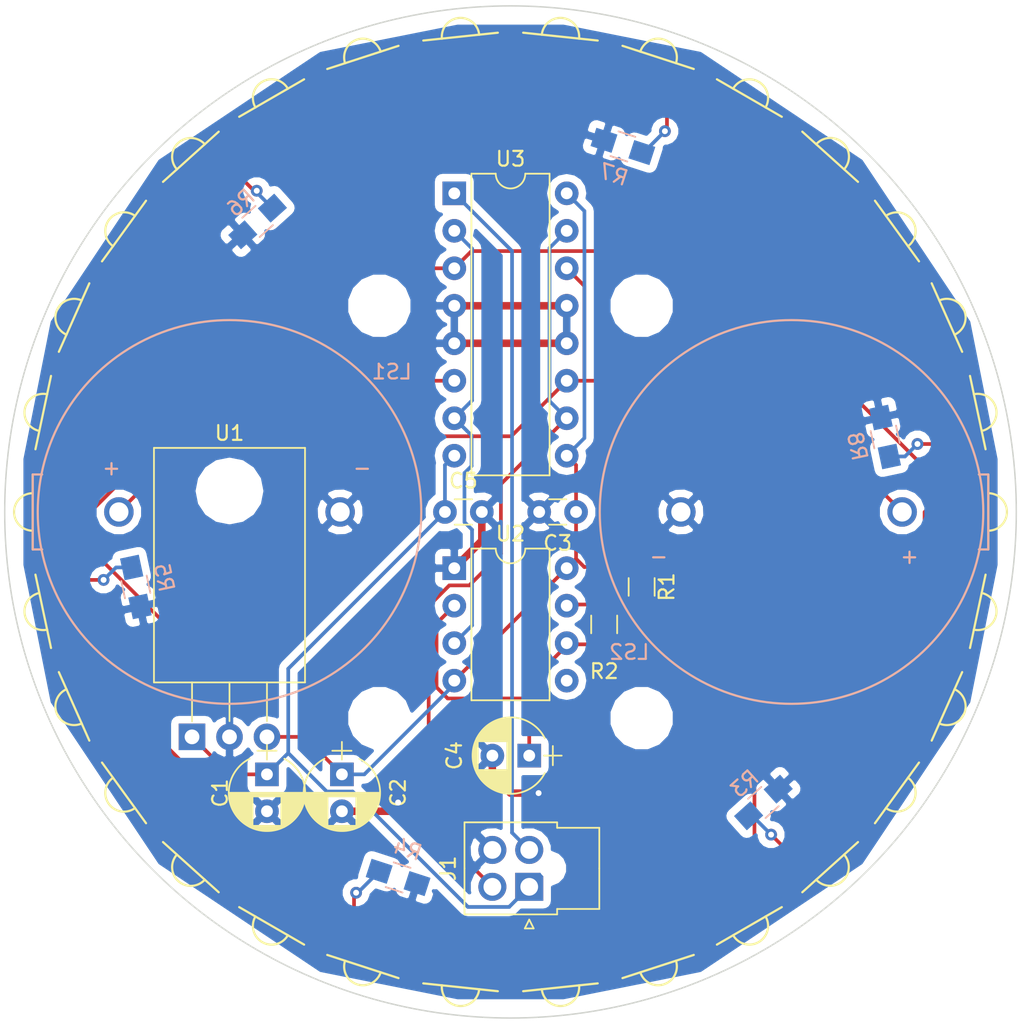
<source format=kicad_pcb>
(kicad_pcb (version 4) (host pcbnew 4.0.7)

  (general
    (links 140)
    (no_connects 0)
    (area 118.059999 67.259999 186.740001 135.940001)
    (thickness 1.6)
    (drawings 1)
    (tracks 305)
    (zones 0)
    (modules 53)
    (nets 41)
  )

  (page USLetter)
  (layers
    (0 F.Cu signal)
    (31 B.Cu signal)
    (32 B.Adhes user)
    (33 F.Adhes user)
    (34 B.Paste user)
    (35 F.Paste user)
    (36 B.SilkS user)
    (37 F.SilkS user)
    (38 B.Mask user)
    (39 F.Mask user)
    (40 Dwgs.User user)
    (41 Cmts.User user)
    (42 Eco1.User user)
    (43 Eco2.User user)
    (44 Edge.Cuts user)
    (45 Margin user)
    (46 B.CrtYd user)
    (47 F.CrtYd user)
    (48 B.Fab user)
    (49 F.Fab user)
  )

  (setup
    (last_trace_width 0.508)
    (user_trace_width 0.254)
    (user_trace_width 0.508)
    (user_trace_width 1.016)
    (user_trace_width 1.27)
    (user_trace_width 2.032)
    (trace_clearance 0.24)
    (zone_clearance 0.508)
    (zone_45_only no)
    (trace_min 0.2)
    (segment_width 0.2)
    (edge_width 0.1)
    (via_size 0.8)
    (via_drill 0.4)
    (via_min_size 0.4)
    (via_min_drill 0.3)
    (user_via 2.032 1.016)
    (uvia_size 0.3)
    (uvia_drill 0.1)
    (uvias_allowed no)
    (uvia_min_size 0.2)
    (uvia_min_drill 0.1)
    (pcb_text_width 0.3)
    (pcb_text_size 1.5 1.5)
    (mod_edge_width 0.15)
    (mod_text_size 1 1)
    (mod_text_width 0.15)
    (pad_size 4.064 4.064)
    (pad_drill 3.048)
    (pad_to_mask_clearance 0)
    (aux_axis_origin 0 0)
    (grid_origin 152.4 101.6)
    (visible_elements 7FFFFFFF)
    (pcbplotparams
      (layerselection 0x010fc_80000001)
      (usegerberextensions false)
      (excludeedgelayer true)
      (linewidth 0.100000)
      (plotframeref false)
      (viasonmask true)
      (mode 1)
      (useauxorigin false)
      (hpglpennumber 1)
      (hpglpenspeed 20)
      (hpglpendiameter 15)
      (hpglpenoverlay 2)
      (psnegative false)
      (psa4output false)
      (plotreference true)
      (plotvalue false)
      (plotinvisibletext false)
      (padsonsilk false)
      (subtractmaskfromsilk false)
      (outputformat 1)
      (mirror false)
      (drillshape 0)
      (scaleselection 1)
      (outputdirectory ./TSAL_Circular/))
  )

  (net 0 "")
  (net 1 /5V)
  (net 2 /GND)
  (net 3 /OSC)
  (net 4 /12V)
  (net 5 "Net-(C4-Pad1)")
  (net 6 /SIG_RTDS)
  (net 7 /RTDS_H)
  (net 8 "Net-(R1-Pad2)")
  (net 9 "Net-(U2-Pad3)")
  (net 10 "Net-(D1-Pad1)")
  (net 11 "Net-(D2-Pad1)")
  (net 12 "Net-(D3-Pad1)")
  (net 13 "Net-(D4-Pad1)")
  (net 14 "Net-(D5-Pad1)")
  (net 15 "Net-(D6-Pad1)")
  (net 16 "Net-(D7-Pad1)")
  (net 17 "Net-(D8-Pad1)")
  (net 18 "Net-(D10-Pad2)")
  (net 19 "Net-(D10-Pad1)")
  (net 20 "Net-(D11-Pad1)")
  (net 21 "Net-(D12-Pad1)")
  (net 22 "Net-(D13-Pad1)")
  (net 23 "Net-(D14-Pad1)")
  (net 24 "Net-(D15-Pad1)")
  (net 25 "Net-(D16-Pad1)")
  (net 26 "Net-(D17-Pad1)")
  (net 27 "Net-(D18-Pad1)")
  (net 28 "Net-(D19-Pad1)")
  (net 29 "Net-(D20-Pad1)")
  (net 30 "Net-(D21-Pad1)")
  (net 31 "Net-(D22-Pad1)")
  (net 32 "Net-(D23-Pad1)")
  (net 33 "Net-(D24-Pad1)")
  (net 34 "Net-(D25-Pad1)")
  (net 35 "Net-(D26-Pad1)")
  (net 36 "Net-(D27-Pad1)")
  (net 37 "Net-(D28-Pad1)")
  (net 38 "Net-(D29-Pad1)")
  (net 39 "Net-(D30-Pad1)")
  (net 40 /SIG_TSAL)

  (net_class Default "This is the default net class."
    (clearance 0.24)
    (trace_width 0.25)
    (via_dia 0.8)
    (via_drill 0.4)
    (uvia_dia 0.3)
    (uvia_drill 0.1)
    (add_net /12V)
    (add_net /5V)
    (add_net /GND)
    (add_net /OSC)
    (add_net /RTDS_H)
    (add_net /SIG_RTDS)
    (add_net /SIG_TSAL)
    (add_net "Net-(C4-Pad1)")
    (add_net "Net-(D1-Pad1)")
    (add_net "Net-(D10-Pad1)")
    (add_net "Net-(D10-Pad2)")
    (add_net "Net-(D11-Pad1)")
    (add_net "Net-(D12-Pad1)")
    (add_net "Net-(D13-Pad1)")
    (add_net "Net-(D14-Pad1)")
    (add_net "Net-(D15-Pad1)")
    (add_net "Net-(D16-Pad1)")
    (add_net "Net-(D17-Pad1)")
    (add_net "Net-(D18-Pad1)")
    (add_net "Net-(D19-Pad1)")
    (add_net "Net-(D2-Pad1)")
    (add_net "Net-(D20-Pad1)")
    (add_net "Net-(D21-Pad1)")
    (add_net "Net-(D22-Pad1)")
    (add_net "Net-(D23-Pad1)")
    (add_net "Net-(D24-Pad1)")
    (add_net "Net-(D25-Pad1)")
    (add_net "Net-(D26-Pad1)")
    (add_net "Net-(D27-Pad1)")
    (add_net "Net-(D28-Pad1)")
    (add_net "Net-(D29-Pad1)")
    (add_net "Net-(D3-Pad1)")
    (add_net "Net-(D30-Pad1)")
    (add_net "Net-(D4-Pad1)")
    (add_net "Net-(D5-Pad1)")
    (add_net "Net-(D6-Pad1)")
    (add_net "Net-(D7-Pad1)")
    (add_net "Net-(D8-Pad1)")
    (add_net "Net-(R1-Pad2)")
    (add_net "Net-(U2-Pad3)")
  )

  (module Capacitors_THT:CP_Radial_D5.0mm_P2.50mm (layer F.Cu) (tedit 5ABC7072) (tstamp 5ABC550E)
    (at 135.89 119.38 270)
    (descr "CP, Radial series, Radial, pin pitch=2.50mm, , diameter=5mm, Electrolytic Capacitor")
    (tags "CP Radial series Radial pin pitch 2.50mm  diameter 5mm Electrolytic Capacitor")
    (path /570C6508)
    (fp_text reference C1 (at 1.27 3.175 270) (layer F.SilkS)
      (effects (font (size 1 1) (thickness 0.15)))
    )
    (fp_text value 10uF (at 1.25 3.81 270) (layer F.Fab)
      (effects (font (size 1 1) (thickness 0.15)))
    )
    (fp_arc (start 1.25 0) (end -1.05558 -1.18) (angle 125.8) (layer F.SilkS) (width 0.12))
    (fp_arc (start 1.25 0) (end -1.05558 1.18) (angle -125.8) (layer F.SilkS) (width 0.12))
    (fp_arc (start 1.25 0) (end 3.55558 -1.18) (angle 54.2) (layer F.SilkS) (width 0.12))
    (fp_circle (center 1.25 0) (end 3.75 0) (layer F.Fab) (width 0.1))
    (fp_line (start -2.2 0) (end -1 0) (layer F.Fab) (width 0.1))
    (fp_line (start -1.6 -0.65) (end -1.6 0.65) (layer F.Fab) (width 0.1))
    (fp_line (start 1.25 -2.55) (end 1.25 2.55) (layer F.SilkS) (width 0.12))
    (fp_line (start 1.29 -2.55) (end 1.29 2.55) (layer F.SilkS) (width 0.12))
    (fp_line (start 1.33 -2.549) (end 1.33 2.549) (layer F.SilkS) (width 0.12))
    (fp_line (start 1.37 -2.548) (end 1.37 2.548) (layer F.SilkS) (width 0.12))
    (fp_line (start 1.41 -2.546) (end 1.41 2.546) (layer F.SilkS) (width 0.12))
    (fp_line (start 1.45 -2.543) (end 1.45 2.543) (layer F.SilkS) (width 0.12))
    (fp_line (start 1.49 -2.539) (end 1.49 2.539) (layer F.SilkS) (width 0.12))
    (fp_line (start 1.53 -2.535) (end 1.53 -0.98) (layer F.SilkS) (width 0.12))
    (fp_line (start 1.53 0.98) (end 1.53 2.535) (layer F.SilkS) (width 0.12))
    (fp_line (start 1.57 -2.531) (end 1.57 -0.98) (layer F.SilkS) (width 0.12))
    (fp_line (start 1.57 0.98) (end 1.57 2.531) (layer F.SilkS) (width 0.12))
    (fp_line (start 1.61 -2.525) (end 1.61 -0.98) (layer F.SilkS) (width 0.12))
    (fp_line (start 1.61 0.98) (end 1.61 2.525) (layer F.SilkS) (width 0.12))
    (fp_line (start 1.65 -2.519) (end 1.65 -0.98) (layer F.SilkS) (width 0.12))
    (fp_line (start 1.65 0.98) (end 1.65 2.519) (layer F.SilkS) (width 0.12))
    (fp_line (start 1.69 -2.513) (end 1.69 -0.98) (layer F.SilkS) (width 0.12))
    (fp_line (start 1.69 0.98) (end 1.69 2.513) (layer F.SilkS) (width 0.12))
    (fp_line (start 1.73 -2.506) (end 1.73 -0.98) (layer F.SilkS) (width 0.12))
    (fp_line (start 1.73 0.98) (end 1.73 2.506) (layer F.SilkS) (width 0.12))
    (fp_line (start 1.77 -2.498) (end 1.77 -0.98) (layer F.SilkS) (width 0.12))
    (fp_line (start 1.77 0.98) (end 1.77 2.498) (layer F.SilkS) (width 0.12))
    (fp_line (start 1.81 -2.489) (end 1.81 -0.98) (layer F.SilkS) (width 0.12))
    (fp_line (start 1.81 0.98) (end 1.81 2.489) (layer F.SilkS) (width 0.12))
    (fp_line (start 1.85 -2.48) (end 1.85 -0.98) (layer F.SilkS) (width 0.12))
    (fp_line (start 1.85 0.98) (end 1.85 2.48) (layer F.SilkS) (width 0.12))
    (fp_line (start 1.89 -2.47) (end 1.89 -0.98) (layer F.SilkS) (width 0.12))
    (fp_line (start 1.89 0.98) (end 1.89 2.47) (layer F.SilkS) (width 0.12))
    (fp_line (start 1.93 -2.46) (end 1.93 -0.98) (layer F.SilkS) (width 0.12))
    (fp_line (start 1.93 0.98) (end 1.93 2.46) (layer F.SilkS) (width 0.12))
    (fp_line (start 1.971 -2.448) (end 1.971 -0.98) (layer F.SilkS) (width 0.12))
    (fp_line (start 1.971 0.98) (end 1.971 2.448) (layer F.SilkS) (width 0.12))
    (fp_line (start 2.011 -2.436) (end 2.011 -0.98) (layer F.SilkS) (width 0.12))
    (fp_line (start 2.011 0.98) (end 2.011 2.436) (layer F.SilkS) (width 0.12))
    (fp_line (start 2.051 -2.424) (end 2.051 -0.98) (layer F.SilkS) (width 0.12))
    (fp_line (start 2.051 0.98) (end 2.051 2.424) (layer F.SilkS) (width 0.12))
    (fp_line (start 2.091 -2.41) (end 2.091 -0.98) (layer F.SilkS) (width 0.12))
    (fp_line (start 2.091 0.98) (end 2.091 2.41) (layer F.SilkS) (width 0.12))
    (fp_line (start 2.131 -2.396) (end 2.131 -0.98) (layer F.SilkS) (width 0.12))
    (fp_line (start 2.131 0.98) (end 2.131 2.396) (layer F.SilkS) (width 0.12))
    (fp_line (start 2.171 -2.382) (end 2.171 -0.98) (layer F.SilkS) (width 0.12))
    (fp_line (start 2.171 0.98) (end 2.171 2.382) (layer F.SilkS) (width 0.12))
    (fp_line (start 2.211 -2.366) (end 2.211 -0.98) (layer F.SilkS) (width 0.12))
    (fp_line (start 2.211 0.98) (end 2.211 2.366) (layer F.SilkS) (width 0.12))
    (fp_line (start 2.251 -2.35) (end 2.251 -0.98) (layer F.SilkS) (width 0.12))
    (fp_line (start 2.251 0.98) (end 2.251 2.35) (layer F.SilkS) (width 0.12))
    (fp_line (start 2.291 -2.333) (end 2.291 -0.98) (layer F.SilkS) (width 0.12))
    (fp_line (start 2.291 0.98) (end 2.291 2.333) (layer F.SilkS) (width 0.12))
    (fp_line (start 2.331 -2.315) (end 2.331 -0.98) (layer F.SilkS) (width 0.12))
    (fp_line (start 2.331 0.98) (end 2.331 2.315) (layer F.SilkS) (width 0.12))
    (fp_line (start 2.371 -2.296) (end 2.371 -0.98) (layer F.SilkS) (width 0.12))
    (fp_line (start 2.371 0.98) (end 2.371 2.296) (layer F.SilkS) (width 0.12))
    (fp_line (start 2.411 -2.276) (end 2.411 -0.98) (layer F.SilkS) (width 0.12))
    (fp_line (start 2.411 0.98) (end 2.411 2.276) (layer F.SilkS) (width 0.12))
    (fp_line (start 2.451 -2.256) (end 2.451 -0.98) (layer F.SilkS) (width 0.12))
    (fp_line (start 2.451 0.98) (end 2.451 2.256) (layer F.SilkS) (width 0.12))
    (fp_line (start 2.491 -2.234) (end 2.491 -0.98) (layer F.SilkS) (width 0.12))
    (fp_line (start 2.491 0.98) (end 2.491 2.234) (layer F.SilkS) (width 0.12))
    (fp_line (start 2.531 -2.212) (end 2.531 -0.98) (layer F.SilkS) (width 0.12))
    (fp_line (start 2.531 0.98) (end 2.531 2.212) (layer F.SilkS) (width 0.12))
    (fp_line (start 2.571 -2.189) (end 2.571 -0.98) (layer F.SilkS) (width 0.12))
    (fp_line (start 2.571 0.98) (end 2.571 2.189) (layer F.SilkS) (width 0.12))
    (fp_line (start 2.611 -2.165) (end 2.611 -0.98) (layer F.SilkS) (width 0.12))
    (fp_line (start 2.611 0.98) (end 2.611 2.165) (layer F.SilkS) (width 0.12))
    (fp_line (start 2.651 -2.14) (end 2.651 -0.98) (layer F.SilkS) (width 0.12))
    (fp_line (start 2.651 0.98) (end 2.651 2.14) (layer F.SilkS) (width 0.12))
    (fp_line (start 2.691 -2.113) (end 2.691 -0.98) (layer F.SilkS) (width 0.12))
    (fp_line (start 2.691 0.98) (end 2.691 2.113) (layer F.SilkS) (width 0.12))
    (fp_line (start 2.731 -2.086) (end 2.731 -0.98) (layer F.SilkS) (width 0.12))
    (fp_line (start 2.731 0.98) (end 2.731 2.086) (layer F.SilkS) (width 0.12))
    (fp_line (start 2.771 -2.058) (end 2.771 -0.98) (layer F.SilkS) (width 0.12))
    (fp_line (start 2.771 0.98) (end 2.771 2.058) (layer F.SilkS) (width 0.12))
    (fp_line (start 2.811 -2.028) (end 2.811 -0.98) (layer F.SilkS) (width 0.12))
    (fp_line (start 2.811 0.98) (end 2.811 2.028) (layer F.SilkS) (width 0.12))
    (fp_line (start 2.851 -1.997) (end 2.851 -0.98) (layer F.SilkS) (width 0.12))
    (fp_line (start 2.851 0.98) (end 2.851 1.997) (layer F.SilkS) (width 0.12))
    (fp_line (start 2.891 -1.965) (end 2.891 -0.98) (layer F.SilkS) (width 0.12))
    (fp_line (start 2.891 0.98) (end 2.891 1.965) (layer F.SilkS) (width 0.12))
    (fp_line (start 2.931 -1.932) (end 2.931 -0.98) (layer F.SilkS) (width 0.12))
    (fp_line (start 2.931 0.98) (end 2.931 1.932) (layer F.SilkS) (width 0.12))
    (fp_line (start 2.971 -1.897) (end 2.971 -0.98) (layer F.SilkS) (width 0.12))
    (fp_line (start 2.971 0.98) (end 2.971 1.897) (layer F.SilkS) (width 0.12))
    (fp_line (start 3.011 -1.861) (end 3.011 -0.98) (layer F.SilkS) (width 0.12))
    (fp_line (start 3.011 0.98) (end 3.011 1.861) (layer F.SilkS) (width 0.12))
    (fp_line (start 3.051 -1.823) (end 3.051 -0.98) (layer F.SilkS) (width 0.12))
    (fp_line (start 3.051 0.98) (end 3.051 1.823) (layer F.SilkS) (width 0.12))
    (fp_line (start 3.091 -1.783) (end 3.091 -0.98) (layer F.SilkS) (width 0.12))
    (fp_line (start 3.091 0.98) (end 3.091 1.783) (layer F.SilkS) (width 0.12))
    (fp_line (start 3.131 -1.742) (end 3.131 -0.98) (layer F.SilkS) (width 0.12))
    (fp_line (start 3.131 0.98) (end 3.131 1.742) (layer F.SilkS) (width 0.12))
    (fp_line (start 3.171 -1.699) (end 3.171 -0.98) (layer F.SilkS) (width 0.12))
    (fp_line (start 3.171 0.98) (end 3.171 1.699) (layer F.SilkS) (width 0.12))
    (fp_line (start 3.211 -1.654) (end 3.211 -0.98) (layer F.SilkS) (width 0.12))
    (fp_line (start 3.211 0.98) (end 3.211 1.654) (layer F.SilkS) (width 0.12))
    (fp_line (start 3.251 -1.606) (end 3.251 -0.98) (layer F.SilkS) (width 0.12))
    (fp_line (start 3.251 0.98) (end 3.251 1.606) (layer F.SilkS) (width 0.12))
    (fp_line (start 3.291 -1.556) (end 3.291 -0.98) (layer F.SilkS) (width 0.12))
    (fp_line (start 3.291 0.98) (end 3.291 1.556) (layer F.SilkS) (width 0.12))
    (fp_line (start 3.331 -1.504) (end 3.331 -0.98) (layer F.SilkS) (width 0.12))
    (fp_line (start 3.331 0.98) (end 3.331 1.504) (layer F.SilkS) (width 0.12))
    (fp_line (start 3.371 -1.448) (end 3.371 -0.98) (layer F.SilkS) (width 0.12))
    (fp_line (start 3.371 0.98) (end 3.371 1.448) (layer F.SilkS) (width 0.12))
    (fp_line (start 3.411 -1.39) (end 3.411 -0.98) (layer F.SilkS) (width 0.12))
    (fp_line (start 3.411 0.98) (end 3.411 1.39) (layer F.SilkS) (width 0.12))
    (fp_line (start 3.451 -1.327) (end 3.451 -0.98) (layer F.SilkS) (width 0.12))
    (fp_line (start 3.451 0.98) (end 3.451 1.327) (layer F.SilkS) (width 0.12))
    (fp_line (start 3.491 -1.261) (end 3.491 1.261) (layer F.SilkS) (width 0.12))
    (fp_line (start 3.531 -1.189) (end 3.531 1.189) (layer F.SilkS) (width 0.12))
    (fp_line (start 3.571 -1.112) (end 3.571 1.112) (layer F.SilkS) (width 0.12))
    (fp_line (start 3.611 -1.028) (end 3.611 1.028) (layer F.SilkS) (width 0.12))
    (fp_line (start 3.651 -0.934) (end 3.651 0.934) (layer F.SilkS) (width 0.12))
    (fp_line (start 3.691 -0.829) (end 3.691 0.829) (layer F.SilkS) (width 0.12))
    (fp_line (start 3.731 -0.707) (end 3.731 0.707) (layer F.SilkS) (width 0.12))
    (fp_line (start 3.771 -0.559) (end 3.771 0.559) (layer F.SilkS) (width 0.12))
    (fp_line (start 3.811 -0.354) (end 3.811 0.354) (layer F.SilkS) (width 0.12))
    (fp_line (start -2.2 0) (end -1 0) (layer F.SilkS) (width 0.12))
    (fp_line (start -1.6 -0.65) (end -1.6 0.65) (layer F.SilkS) (width 0.12))
    (fp_line (start -1.6 -2.85) (end -1.6 2.85) (layer F.CrtYd) (width 0.05))
    (fp_line (start -1.6 2.85) (end 4.1 2.85) (layer F.CrtYd) (width 0.05))
    (fp_line (start 4.1 2.85) (end 4.1 -2.85) (layer F.CrtYd) (width 0.05))
    (fp_line (start 4.1 -2.85) (end -1.6 -2.85) (layer F.CrtYd) (width 0.05))
    (fp_text user %R (at 1.25 0 270) (layer F.Fab)
      (effects (font (size 1 1) (thickness 0.15)))
    )
    (pad 1 thru_hole rect (at 0 0 270) (size 1.6 1.6) (drill 0.8) (layers *.Cu *.Mask)
      (net 4 /12V))
    (pad 2 thru_hole circle (at 2.5 0 270) (size 1.6 1.6) (drill 0.8) (layers *.Cu *.Mask)
      (net 2 /GND))
    (model ${KISYS3DMOD}/Capacitors_THT.3dshapes/CP_Radial_D5.0mm_P2.50mm.wrl
      (at (xyz 0 0 0))
      (scale (xyz 1 1 1))
      (rotate (xyz 0 0 0))
    )
  )

  (module Capacitors_THT:CP_Radial_D5.0mm_P2.50mm (layer F.Cu) (tedit 597BC7C2) (tstamp 5ABC5593)
    (at 140.97 119.38 270)
    (descr "CP, Radial series, Radial, pin pitch=2.50mm, , diameter=5mm, Electrolytic Capacitor")
    (tags "CP Radial series Radial pin pitch 2.50mm  diameter 5mm Electrolytic Capacitor")
    (path /5ABCA695)
    (fp_text reference C2 (at 1.25 -3.81 270) (layer F.SilkS)
      (effects (font (size 1 1) (thickness 0.15)))
    )
    (fp_text value CP (at 1.25 3.81 270) (layer F.Fab)
      (effects (font (size 1 1) (thickness 0.15)))
    )
    (fp_arc (start 1.25 0) (end -1.05558 -1.18) (angle 125.8) (layer F.SilkS) (width 0.12))
    (fp_arc (start 1.25 0) (end -1.05558 1.18) (angle -125.8) (layer F.SilkS) (width 0.12))
    (fp_arc (start 1.25 0) (end 3.55558 -1.18) (angle 54.2) (layer F.SilkS) (width 0.12))
    (fp_circle (center 1.25 0) (end 3.75 0) (layer F.Fab) (width 0.1))
    (fp_line (start -2.2 0) (end -1 0) (layer F.Fab) (width 0.1))
    (fp_line (start -1.6 -0.65) (end -1.6 0.65) (layer F.Fab) (width 0.1))
    (fp_line (start 1.25 -2.55) (end 1.25 2.55) (layer F.SilkS) (width 0.12))
    (fp_line (start 1.29 -2.55) (end 1.29 2.55) (layer F.SilkS) (width 0.12))
    (fp_line (start 1.33 -2.549) (end 1.33 2.549) (layer F.SilkS) (width 0.12))
    (fp_line (start 1.37 -2.548) (end 1.37 2.548) (layer F.SilkS) (width 0.12))
    (fp_line (start 1.41 -2.546) (end 1.41 2.546) (layer F.SilkS) (width 0.12))
    (fp_line (start 1.45 -2.543) (end 1.45 2.543) (layer F.SilkS) (width 0.12))
    (fp_line (start 1.49 -2.539) (end 1.49 2.539) (layer F.SilkS) (width 0.12))
    (fp_line (start 1.53 -2.535) (end 1.53 -0.98) (layer F.SilkS) (width 0.12))
    (fp_line (start 1.53 0.98) (end 1.53 2.535) (layer F.SilkS) (width 0.12))
    (fp_line (start 1.57 -2.531) (end 1.57 -0.98) (layer F.SilkS) (width 0.12))
    (fp_line (start 1.57 0.98) (end 1.57 2.531) (layer F.SilkS) (width 0.12))
    (fp_line (start 1.61 -2.525) (end 1.61 -0.98) (layer F.SilkS) (width 0.12))
    (fp_line (start 1.61 0.98) (end 1.61 2.525) (layer F.SilkS) (width 0.12))
    (fp_line (start 1.65 -2.519) (end 1.65 -0.98) (layer F.SilkS) (width 0.12))
    (fp_line (start 1.65 0.98) (end 1.65 2.519) (layer F.SilkS) (width 0.12))
    (fp_line (start 1.69 -2.513) (end 1.69 -0.98) (layer F.SilkS) (width 0.12))
    (fp_line (start 1.69 0.98) (end 1.69 2.513) (layer F.SilkS) (width 0.12))
    (fp_line (start 1.73 -2.506) (end 1.73 -0.98) (layer F.SilkS) (width 0.12))
    (fp_line (start 1.73 0.98) (end 1.73 2.506) (layer F.SilkS) (width 0.12))
    (fp_line (start 1.77 -2.498) (end 1.77 -0.98) (layer F.SilkS) (width 0.12))
    (fp_line (start 1.77 0.98) (end 1.77 2.498) (layer F.SilkS) (width 0.12))
    (fp_line (start 1.81 -2.489) (end 1.81 -0.98) (layer F.SilkS) (width 0.12))
    (fp_line (start 1.81 0.98) (end 1.81 2.489) (layer F.SilkS) (width 0.12))
    (fp_line (start 1.85 -2.48) (end 1.85 -0.98) (layer F.SilkS) (width 0.12))
    (fp_line (start 1.85 0.98) (end 1.85 2.48) (layer F.SilkS) (width 0.12))
    (fp_line (start 1.89 -2.47) (end 1.89 -0.98) (layer F.SilkS) (width 0.12))
    (fp_line (start 1.89 0.98) (end 1.89 2.47) (layer F.SilkS) (width 0.12))
    (fp_line (start 1.93 -2.46) (end 1.93 -0.98) (layer F.SilkS) (width 0.12))
    (fp_line (start 1.93 0.98) (end 1.93 2.46) (layer F.SilkS) (width 0.12))
    (fp_line (start 1.971 -2.448) (end 1.971 -0.98) (layer F.SilkS) (width 0.12))
    (fp_line (start 1.971 0.98) (end 1.971 2.448) (layer F.SilkS) (width 0.12))
    (fp_line (start 2.011 -2.436) (end 2.011 -0.98) (layer F.SilkS) (width 0.12))
    (fp_line (start 2.011 0.98) (end 2.011 2.436) (layer F.SilkS) (width 0.12))
    (fp_line (start 2.051 -2.424) (end 2.051 -0.98) (layer F.SilkS) (width 0.12))
    (fp_line (start 2.051 0.98) (end 2.051 2.424) (layer F.SilkS) (width 0.12))
    (fp_line (start 2.091 -2.41) (end 2.091 -0.98) (layer F.SilkS) (width 0.12))
    (fp_line (start 2.091 0.98) (end 2.091 2.41) (layer F.SilkS) (width 0.12))
    (fp_line (start 2.131 -2.396) (end 2.131 -0.98) (layer F.SilkS) (width 0.12))
    (fp_line (start 2.131 0.98) (end 2.131 2.396) (layer F.SilkS) (width 0.12))
    (fp_line (start 2.171 -2.382) (end 2.171 -0.98) (layer F.SilkS) (width 0.12))
    (fp_line (start 2.171 0.98) (end 2.171 2.382) (layer F.SilkS) (width 0.12))
    (fp_line (start 2.211 -2.366) (end 2.211 -0.98) (layer F.SilkS) (width 0.12))
    (fp_line (start 2.211 0.98) (end 2.211 2.366) (layer F.SilkS) (width 0.12))
    (fp_line (start 2.251 -2.35) (end 2.251 -0.98) (layer F.SilkS) (width 0.12))
    (fp_line (start 2.251 0.98) (end 2.251 2.35) (layer F.SilkS) (width 0.12))
    (fp_line (start 2.291 -2.333) (end 2.291 -0.98) (layer F.SilkS) (width 0.12))
    (fp_line (start 2.291 0.98) (end 2.291 2.333) (layer F.SilkS) (width 0.12))
    (fp_line (start 2.331 -2.315) (end 2.331 -0.98) (layer F.SilkS) (width 0.12))
    (fp_line (start 2.331 0.98) (end 2.331 2.315) (layer F.SilkS) (width 0.12))
    (fp_line (start 2.371 -2.296) (end 2.371 -0.98) (layer F.SilkS) (width 0.12))
    (fp_line (start 2.371 0.98) (end 2.371 2.296) (layer F.SilkS) (width 0.12))
    (fp_line (start 2.411 -2.276) (end 2.411 -0.98) (layer F.SilkS) (width 0.12))
    (fp_line (start 2.411 0.98) (end 2.411 2.276) (layer F.SilkS) (width 0.12))
    (fp_line (start 2.451 -2.256) (end 2.451 -0.98) (layer F.SilkS) (width 0.12))
    (fp_line (start 2.451 0.98) (end 2.451 2.256) (layer F.SilkS) (width 0.12))
    (fp_line (start 2.491 -2.234) (end 2.491 -0.98) (layer F.SilkS) (width 0.12))
    (fp_line (start 2.491 0.98) (end 2.491 2.234) (layer F.SilkS) (width 0.12))
    (fp_line (start 2.531 -2.212) (end 2.531 -0.98) (layer F.SilkS) (width 0.12))
    (fp_line (start 2.531 0.98) (end 2.531 2.212) (layer F.SilkS) (width 0.12))
    (fp_line (start 2.571 -2.189) (end 2.571 -0.98) (layer F.SilkS) (width 0.12))
    (fp_line (start 2.571 0.98) (end 2.571 2.189) (layer F.SilkS) (width 0.12))
    (fp_line (start 2.611 -2.165) (end 2.611 -0.98) (layer F.SilkS) (width 0.12))
    (fp_line (start 2.611 0.98) (end 2.611 2.165) (layer F.SilkS) (width 0.12))
    (fp_line (start 2.651 -2.14) (end 2.651 -0.98) (layer F.SilkS) (width 0.12))
    (fp_line (start 2.651 0.98) (end 2.651 2.14) (layer F.SilkS) (width 0.12))
    (fp_line (start 2.691 -2.113) (end 2.691 -0.98) (layer F.SilkS) (width 0.12))
    (fp_line (start 2.691 0.98) (end 2.691 2.113) (layer F.SilkS) (width 0.12))
    (fp_line (start 2.731 -2.086) (end 2.731 -0.98) (layer F.SilkS) (width 0.12))
    (fp_line (start 2.731 0.98) (end 2.731 2.086) (layer F.SilkS) (width 0.12))
    (fp_line (start 2.771 -2.058) (end 2.771 -0.98) (layer F.SilkS) (width 0.12))
    (fp_line (start 2.771 0.98) (end 2.771 2.058) (layer F.SilkS) (width 0.12))
    (fp_line (start 2.811 -2.028) (end 2.811 -0.98) (layer F.SilkS) (width 0.12))
    (fp_line (start 2.811 0.98) (end 2.811 2.028) (layer F.SilkS) (width 0.12))
    (fp_line (start 2.851 -1.997) (end 2.851 -0.98) (layer F.SilkS) (width 0.12))
    (fp_line (start 2.851 0.98) (end 2.851 1.997) (layer F.SilkS) (width 0.12))
    (fp_line (start 2.891 -1.965) (end 2.891 -0.98) (layer F.SilkS) (width 0.12))
    (fp_line (start 2.891 0.98) (end 2.891 1.965) (layer F.SilkS) (width 0.12))
    (fp_line (start 2.931 -1.932) (end 2.931 -0.98) (layer F.SilkS) (width 0.12))
    (fp_line (start 2.931 0.98) (end 2.931 1.932) (layer F.SilkS) (width 0.12))
    (fp_line (start 2.971 -1.897) (end 2.971 -0.98) (layer F.SilkS) (width 0.12))
    (fp_line (start 2.971 0.98) (end 2.971 1.897) (layer F.SilkS) (width 0.12))
    (fp_line (start 3.011 -1.861) (end 3.011 -0.98) (layer F.SilkS) (width 0.12))
    (fp_line (start 3.011 0.98) (end 3.011 1.861) (layer F.SilkS) (width 0.12))
    (fp_line (start 3.051 -1.823) (end 3.051 -0.98) (layer F.SilkS) (width 0.12))
    (fp_line (start 3.051 0.98) (end 3.051 1.823) (layer F.SilkS) (width 0.12))
    (fp_line (start 3.091 -1.783) (end 3.091 -0.98) (layer F.SilkS) (width 0.12))
    (fp_line (start 3.091 0.98) (end 3.091 1.783) (layer F.SilkS) (width 0.12))
    (fp_line (start 3.131 -1.742) (end 3.131 -0.98) (layer F.SilkS) (width 0.12))
    (fp_line (start 3.131 0.98) (end 3.131 1.742) (layer F.SilkS) (width 0.12))
    (fp_line (start 3.171 -1.699) (end 3.171 -0.98) (layer F.SilkS) (width 0.12))
    (fp_line (start 3.171 0.98) (end 3.171 1.699) (layer F.SilkS) (width 0.12))
    (fp_line (start 3.211 -1.654) (end 3.211 -0.98) (layer F.SilkS) (width 0.12))
    (fp_line (start 3.211 0.98) (end 3.211 1.654) (layer F.SilkS) (width 0.12))
    (fp_line (start 3.251 -1.606) (end 3.251 -0.98) (layer F.SilkS) (width 0.12))
    (fp_line (start 3.251 0.98) (end 3.251 1.606) (layer F.SilkS) (width 0.12))
    (fp_line (start 3.291 -1.556) (end 3.291 -0.98) (layer F.SilkS) (width 0.12))
    (fp_line (start 3.291 0.98) (end 3.291 1.556) (layer F.SilkS) (width 0.12))
    (fp_line (start 3.331 -1.504) (end 3.331 -0.98) (layer F.SilkS) (width 0.12))
    (fp_line (start 3.331 0.98) (end 3.331 1.504) (layer F.SilkS) (width 0.12))
    (fp_line (start 3.371 -1.448) (end 3.371 -0.98) (layer F.SilkS) (width 0.12))
    (fp_line (start 3.371 0.98) (end 3.371 1.448) (layer F.SilkS) (width 0.12))
    (fp_line (start 3.411 -1.39) (end 3.411 -0.98) (layer F.SilkS) (width 0.12))
    (fp_line (start 3.411 0.98) (end 3.411 1.39) (layer F.SilkS) (width 0.12))
    (fp_line (start 3.451 -1.327) (end 3.451 -0.98) (layer F.SilkS) (width 0.12))
    (fp_line (start 3.451 0.98) (end 3.451 1.327) (layer F.SilkS) (width 0.12))
    (fp_line (start 3.491 -1.261) (end 3.491 1.261) (layer F.SilkS) (width 0.12))
    (fp_line (start 3.531 -1.189) (end 3.531 1.189) (layer F.SilkS) (width 0.12))
    (fp_line (start 3.571 -1.112) (end 3.571 1.112) (layer F.SilkS) (width 0.12))
    (fp_line (start 3.611 -1.028) (end 3.611 1.028) (layer F.SilkS) (width 0.12))
    (fp_line (start 3.651 -0.934) (end 3.651 0.934) (layer F.SilkS) (width 0.12))
    (fp_line (start 3.691 -0.829) (end 3.691 0.829) (layer F.SilkS) (width 0.12))
    (fp_line (start 3.731 -0.707) (end 3.731 0.707) (layer F.SilkS) (width 0.12))
    (fp_line (start 3.771 -0.559) (end 3.771 0.559) (layer F.SilkS) (width 0.12))
    (fp_line (start 3.811 -0.354) (end 3.811 0.354) (layer F.SilkS) (width 0.12))
    (fp_line (start -2.2 0) (end -1 0) (layer F.SilkS) (width 0.12))
    (fp_line (start -1.6 -0.65) (end -1.6 0.65) (layer F.SilkS) (width 0.12))
    (fp_line (start -1.6 -2.85) (end -1.6 2.85) (layer F.CrtYd) (width 0.05))
    (fp_line (start -1.6 2.85) (end 4.1 2.85) (layer F.CrtYd) (width 0.05))
    (fp_line (start 4.1 2.85) (end 4.1 -2.85) (layer F.CrtYd) (width 0.05))
    (fp_line (start 4.1 -2.85) (end -1.6 -2.85) (layer F.CrtYd) (width 0.05))
    (fp_text user %R (at 1.25 0 270) (layer F.Fab)
      (effects (font (size 1 1) (thickness 0.15)))
    )
    (pad 1 thru_hole rect (at 0 0 270) (size 1.6 1.6) (drill 0.8) (layers *.Cu *.Mask)
      (net 1 /5V))
    (pad 2 thru_hole circle (at 2.5 0 270) (size 1.6 1.6) (drill 0.8) (layers *.Cu *.Mask)
      (net 2 /GND))
    (model ${KISYS3DMOD}/Capacitors_THT.3dshapes/CP_Radial_D5.0mm_P2.50mm.wrl
      (at (xyz 0 0 0))
      (scale (xyz 1 1 1))
      (rotate (xyz 0 0 0))
    )
  )

  (module Capacitors_THT:CP_Radial_D5.0mm_P2.50mm (layer F.Cu) (tedit 5ABC707B) (tstamp 5ABC569D)
    (at 153.67 118.11 180)
    (descr "CP, Radial series, Radial, pin pitch=2.50mm, , diameter=5mm, Electrolytic Capacitor")
    (tags "CP Radial series Radial pin pitch 2.50mm  diameter 5mm Electrolytic Capacitor")
    (path /571D8B5B)
    (fp_text reference C4 (at 5.08 0 270) (layer F.SilkS)
      (effects (font (size 1 1) (thickness 0.15)))
    )
    (fp_text value 10uF (at 1.25 3.81 180) (layer F.Fab)
      (effects (font (size 1 1) (thickness 0.15)))
    )
    (fp_arc (start 1.25 0) (end -1.05558 -1.18) (angle 125.8) (layer F.SilkS) (width 0.12))
    (fp_arc (start 1.25 0) (end -1.05558 1.18) (angle -125.8) (layer F.SilkS) (width 0.12))
    (fp_arc (start 1.25 0) (end 3.55558 -1.18) (angle 54.2) (layer F.SilkS) (width 0.12))
    (fp_circle (center 1.25 0) (end 3.75 0) (layer F.Fab) (width 0.1))
    (fp_line (start -2.2 0) (end -1 0) (layer F.Fab) (width 0.1))
    (fp_line (start -1.6 -0.65) (end -1.6 0.65) (layer F.Fab) (width 0.1))
    (fp_line (start 1.25 -2.55) (end 1.25 2.55) (layer F.SilkS) (width 0.12))
    (fp_line (start 1.29 -2.55) (end 1.29 2.55) (layer F.SilkS) (width 0.12))
    (fp_line (start 1.33 -2.549) (end 1.33 2.549) (layer F.SilkS) (width 0.12))
    (fp_line (start 1.37 -2.548) (end 1.37 2.548) (layer F.SilkS) (width 0.12))
    (fp_line (start 1.41 -2.546) (end 1.41 2.546) (layer F.SilkS) (width 0.12))
    (fp_line (start 1.45 -2.543) (end 1.45 2.543) (layer F.SilkS) (width 0.12))
    (fp_line (start 1.49 -2.539) (end 1.49 2.539) (layer F.SilkS) (width 0.12))
    (fp_line (start 1.53 -2.535) (end 1.53 -0.98) (layer F.SilkS) (width 0.12))
    (fp_line (start 1.53 0.98) (end 1.53 2.535) (layer F.SilkS) (width 0.12))
    (fp_line (start 1.57 -2.531) (end 1.57 -0.98) (layer F.SilkS) (width 0.12))
    (fp_line (start 1.57 0.98) (end 1.57 2.531) (layer F.SilkS) (width 0.12))
    (fp_line (start 1.61 -2.525) (end 1.61 -0.98) (layer F.SilkS) (width 0.12))
    (fp_line (start 1.61 0.98) (end 1.61 2.525) (layer F.SilkS) (width 0.12))
    (fp_line (start 1.65 -2.519) (end 1.65 -0.98) (layer F.SilkS) (width 0.12))
    (fp_line (start 1.65 0.98) (end 1.65 2.519) (layer F.SilkS) (width 0.12))
    (fp_line (start 1.69 -2.513) (end 1.69 -0.98) (layer F.SilkS) (width 0.12))
    (fp_line (start 1.69 0.98) (end 1.69 2.513) (layer F.SilkS) (width 0.12))
    (fp_line (start 1.73 -2.506) (end 1.73 -0.98) (layer F.SilkS) (width 0.12))
    (fp_line (start 1.73 0.98) (end 1.73 2.506) (layer F.SilkS) (width 0.12))
    (fp_line (start 1.77 -2.498) (end 1.77 -0.98) (layer F.SilkS) (width 0.12))
    (fp_line (start 1.77 0.98) (end 1.77 2.498) (layer F.SilkS) (width 0.12))
    (fp_line (start 1.81 -2.489) (end 1.81 -0.98) (layer F.SilkS) (width 0.12))
    (fp_line (start 1.81 0.98) (end 1.81 2.489) (layer F.SilkS) (width 0.12))
    (fp_line (start 1.85 -2.48) (end 1.85 -0.98) (layer F.SilkS) (width 0.12))
    (fp_line (start 1.85 0.98) (end 1.85 2.48) (layer F.SilkS) (width 0.12))
    (fp_line (start 1.89 -2.47) (end 1.89 -0.98) (layer F.SilkS) (width 0.12))
    (fp_line (start 1.89 0.98) (end 1.89 2.47) (layer F.SilkS) (width 0.12))
    (fp_line (start 1.93 -2.46) (end 1.93 -0.98) (layer F.SilkS) (width 0.12))
    (fp_line (start 1.93 0.98) (end 1.93 2.46) (layer F.SilkS) (width 0.12))
    (fp_line (start 1.971 -2.448) (end 1.971 -0.98) (layer F.SilkS) (width 0.12))
    (fp_line (start 1.971 0.98) (end 1.971 2.448) (layer F.SilkS) (width 0.12))
    (fp_line (start 2.011 -2.436) (end 2.011 -0.98) (layer F.SilkS) (width 0.12))
    (fp_line (start 2.011 0.98) (end 2.011 2.436) (layer F.SilkS) (width 0.12))
    (fp_line (start 2.051 -2.424) (end 2.051 -0.98) (layer F.SilkS) (width 0.12))
    (fp_line (start 2.051 0.98) (end 2.051 2.424) (layer F.SilkS) (width 0.12))
    (fp_line (start 2.091 -2.41) (end 2.091 -0.98) (layer F.SilkS) (width 0.12))
    (fp_line (start 2.091 0.98) (end 2.091 2.41) (layer F.SilkS) (width 0.12))
    (fp_line (start 2.131 -2.396) (end 2.131 -0.98) (layer F.SilkS) (width 0.12))
    (fp_line (start 2.131 0.98) (end 2.131 2.396) (layer F.SilkS) (width 0.12))
    (fp_line (start 2.171 -2.382) (end 2.171 -0.98) (layer F.SilkS) (width 0.12))
    (fp_line (start 2.171 0.98) (end 2.171 2.382) (layer F.SilkS) (width 0.12))
    (fp_line (start 2.211 -2.366) (end 2.211 -0.98) (layer F.SilkS) (width 0.12))
    (fp_line (start 2.211 0.98) (end 2.211 2.366) (layer F.SilkS) (width 0.12))
    (fp_line (start 2.251 -2.35) (end 2.251 -0.98) (layer F.SilkS) (width 0.12))
    (fp_line (start 2.251 0.98) (end 2.251 2.35) (layer F.SilkS) (width 0.12))
    (fp_line (start 2.291 -2.333) (end 2.291 -0.98) (layer F.SilkS) (width 0.12))
    (fp_line (start 2.291 0.98) (end 2.291 2.333) (layer F.SilkS) (width 0.12))
    (fp_line (start 2.331 -2.315) (end 2.331 -0.98) (layer F.SilkS) (width 0.12))
    (fp_line (start 2.331 0.98) (end 2.331 2.315) (layer F.SilkS) (width 0.12))
    (fp_line (start 2.371 -2.296) (end 2.371 -0.98) (layer F.SilkS) (width 0.12))
    (fp_line (start 2.371 0.98) (end 2.371 2.296) (layer F.SilkS) (width 0.12))
    (fp_line (start 2.411 -2.276) (end 2.411 -0.98) (layer F.SilkS) (width 0.12))
    (fp_line (start 2.411 0.98) (end 2.411 2.276) (layer F.SilkS) (width 0.12))
    (fp_line (start 2.451 -2.256) (end 2.451 -0.98) (layer F.SilkS) (width 0.12))
    (fp_line (start 2.451 0.98) (end 2.451 2.256) (layer F.SilkS) (width 0.12))
    (fp_line (start 2.491 -2.234) (end 2.491 -0.98) (layer F.SilkS) (width 0.12))
    (fp_line (start 2.491 0.98) (end 2.491 2.234) (layer F.SilkS) (width 0.12))
    (fp_line (start 2.531 -2.212) (end 2.531 -0.98) (layer F.SilkS) (width 0.12))
    (fp_line (start 2.531 0.98) (end 2.531 2.212) (layer F.SilkS) (width 0.12))
    (fp_line (start 2.571 -2.189) (end 2.571 -0.98) (layer F.SilkS) (width 0.12))
    (fp_line (start 2.571 0.98) (end 2.571 2.189) (layer F.SilkS) (width 0.12))
    (fp_line (start 2.611 -2.165) (end 2.611 -0.98) (layer F.SilkS) (width 0.12))
    (fp_line (start 2.611 0.98) (end 2.611 2.165) (layer F.SilkS) (width 0.12))
    (fp_line (start 2.651 -2.14) (end 2.651 -0.98) (layer F.SilkS) (width 0.12))
    (fp_line (start 2.651 0.98) (end 2.651 2.14) (layer F.SilkS) (width 0.12))
    (fp_line (start 2.691 -2.113) (end 2.691 -0.98) (layer F.SilkS) (width 0.12))
    (fp_line (start 2.691 0.98) (end 2.691 2.113) (layer F.SilkS) (width 0.12))
    (fp_line (start 2.731 -2.086) (end 2.731 -0.98) (layer F.SilkS) (width 0.12))
    (fp_line (start 2.731 0.98) (end 2.731 2.086) (layer F.SilkS) (width 0.12))
    (fp_line (start 2.771 -2.058) (end 2.771 -0.98) (layer F.SilkS) (width 0.12))
    (fp_line (start 2.771 0.98) (end 2.771 2.058) (layer F.SilkS) (width 0.12))
    (fp_line (start 2.811 -2.028) (end 2.811 -0.98) (layer F.SilkS) (width 0.12))
    (fp_line (start 2.811 0.98) (end 2.811 2.028) (layer F.SilkS) (width 0.12))
    (fp_line (start 2.851 -1.997) (end 2.851 -0.98) (layer F.SilkS) (width 0.12))
    (fp_line (start 2.851 0.98) (end 2.851 1.997) (layer F.SilkS) (width 0.12))
    (fp_line (start 2.891 -1.965) (end 2.891 -0.98) (layer F.SilkS) (width 0.12))
    (fp_line (start 2.891 0.98) (end 2.891 1.965) (layer F.SilkS) (width 0.12))
    (fp_line (start 2.931 -1.932) (end 2.931 -0.98) (layer F.SilkS) (width 0.12))
    (fp_line (start 2.931 0.98) (end 2.931 1.932) (layer F.SilkS) (width 0.12))
    (fp_line (start 2.971 -1.897) (end 2.971 -0.98) (layer F.SilkS) (width 0.12))
    (fp_line (start 2.971 0.98) (end 2.971 1.897) (layer F.SilkS) (width 0.12))
    (fp_line (start 3.011 -1.861) (end 3.011 -0.98) (layer F.SilkS) (width 0.12))
    (fp_line (start 3.011 0.98) (end 3.011 1.861) (layer F.SilkS) (width 0.12))
    (fp_line (start 3.051 -1.823) (end 3.051 -0.98) (layer F.SilkS) (width 0.12))
    (fp_line (start 3.051 0.98) (end 3.051 1.823) (layer F.SilkS) (width 0.12))
    (fp_line (start 3.091 -1.783) (end 3.091 -0.98) (layer F.SilkS) (width 0.12))
    (fp_line (start 3.091 0.98) (end 3.091 1.783) (layer F.SilkS) (width 0.12))
    (fp_line (start 3.131 -1.742) (end 3.131 -0.98) (layer F.SilkS) (width 0.12))
    (fp_line (start 3.131 0.98) (end 3.131 1.742) (layer F.SilkS) (width 0.12))
    (fp_line (start 3.171 -1.699) (end 3.171 -0.98) (layer F.SilkS) (width 0.12))
    (fp_line (start 3.171 0.98) (end 3.171 1.699) (layer F.SilkS) (width 0.12))
    (fp_line (start 3.211 -1.654) (end 3.211 -0.98) (layer F.SilkS) (width 0.12))
    (fp_line (start 3.211 0.98) (end 3.211 1.654) (layer F.SilkS) (width 0.12))
    (fp_line (start 3.251 -1.606) (end 3.251 -0.98) (layer F.SilkS) (width 0.12))
    (fp_line (start 3.251 0.98) (end 3.251 1.606) (layer F.SilkS) (width 0.12))
    (fp_line (start 3.291 -1.556) (end 3.291 -0.98) (layer F.SilkS) (width 0.12))
    (fp_line (start 3.291 0.98) (end 3.291 1.556) (layer F.SilkS) (width 0.12))
    (fp_line (start 3.331 -1.504) (end 3.331 -0.98) (layer F.SilkS) (width 0.12))
    (fp_line (start 3.331 0.98) (end 3.331 1.504) (layer F.SilkS) (width 0.12))
    (fp_line (start 3.371 -1.448) (end 3.371 -0.98) (layer F.SilkS) (width 0.12))
    (fp_line (start 3.371 0.98) (end 3.371 1.448) (layer F.SilkS) (width 0.12))
    (fp_line (start 3.411 -1.39) (end 3.411 -0.98) (layer F.SilkS) (width 0.12))
    (fp_line (start 3.411 0.98) (end 3.411 1.39) (layer F.SilkS) (width 0.12))
    (fp_line (start 3.451 -1.327) (end 3.451 -0.98) (layer F.SilkS) (width 0.12))
    (fp_line (start 3.451 0.98) (end 3.451 1.327) (layer F.SilkS) (width 0.12))
    (fp_line (start 3.491 -1.261) (end 3.491 1.261) (layer F.SilkS) (width 0.12))
    (fp_line (start 3.531 -1.189) (end 3.531 1.189) (layer F.SilkS) (width 0.12))
    (fp_line (start 3.571 -1.112) (end 3.571 1.112) (layer F.SilkS) (width 0.12))
    (fp_line (start 3.611 -1.028) (end 3.611 1.028) (layer F.SilkS) (width 0.12))
    (fp_line (start 3.651 -0.934) (end 3.651 0.934) (layer F.SilkS) (width 0.12))
    (fp_line (start 3.691 -0.829) (end 3.691 0.829) (layer F.SilkS) (width 0.12))
    (fp_line (start 3.731 -0.707) (end 3.731 0.707) (layer F.SilkS) (width 0.12))
    (fp_line (start 3.771 -0.559) (end 3.771 0.559) (layer F.SilkS) (width 0.12))
    (fp_line (start 3.811 -0.354) (end 3.811 0.354) (layer F.SilkS) (width 0.12))
    (fp_line (start -2.2 0) (end -1 0) (layer F.SilkS) (width 0.12))
    (fp_line (start -1.6 -0.65) (end -1.6 0.65) (layer F.SilkS) (width 0.12))
    (fp_line (start -1.6 -2.85) (end -1.6 2.85) (layer F.CrtYd) (width 0.05))
    (fp_line (start -1.6 2.85) (end 4.1 2.85) (layer F.CrtYd) (width 0.05))
    (fp_line (start 4.1 2.85) (end 4.1 -2.85) (layer F.CrtYd) (width 0.05))
    (fp_line (start 4.1 -2.85) (end -1.6 -2.85) (layer F.CrtYd) (width 0.05))
    (fp_text user %R (at 1.25 0 180) (layer F.Fab)
      (effects (font (size 1 1) (thickness 0.15)))
    )
    (pad 1 thru_hole rect (at 0 0 180) (size 1.6 1.6) (drill 0.8) (layers *.Cu *.Mask)
      (net 5 "Net-(C4-Pad1)"))
    (pad 2 thru_hole circle (at 2.5 0 180) (size 1.6 1.6) (drill 0.8) (layers *.Cu *.Mask)
      (net 2 /GND))
    (model ${KISYS3DMOD}/Capacitors_THT.3dshapes/CP_Radial_D5.0mm_P2.50mm.wrl
      (at (xyz 0 0 0))
      (scale (xyz 1 1 1))
      (rotate (xyz 0 0 0))
    )
  )

  (module Connectors_Molex:Molex_NanoFit_2x02x2.50mm_Straight (layer F.Cu) (tedit 58A28DF3) (tstamp 5ABC5BA2)
    (at 153.67 127 90)
    (descr "Molex Nano Fit, dual row, top entry, through hole, Datasheet:http://www.molex.com/pdm_docs/sd/1053101208_sd.pdf")
    (tags "connector molex nano-fit 105310-xx04")
    (path /5ABC6103)
    (fp_text reference J1 (at 1.25 -5.5 90) (layer F.SilkS)
      (effects (font (size 1 1) (thickness 0.15)))
    )
    (fp_text value "Main Connector" (at 1.25 -7 90) (layer F.Fab)
      (effects (font (size 1 1) (thickness 0.15)))
    )
    (fp_line (start 1.25 -4.24) (end -1.72 -4.24) (layer F.Fab) (width 0.1))
    (fp_line (start -1.72 -4.24) (end -1.72 1.74) (layer F.Fab) (width 0.1))
    (fp_line (start -1.72 1.74) (end -1.35 1.74) (layer F.Fab) (width 0.1))
    (fp_line (start -1.35 1.74) (end -1.35 4.6) (layer F.Fab) (width 0.1))
    (fp_line (start -1.35 4.6) (end 1.25 4.6) (layer F.Fab) (width 0.1))
    (fp_line (start 1.25 -4.24) (end 4.22 -4.24) (layer F.Fab) (width 0.1))
    (fp_line (start 4.22 -4.24) (end 4.22 1.74) (layer F.Fab) (width 0.1))
    (fp_line (start 4.22 1.74) (end 3.85 1.74) (layer F.Fab) (width 0.1))
    (fp_line (start 3.85 1.74) (end 3.85 4.6) (layer F.Fab) (width 0.1))
    (fp_line (start 3.85 4.6) (end 1.25 4.6) (layer F.Fab) (width 0.1))
    (fp_line (start 1.25 -4.39) (end -1.87 -4.39) (layer F.SilkS) (width 0.12))
    (fp_line (start -1.87 -4.39) (end -1.87 1.89) (layer F.SilkS) (width 0.12))
    (fp_line (start -1.87 1.89) (end -1.5 1.89) (layer F.SilkS) (width 0.12))
    (fp_line (start -1.5 1.89) (end -1.5 4.75) (layer F.SilkS) (width 0.12))
    (fp_line (start -1.5 4.75) (end 1.25 4.75) (layer F.SilkS) (width 0.12))
    (fp_line (start 1.25 -4.39) (end 4.37 -4.39) (layer F.SilkS) (width 0.12))
    (fp_line (start 4.37 -4.39) (end 4.37 1.89) (layer F.SilkS) (width 0.12))
    (fp_line (start 4.37 1.89) (end 4 1.89) (layer F.SilkS) (width 0.12))
    (fp_line (start 4 1.89) (end 4 4.75) (layer F.SilkS) (width 0.12))
    (fp_line (start 4 4.75) (end 1.25 4.75) (layer F.SilkS) (width 0.12))
    (fp_line (start -0.85 2.54) (end -0.85 4.1) (layer F.Fab) (width 0.1))
    (fp_line (start -0.85 4.1) (end 3.35 4.1) (layer F.Fab) (width 0.1))
    (fp_line (start 3.35 4.1) (end 3.35 2.54) (layer F.Fab) (width 0.1))
    (fp_line (start 3.35 2.54) (end -0.85 2.54) (layer F.Fab) (width 0.1))
    (fp_line (start -2.21 -4.74) (end -2.21 2.24) (layer F.CrtYd) (width 0.05))
    (fp_line (start -2.21 2.24) (end -1.85 2.24) (layer F.CrtYd) (width 0.05))
    (fp_line (start -1.85 2.24) (end -1.85 5.09) (layer F.CrtYd) (width 0.05))
    (fp_line (start -1.85 5.09) (end 4.34 5.09) (layer F.CrtYd) (width 0.05))
    (fp_line (start 4.34 5.09) (end 4.34 2.24) (layer F.CrtYd) (width 0.05))
    (fp_line (start 4.34 2.24) (end 4.71 2.24) (layer F.CrtYd) (width 0.05))
    (fp_line (start 4.71 2.24) (end 4.71 -4.74) (layer F.CrtYd) (width 0.05))
    (fp_line (start 4.71 -4.74) (end -2.21 -4.74) (layer F.CrtYd) (width 0.05))
    (fp_line (start -1.1875 -1.1875) (end -1.1875 1.1875) (layer F.Fab) (width 0.1))
    (fp_line (start -1.1875 1.1875) (end 1.1875 1.1875) (layer F.Fab) (width 0.1))
    (fp_line (start 1.1875 1.1875) (end 1.1875 -1.1875) (layer F.Fab) (width 0.1))
    (fp_line (start 1.1875 -1.1875) (end -1.1875 -1.1875) (layer F.Fab) (width 0.1))
    (fp_line (start -1.1875 -3.6875) (end -1.1875 -1.3125) (layer F.Fab) (width 0.1))
    (fp_line (start -1.1875 -1.3125) (end 1.1875 -1.3125) (layer F.Fab) (width 0.1))
    (fp_line (start 1.1875 -1.3125) (end 1.1875 -3.6875) (layer F.Fab) (width 0.1))
    (fp_line (start 1.1875 -3.6875) (end -1.1875 -3.6875) (layer F.Fab) (width 0.1))
    (fp_line (start 1.3125 -1.1875) (end 1.3125 1.1875) (layer F.Fab) (width 0.1))
    (fp_line (start 1.3125 1.1875) (end 3.6875 1.1875) (layer F.Fab) (width 0.1))
    (fp_line (start 3.6875 1.1875) (end 3.6875 -1.1875) (layer F.Fab) (width 0.1))
    (fp_line (start 3.6875 -1.1875) (end 1.3125 -1.1875) (layer F.Fab) (width 0.1))
    (fp_line (start 1.3125 -3.6875) (end 1.3125 -1.3125) (layer F.Fab) (width 0.1))
    (fp_line (start 1.3125 -1.3125) (end 3.6875 -1.3125) (layer F.Fab) (width 0.1))
    (fp_line (start 3.6875 -1.3125) (end 3.6875 -3.6875) (layer F.Fab) (width 0.1))
    (fp_line (start 3.6875 -3.6875) (end 1.3125 -3.6875) (layer F.Fab) (width 0.1))
    (fp_line (start -2.22 0) (end -2.82 0.3) (layer F.SilkS) (width 0.12))
    (fp_line (start -2.82 0.3) (end -2.82 -0.3) (layer F.SilkS) (width 0.12))
    (fp_line (start -2.82 -0.3) (end -2.22 0) (layer F.SilkS) (width 0.12))
    (fp_line (start -2.22 0) (end -2.82 0.3) (layer F.Fab) (width 0.1))
    (fp_line (start -2.82 0.3) (end -2.82 -0.3) (layer F.Fab) (width 0.1))
    (fp_line (start -2.82 -0.3) (end -2.22 0) (layer F.Fab) (width 0.1))
    (fp_text user %R (at 1.25 -5.5 90) (layer F.Fab)
      (effects (font (size 1 1) (thickness 0.15)))
    )
    (pad 1 thru_hole rect (at 0 0 90) (size 1.9 1.9) (drill 1.2) (layers *.Cu *.Mask)
      (net 4 /12V))
    (pad 2 thru_hole circle (at 2.5 0 90) (size 1.9 1.9) (drill 1.2) (layers *.Cu *.Mask)
      (net 40 /SIG_TSAL))
    (pad 3 thru_hole circle (at 0 -2.5 90) (size 1.9 1.9) (drill 1.2) (layers *.Cu *.Mask)
      (net 6 /SIG_RTDS))
    (pad 4 thru_hole circle (at 2.5 -2.5 90) (size 1.9 1.9) (drill 1.2) (layers *.Cu *.Mask)
      (net 2 /GND))
    (pad "" np_thru_hole circle (at 1.25 1.34 90) (size 1.3 1.3) (drill 1.3) (layers *.Cu *.Mask))
    (model ${KISYS3DMOD}/Connectors_Molex.3dshapes/Molex_NanoFit_2x02x2.50mm_Straight.wrl
      (at (xyz 0 0 0))
      (scale (xyz 1 1 1))
      (rotate (xyz 0 0 0))
    )
  )

  (module Housings_DIP:DIP-8_W7.62mm (layer F.Cu) (tedit 59C78D6B) (tstamp 5ABC5D78)
    (at 148.59 105.41)
    (descr "8-lead though-hole mounted DIP package, row spacing 7.62 mm (300 mils)")
    (tags "THT DIP DIL PDIP 2.54mm 7.62mm 300mil")
    (path /5ABCAF0C)
    (fp_text reference U2 (at 3.81 -2.33) (layer F.SilkS)
      (effects (font (size 1 1) (thickness 0.15)))
    )
    (fp_text value LM555 (at 3.81 9.95) (layer F.Fab)
      (effects (font (size 1 1) (thickness 0.15)))
    )
    (fp_arc (start 3.81 -1.33) (end 2.81 -1.33) (angle -180) (layer F.SilkS) (width 0.12))
    (fp_line (start 1.635 -1.27) (end 6.985 -1.27) (layer F.Fab) (width 0.1))
    (fp_line (start 6.985 -1.27) (end 6.985 8.89) (layer F.Fab) (width 0.1))
    (fp_line (start 6.985 8.89) (end 0.635 8.89) (layer F.Fab) (width 0.1))
    (fp_line (start 0.635 8.89) (end 0.635 -0.27) (layer F.Fab) (width 0.1))
    (fp_line (start 0.635 -0.27) (end 1.635 -1.27) (layer F.Fab) (width 0.1))
    (fp_line (start 2.81 -1.33) (end 1.16 -1.33) (layer F.SilkS) (width 0.12))
    (fp_line (start 1.16 -1.33) (end 1.16 8.95) (layer F.SilkS) (width 0.12))
    (fp_line (start 1.16 8.95) (end 6.46 8.95) (layer F.SilkS) (width 0.12))
    (fp_line (start 6.46 8.95) (end 6.46 -1.33) (layer F.SilkS) (width 0.12))
    (fp_line (start 6.46 -1.33) (end 4.81 -1.33) (layer F.SilkS) (width 0.12))
    (fp_line (start -1.1 -1.55) (end -1.1 9.15) (layer F.CrtYd) (width 0.05))
    (fp_line (start -1.1 9.15) (end 8.7 9.15) (layer F.CrtYd) (width 0.05))
    (fp_line (start 8.7 9.15) (end 8.7 -1.55) (layer F.CrtYd) (width 0.05))
    (fp_line (start 8.7 -1.55) (end -1.1 -1.55) (layer F.CrtYd) (width 0.05))
    (fp_text user %R (at 3.81 3.81) (layer F.Fab)
      (effects (font (size 1 1) (thickness 0.15)))
    )
    (pad 1 thru_hole rect (at 0 0) (size 1.6 1.6) (drill 0.8) (layers *.Cu *.Mask)
      (net 2 /GND))
    (pad 5 thru_hole oval (at 7.62 7.62) (size 1.6 1.6) (drill 0.8) (layers *.Cu *.Mask))
    (pad 2 thru_hole oval (at 0 2.54) (size 1.6 1.6) (drill 0.8) (layers *.Cu *.Mask)
      (net 5 "Net-(C4-Pad1)"))
    (pad 6 thru_hole oval (at 7.62 5.08) (size 1.6 1.6) (drill 0.8) (layers *.Cu *.Mask)
      (net 5 "Net-(C4-Pad1)"))
    (pad 3 thru_hole oval (at 0 5.08) (size 1.6 1.6) (drill 0.8) (layers *.Cu *.Mask)
      (net 9 "Net-(U2-Pad3)"))
    (pad 7 thru_hole oval (at 7.62 2.54) (size 1.6 1.6) (drill 0.8) (layers *.Cu *.Mask)
      (net 8 "Net-(R1-Pad2)"))
    (pad 4 thru_hole oval (at 0 7.62) (size 1.6 1.6) (drill 0.8) (layers *.Cu *.Mask)
      (net 1 /5V))
    (pad 8 thru_hole oval (at 7.62 0) (size 1.6 1.6) (drill 0.8) (layers *.Cu *.Mask)
      (net 1 /5V))
    (model ${KISYS3DMOD}/Housings_DIP.3dshapes/DIP-8_W7.62mm.wrl
      (at (xyz 0 0 0))
      (scale (xyz 1 1 1))
      (rotate (xyz 0 0 0))
    )
  )

  (module Housings_DIP:DIP-16_W7.62mm (layer F.Cu) (tedit 59C78D6B) (tstamp 5ABC5D9C)
    (at 148.59 80.01)
    (descr "16-lead though-hole mounted DIP package, row spacing 7.62 mm (300 mils)")
    (tags "THT DIP DIL PDIP 2.54mm 7.62mm 300mil")
    (path /570AEAB1)
    (fp_text reference U3 (at 3.81 -2.33) (layer F.SilkS)
      (effects (font (size 1 1) (thickness 0.15)))
    )
    (fp_text value SN754410 (at 3.81 20.11) (layer F.Fab)
      (effects (font (size 1 1) (thickness 0.15)))
    )
    (fp_arc (start 3.81 -1.33) (end 2.81 -1.33) (angle -180) (layer F.SilkS) (width 0.12))
    (fp_line (start 1.635 -1.27) (end 6.985 -1.27) (layer F.Fab) (width 0.1))
    (fp_line (start 6.985 -1.27) (end 6.985 19.05) (layer F.Fab) (width 0.1))
    (fp_line (start 6.985 19.05) (end 0.635 19.05) (layer F.Fab) (width 0.1))
    (fp_line (start 0.635 19.05) (end 0.635 -0.27) (layer F.Fab) (width 0.1))
    (fp_line (start 0.635 -0.27) (end 1.635 -1.27) (layer F.Fab) (width 0.1))
    (fp_line (start 2.81 -1.33) (end 1.16 -1.33) (layer F.SilkS) (width 0.12))
    (fp_line (start 1.16 -1.33) (end 1.16 19.11) (layer F.SilkS) (width 0.12))
    (fp_line (start 1.16 19.11) (end 6.46 19.11) (layer F.SilkS) (width 0.12))
    (fp_line (start 6.46 19.11) (end 6.46 -1.33) (layer F.SilkS) (width 0.12))
    (fp_line (start 6.46 -1.33) (end 4.81 -1.33) (layer F.SilkS) (width 0.12))
    (fp_line (start -1.1 -1.55) (end -1.1 19.3) (layer F.CrtYd) (width 0.05))
    (fp_line (start -1.1 19.3) (end 8.7 19.3) (layer F.CrtYd) (width 0.05))
    (fp_line (start 8.7 19.3) (end 8.7 -1.55) (layer F.CrtYd) (width 0.05))
    (fp_line (start 8.7 -1.55) (end -1.1 -1.55) (layer F.CrtYd) (width 0.05))
    (fp_text user %R (at 3.81 8.89) (layer F.Fab)
      (effects (font (size 1 1) (thickness 0.15)))
    )
    (pad 1 thru_hole rect (at 0 0) (size 1.6 1.6) (drill 0.8) (layers *.Cu *.Mask)
      (net 40 /SIG_TSAL))
    (pad 9 thru_hole oval (at 7.62 17.78) (size 1.6 1.6) (drill 0.8) (layers *.Cu *.Mask)
      (net 1 /5V))
    (pad 2 thru_hole oval (at 0 2.54) (size 1.6 1.6) (drill 0.8) (layers *.Cu *.Mask)
      (net 9 "Net-(U2-Pad3)"))
    (pad 10 thru_hole oval (at 7.62 15.24) (size 1.6 1.6) (drill 0.8) (layers *.Cu *.Mask)
      (net 6 /SIG_RTDS))
    (pad 3 thru_hole oval (at 0 5.08) (size 1.6 1.6) (drill 0.8) (layers *.Cu *.Mask)
      (net 3 /OSC))
    (pad 11 thru_hole oval (at 7.62 12.7) (size 1.6 1.6) (drill 0.8) (layers *.Cu *.Mask)
      (net 7 /RTDS_H))
    (pad 4 thru_hole oval (at 0 7.62) (size 1.6 1.6) (drill 0.8) (layers *.Cu *.Mask)
      (net 2 /GND))
    (pad 12 thru_hole oval (at 7.62 10.16) (size 1.6 1.6) (drill 0.8) (layers *.Cu *.Mask)
      (net 2 /GND))
    (pad 5 thru_hole oval (at 0 10.16) (size 1.6 1.6) (drill 0.8) (layers *.Cu *.Mask)
      (net 2 /GND))
    (pad 13 thru_hole oval (at 7.62 7.62) (size 1.6 1.6) (drill 0.8) (layers *.Cu *.Mask)
      (net 2 /GND))
    (pad 6 thru_hole oval (at 0 12.7) (size 1.6 1.6) (drill 0.8) (layers *.Cu *.Mask)
      (net 3 /OSC))
    (pad 14 thru_hole oval (at 7.62 5.08) (size 1.6 1.6) (drill 0.8) (layers *.Cu *.Mask)
      (net 7 /RTDS_H))
    (pad 7 thru_hole oval (at 0 15.24) (size 1.6 1.6) (drill 0.8) (layers *.Cu *.Mask)
      (net 9 "Net-(U2-Pad3)"))
    (pad 15 thru_hole oval (at 7.62 2.54) (size 1.6 1.6) (drill 0.8) (layers *.Cu *.Mask)
      (net 6 /SIG_RTDS))
    (pad 8 thru_hole oval (at 0 17.78) (size 1.6 1.6) (drill 0.8) (layers *.Cu *.Mask)
      (net 4 /12V))
    (pad 16 thru_hole oval (at 7.62 0) (size 1.6 1.6) (drill 0.8) (layers *.Cu *.Mask)
      (net 1 /5V))
    (model ${KISYS3DMOD}/Housings_DIP.3dshapes/DIP-16_W7.62mm.wrl
      (at (xyz 0 0 0))
      (scale (xyz 1 1 1))
      (rotate (xyz 0 0 0))
    )
  )

  (module FSFootprints:LED_SMD-2 (layer F.Cu) (tedit 5ABC57BA) (tstamp 5ABC5EB8)
    (at 182.214 95.2629 12)
    (path /5ABCA5F1)
    (fp_text reference D30 (at -2.54 0 282) (layer F.SilkS) hide
      (effects (font (size 1 1) (thickness 0.15)))
    )
    (fp_text value Led_Small (at 0 3.81 192) (layer F.Fab)
      (effects (font (size 1 1) (thickness 0.15)))
    )
    (fp_arc (start 1.905 0) (end 1.905 -1.27) (angle 180) (layer F.SilkS) (width 0.15))
    (fp_line (start 1.905 -2.54) (end 1.905 2.54) (layer F.SilkS) (width 0.15))
    (pad 2 smd rect (at 0 -1.5 12) (size 3 2.25) (layers F.Cu F.Paste)
      (net 38 "Net-(D29-Pad1)"))
    (pad 1 smd rect (at 0 1.5 12) (size 3 2.25) (layers F.Cu F.Paste)
      (net 39 "Net-(D30-Pad1)"))
    (pad 2 smd rect (at 0 -1.25 12) (size 3 1.2) (layers F.Cu F.Paste F.Mask)
      (net 38 "Net-(D29-Pad1)"))
    (pad 1 smd rect (at 0 1.25 12) (size 3 1.2) (layers F.Cu F.Paste F.Mask)
      (net 39 "Net-(D30-Pad1)"))
  )

  (module FSFootprints:LED_SMD-2 (layer F.Cu) (tedit 5ABC57BA) (tstamp 5ABC5EAD)
    (at 180.245 89.2027 24)
    (path /5ABCA5EB)
    (fp_text reference D29 (at -2.54 0 294) (layer F.SilkS) hide
      (effects (font (size 1 1) (thickness 0.15)))
    )
    (fp_text value Led_Small (at 0 3.81 204) (layer F.Fab)
      (effects (font (size 1 1) (thickness 0.15)))
    )
    (fp_arc (start 1.905 0) (end 1.905 -1.27) (angle 180) (layer F.SilkS) (width 0.15))
    (fp_line (start 1.905 -2.54) (end 1.905 2.54) (layer F.SilkS) (width 0.15))
    (pad 2 smd rect (at 0 -1.5 24) (size 3 2.25) (layers F.Cu F.Paste)
      (net 37 "Net-(D28-Pad1)"))
    (pad 1 smd rect (at 0 1.5 24) (size 3 2.25) (layers F.Cu F.Paste)
      (net 38 "Net-(D29-Pad1)"))
    (pad 2 smd rect (at 0 -1.25 24) (size 3 1.2) (layers F.Cu F.Paste F.Mask)
      (net 37 "Net-(D28-Pad1)"))
    (pad 1 smd rect (at 0 1.25 24) (size 3 1.2) (layers F.Cu F.Paste F.Mask)
      (net 38 "Net-(D29-Pad1)"))
  )

  (module FSFootprints:LED_SMD-2 (layer F.Cu) (tedit 5ABC57BA) (tstamp 5ABC5EA2)
    (at 177.059 83.6843 36)
    (path /5ABCA5E5)
    (fp_text reference D28 (at -2.54 0 306) (layer F.SilkS) hide
      (effects (font (size 1 1) (thickness 0.15)))
    )
    (fp_text value Led_Small (at 0 3.81 216) (layer F.Fab)
      (effects (font (size 1 1) (thickness 0.15)))
    )
    (fp_arc (start 1.905 0) (end 1.905 -1.27) (angle 180) (layer F.SilkS) (width 0.15))
    (fp_line (start 1.905 -2.54) (end 1.905 2.54) (layer F.SilkS) (width 0.15))
    (pad 2 smd rect (at 0 -1.5 36) (size 3 2.25) (layers F.Cu F.Paste)
      (net 36 "Net-(D27-Pad1)"))
    (pad 1 smd rect (at 0 1.5 36) (size 3 2.25) (layers F.Cu F.Paste)
      (net 37 "Net-(D28-Pad1)"))
    (pad 2 smd rect (at 0 -1.25 36) (size 3 1.2) (layers F.Cu F.Paste F.Mask)
      (net 36 "Net-(D27-Pad1)"))
    (pad 1 smd rect (at 0 1.25 36) (size 3 1.2) (layers F.Cu F.Paste F.Mask)
      (net 37 "Net-(D28-Pad1)"))
  )

  (module FSFootprints:LED_SMD-2 (layer F.Cu) (tedit 5ABC57BA) (tstamp 5ABC5E97)
    (at 172.795 78.9489 48)
    (path /5ABCA5DF)
    (fp_text reference D27 (at -2.54 0 318) (layer F.SilkS) hide
      (effects (font (size 1 1) (thickness 0.15)))
    )
    (fp_text value Led_Small (at 0 3.81 228) (layer F.Fab)
      (effects (font (size 1 1) (thickness 0.15)))
    )
    (fp_arc (start 1.905 0) (end 1.905 -1.27) (angle 180) (layer F.SilkS) (width 0.15))
    (fp_line (start 1.905 -2.54) (end 1.905 2.54) (layer F.SilkS) (width 0.15))
    (pad 2 smd rect (at 0 -1.5 48) (size 3 2.25) (layers F.Cu F.Paste)
      (net 35 "Net-(D26-Pad1)"))
    (pad 1 smd rect (at 0 1.5 48) (size 3 2.25) (layers F.Cu F.Paste)
      (net 36 "Net-(D27-Pad1)"))
    (pad 2 smd rect (at 0 -1.25 48) (size 3 1.2) (layers F.Cu F.Paste F.Mask)
      (net 35 "Net-(D26-Pad1)"))
    (pad 1 smd rect (at 0 1.25 48) (size 3 1.2) (layers F.Cu F.Paste F.Mask)
      (net 36 "Net-(D27-Pad1)"))
  )

  (module FSFootprints:LED_SMD-2 (layer F.Cu) (tedit 5ABC57BA) (tstamp 5ABC5E8C)
    (at 167.64 75.2035 60)
    (path /5ABCA5D9)
    (fp_text reference D26 (at -2.54 0 330) (layer F.SilkS) hide
      (effects (font (size 1 1) (thickness 0.15)))
    )
    (fp_text value Led_Small (at 0 3.81 240) (layer F.Fab)
      (effects (font (size 1 1) (thickness 0.15)))
    )
    (fp_arc (start 1.905 0) (end 1.905 -1.27) (angle 180) (layer F.SilkS) (width 0.15))
    (fp_line (start 1.905 -2.54) (end 1.905 2.54) (layer F.SilkS) (width 0.15))
    (pad 2 smd rect (at 0 -1.5 60) (size 3 2.25) (layers F.Cu F.Paste)
      (net 3 /OSC))
    (pad 1 smd rect (at 0 1.5 60) (size 3 2.25) (layers F.Cu F.Paste)
      (net 35 "Net-(D26-Pad1)"))
    (pad 2 smd rect (at 0 -1.25 60) (size 3 1.2) (layers F.Cu F.Paste F.Mask)
      (net 3 /OSC))
    (pad 1 smd rect (at 0 1.25 60) (size 3 1.2) (layers F.Cu F.Paste F.Mask)
      (net 35 "Net-(D26-Pad1)"))
  )

  (module FSFootprints:LED_SMD-2 (layer F.Cu) (tedit 5ABC57BA) (tstamp 5ABC5E81)
    (at 161.819 72.6118 72)
    (path /5ABCA38D)
    (fp_text reference D25 (at -2.54 0 342) (layer F.SilkS) hide
      (effects (font (size 1 1) (thickness 0.15)))
    )
    (fp_text value Led_Small (at 0 3.81 252) (layer F.Fab)
      (effects (font (size 1 1) (thickness 0.15)))
    )
    (fp_arc (start 1.905 0) (end 1.905 -1.27) (angle 180) (layer F.SilkS) (width 0.15))
    (fp_line (start 1.905 -2.54) (end 1.905 2.54) (layer F.SilkS) (width 0.15))
    (pad 2 smd rect (at 0 -1.5 72) (size 3 2.25) (layers F.Cu F.Paste)
      (net 33 "Net-(D24-Pad1)"))
    (pad 1 smd rect (at 0 1.5 72) (size 3 2.25) (layers F.Cu F.Paste)
      (net 34 "Net-(D25-Pad1)"))
    (pad 2 smd rect (at 0 -1.25 72) (size 3 1.2) (layers F.Cu F.Paste F.Mask)
      (net 33 "Net-(D24-Pad1)"))
    (pad 1 smd rect (at 0 1.25 72) (size 3 1.2) (layers F.Cu F.Paste F.Mask)
      (net 34 "Net-(D25-Pad1)"))
  )

  (module FSFootprints:LED_SMD-2 (layer F.Cu) (tedit 5ABC57BA) (tstamp 5ABC5E76)
    (at 155.586 71.287 84)
    (path /5ABCA387)
    (fp_text reference D24 (at -2.54 0 354) (layer F.SilkS) hide
      (effects (font (size 1 1) (thickness 0.15)))
    )
    (fp_text value Led_Small (at 0 3.81 264) (layer F.Fab)
      (effects (font (size 1 1) (thickness 0.15)))
    )
    (fp_arc (start 1.905 0) (end 1.905 -1.27) (angle 180) (layer F.SilkS) (width 0.15))
    (fp_line (start 1.905 -2.54) (end 1.905 2.54) (layer F.SilkS) (width 0.15))
    (pad 2 smd rect (at 0 -1.5 84) (size 3 2.25) (layers F.Cu F.Paste)
      (net 32 "Net-(D23-Pad1)"))
    (pad 1 smd rect (at 0 1.5 84) (size 3 2.25) (layers F.Cu F.Paste)
      (net 33 "Net-(D24-Pad1)"))
    (pad 2 smd rect (at 0 -1.25 84) (size 3 1.2) (layers F.Cu F.Paste F.Mask)
      (net 32 "Net-(D23-Pad1)"))
    (pad 1 smd rect (at 0 1.25 84) (size 3 1.2) (layers F.Cu F.Paste F.Mask)
      (net 33 "Net-(D24-Pad1)"))
  )

  (module FSFootprints:LED_SMD-2 (layer F.Cu) (tedit 5ABC57BA) (tstamp 5ABC5E6B)
    (at 149.214 71.287 96)
    (path /5ABCA381)
    (fp_text reference D23 (at -2.54 0 366) (layer F.SilkS) hide
      (effects (font (size 1 1) (thickness 0.15)))
    )
    (fp_text value Led_Small (at 0 3.81 276) (layer F.Fab)
      (effects (font (size 1 1) (thickness 0.15)))
    )
    (fp_arc (start 1.905 0) (end 1.905 -1.27) (angle 180) (layer F.SilkS) (width 0.15))
    (fp_line (start 1.905 -2.54) (end 1.905 2.54) (layer F.SilkS) (width 0.15))
    (pad 2 smd rect (at 0 -1.5 96) (size 3 2.25) (layers F.Cu F.Paste)
      (net 31 "Net-(D22-Pad1)"))
    (pad 1 smd rect (at 0 1.5 96) (size 3 2.25) (layers F.Cu F.Paste)
      (net 32 "Net-(D23-Pad1)"))
    (pad 2 smd rect (at 0 -1.25 96) (size 3 1.2) (layers F.Cu F.Paste F.Mask)
      (net 31 "Net-(D22-Pad1)"))
    (pad 1 smd rect (at 0 1.25 96) (size 3 1.2) (layers F.Cu F.Paste F.Mask)
      (net 32 "Net-(D23-Pad1)"))
  )

  (module FSFootprints:LED_SMD-2 (layer F.Cu) (tedit 5ABC57BA) (tstamp 5ABC5E60)
    (at 142.981 72.6118 108)
    (path /5ABCA37B)
    (fp_text reference D22 (at -2.54 0 378) (layer F.SilkS) hide
      (effects (font (size 1 1) (thickness 0.15)))
    )
    (fp_text value Led_Small (at 0 3.81 288) (layer F.Fab)
      (effects (font (size 1 1) (thickness 0.15)))
    )
    (fp_arc (start 1.905 0) (end 1.905 -1.27) (angle 180) (layer F.SilkS) (width 0.15))
    (fp_line (start 1.905 -2.54) (end 1.905 2.54) (layer F.SilkS) (width 0.15))
    (pad 2 smd rect (at 0 -1.5 108) (size 3 2.25) (layers F.Cu F.Paste)
      (net 30 "Net-(D21-Pad1)"))
    (pad 1 smd rect (at 0 1.5 108) (size 3 2.25) (layers F.Cu F.Paste)
      (net 31 "Net-(D22-Pad1)"))
    (pad 2 smd rect (at 0 -1.25 108) (size 3 1.2) (layers F.Cu F.Paste F.Mask)
      (net 30 "Net-(D21-Pad1)"))
    (pad 1 smd rect (at 0 1.25 108) (size 3 1.2) (layers F.Cu F.Paste F.Mask)
      (net 31 "Net-(D22-Pad1)"))
  )

  (module FSFootprints:LED_SMD-2 (layer F.Cu) (tedit 5ABC57BA) (tstamp 5ABC5E55)
    (at 137.16 75.2035 120)
    (path /5ABCA375)
    (fp_text reference D21 (at -2.54 0 390) (layer F.SilkS) hide
      (effects (font (size 1 1) (thickness 0.15)))
    )
    (fp_text value Led_Small (at 0 3.81 300) (layer F.Fab)
      (effects (font (size 1 1) (thickness 0.15)))
    )
    (fp_arc (start 1.905 0) (end 1.905 -1.27) (angle 180) (layer F.SilkS) (width 0.15))
    (fp_line (start 1.905 -2.54) (end 1.905 2.54) (layer F.SilkS) (width 0.15))
    (pad 2 smd rect (at 0 -1.5 120) (size 3 2.25) (layers F.Cu F.Paste)
      (net 3 /OSC))
    (pad 1 smd rect (at 0 1.5 120) (size 3 2.25) (layers F.Cu F.Paste)
      (net 30 "Net-(D21-Pad1)"))
    (pad 2 smd rect (at 0 -1.25 120) (size 3 1.2) (layers F.Cu F.Paste F.Mask)
      (net 3 /OSC))
    (pad 1 smd rect (at 0 1.25 120) (size 3 1.2) (layers F.Cu F.Paste F.Mask)
      (net 30 "Net-(D21-Pad1)"))
  )

  (module FSFootprints:LED_SMD-2 (layer F.Cu) (tedit 5ABC57BA) (tstamp 5ABC5E4A)
    (at 132.005 78.9489 132)
    (path /5ABCA29A)
    (fp_text reference D20 (at -2.54 0 402) (layer F.SilkS) hide
      (effects (font (size 1 1) (thickness 0.15)))
    )
    (fp_text value Led_Small (at 0 3.81 312) (layer F.Fab)
      (effects (font (size 1 1) (thickness 0.15)))
    )
    (fp_arc (start 1.905 0) (end 1.905 -1.27) (angle 180) (layer F.SilkS) (width 0.15))
    (fp_line (start 1.905 -2.54) (end 1.905 2.54) (layer F.SilkS) (width 0.15))
    (pad 2 smd rect (at 0 -1.5 132) (size 3 2.25) (layers F.Cu F.Paste)
      (net 28 "Net-(D19-Pad1)"))
    (pad 1 smd rect (at 0 1.5 132) (size 3 2.25) (layers F.Cu F.Paste)
      (net 29 "Net-(D20-Pad1)"))
    (pad 2 smd rect (at 0 -1.25 132) (size 3 1.2) (layers F.Cu F.Paste F.Mask)
      (net 28 "Net-(D19-Pad1)"))
    (pad 1 smd rect (at 0 1.25 132) (size 3 1.2) (layers F.Cu F.Paste F.Mask)
      (net 29 "Net-(D20-Pad1)"))
  )

  (module FSFootprints:LED_SMD-2 (layer F.Cu) (tedit 5ABC57BA) (tstamp 5ABC5E3F)
    (at 127.741 83.6843 144)
    (path /5ABCA294)
    (fp_text reference D19 (at -2.54 0 414) (layer F.SilkS) hide
      (effects (font (size 1 1) (thickness 0.15)))
    )
    (fp_text value Led_Small (at 0 3.81 324) (layer F.Fab)
      (effects (font (size 1 1) (thickness 0.15)))
    )
    (fp_arc (start 1.905 0) (end 1.905 -1.27) (angle 180) (layer F.SilkS) (width 0.15))
    (fp_line (start 1.905 -2.54) (end 1.905 2.54) (layer F.SilkS) (width 0.15))
    (pad 2 smd rect (at 0 -1.5 144) (size 3 2.25) (layers F.Cu F.Paste)
      (net 27 "Net-(D18-Pad1)"))
    (pad 1 smd rect (at 0 1.5 144) (size 3 2.25) (layers F.Cu F.Paste)
      (net 28 "Net-(D19-Pad1)"))
    (pad 2 smd rect (at 0 -1.25 144) (size 3 1.2) (layers F.Cu F.Paste F.Mask)
      (net 27 "Net-(D18-Pad1)"))
    (pad 1 smd rect (at 0 1.25 144) (size 3 1.2) (layers F.Cu F.Paste F.Mask)
      (net 28 "Net-(D19-Pad1)"))
  )

  (module FSFootprints:LED_SMD-2 (layer F.Cu) (tedit 5ABC57BA) (tstamp 5ABC5E34)
    (at 124.555 89.2027 156)
    (path /5ABCA28E)
    (fp_text reference D18 (at -2.54 0 426) (layer F.SilkS) hide
      (effects (font (size 1 1) (thickness 0.15)))
    )
    (fp_text value Led_Small (at 0 3.81 336) (layer F.Fab)
      (effects (font (size 1 1) (thickness 0.15)))
    )
    (fp_arc (start 1.905 0) (end 1.905 -1.27) (angle 180) (layer F.SilkS) (width 0.15))
    (fp_line (start 1.905 -2.54) (end 1.905 2.54) (layer F.SilkS) (width 0.15))
    (pad 2 smd rect (at 0 -1.5 156) (size 3 2.25) (layers F.Cu F.Paste)
      (net 26 "Net-(D17-Pad1)"))
    (pad 1 smd rect (at 0 1.5 156) (size 3 2.25) (layers F.Cu F.Paste)
      (net 27 "Net-(D18-Pad1)"))
    (pad 2 smd rect (at 0 -1.25 156) (size 3 1.2) (layers F.Cu F.Paste F.Mask)
      (net 26 "Net-(D17-Pad1)"))
    (pad 1 smd rect (at 0 1.25 156) (size 3 1.2) (layers F.Cu F.Paste F.Mask)
      (net 27 "Net-(D18-Pad1)"))
  )

  (module FSFootprints:LED_SMD-2 (layer F.Cu) (tedit 5ABC57BA) (tstamp 5ABC5E29)
    (at 122.586 95.2629 168)
    (path /5ABCA288)
    (fp_text reference D17 (at -2.54 0 438) (layer F.SilkS) hide
      (effects (font (size 1 1) (thickness 0.15)))
    )
    (fp_text value Led_Small (at 0 3.81 348) (layer F.Fab)
      (effects (font (size 1 1) (thickness 0.15)))
    )
    (fp_arc (start 1.905 0) (end 1.905 -1.27) (angle 180) (layer F.SilkS) (width 0.15))
    (fp_line (start 1.905 -2.54) (end 1.905 2.54) (layer F.SilkS) (width 0.15))
    (pad 2 smd rect (at 0 -1.5 168) (size 3 2.25) (layers F.Cu F.Paste)
      (net 25 "Net-(D16-Pad1)"))
    (pad 1 smd rect (at 0 1.5 168) (size 3 2.25) (layers F.Cu F.Paste)
      (net 26 "Net-(D17-Pad1)"))
    (pad 2 smd rect (at 0 -1.25 168) (size 3 1.2) (layers F.Cu F.Paste F.Mask)
      (net 25 "Net-(D16-Pad1)"))
    (pad 1 smd rect (at 0 1.25 168) (size 3 1.2) (layers F.Cu F.Paste F.Mask)
      (net 26 "Net-(D17-Pad1)"))
  )

  (module FSFootprints:LED_SMD-2 (layer F.Cu) (tedit 5ABC57BA) (tstamp 5ABC5E1E)
    (at 121.92 101.6 180)
    (path /5ABCA282)
    (fp_text reference D16 (at -2.54 0 450) (layer F.SilkS) hide
      (effects (font (size 1 1) (thickness 0.15)))
    )
    (fp_text value Led_Small (at 0 3.81 360) (layer F.Fab)
      (effects (font (size 1 1) (thickness 0.15)))
    )
    (fp_arc (start 1.905 0) (end 1.905 -1.27) (angle 180) (layer F.SilkS) (width 0.15))
    (fp_line (start 1.905 -2.54) (end 1.905 2.54) (layer F.SilkS) (width 0.15))
    (pad 2 smd rect (at 0 -1.5 180) (size 3 2.25) (layers F.Cu F.Paste)
      (net 3 /OSC))
    (pad 1 smd rect (at 0 1.5 180) (size 3 2.25) (layers F.Cu F.Paste)
      (net 25 "Net-(D16-Pad1)"))
    (pad 2 smd rect (at 0 -1.25 180) (size 3 1.2) (layers F.Cu F.Paste F.Mask)
      (net 3 /OSC))
    (pad 1 smd rect (at 0 1.25 180) (size 3 1.2) (layers F.Cu F.Paste F.Mask)
      (net 25 "Net-(D16-Pad1)"))
  )

  (module FSFootprints:LED_SMD-2 (layer F.Cu) (tedit 5ABC57BA) (tstamp 5ABC5E13)
    (at 122.586 107.937 192)
    (path /5ABCA1CC)
    (fp_text reference D15 (at -2.54 0 462) (layer F.SilkS) hide
      (effects (font (size 1 1) (thickness 0.15)))
    )
    (fp_text value Led_Small (at 0 3.81 372) (layer F.Fab)
      (effects (font (size 1 1) (thickness 0.15)))
    )
    (fp_arc (start 1.905 0) (end 1.905 -1.27) (angle 180) (layer F.SilkS) (width 0.15))
    (fp_line (start 1.905 -2.54) (end 1.905 2.54) (layer F.SilkS) (width 0.15))
    (pad 2 smd rect (at 0 -1.5 192) (size 3 2.25) (layers F.Cu F.Paste)
      (net 23 "Net-(D14-Pad1)"))
    (pad 1 smd rect (at 0 1.5 192) (size 3 2.25) (layers F.Cu F.Paste)
      (net 24 "Net-(D15-Pad1)"))
    (pad 2 smd rect (at 0 -1.25 192) (size 3 1.2) (layers F.Cu F.Paste F.Mask)
      (net 23 "Net-(D14-Pad1)"))
    (pad 1 smd rect (at 0 1.25 192) (size 3 1.2) (layers F.Cu F.Paste F.Mask)
      (net 24 "Net-(D15-Pad1)"))
  )

  (module FSFootprints:LED_SMD-2 (layer F.Cu) (tedit 5ABC57BA) (tstamp 5ABC5E08)
    (at 124.555 113.997 204)
    (path /5ABCA1C6)
    (fp_text reference D14 (at -2.54 0 474) (layer F.SilkS) hide
      (effects (font (size 1 1) (thickness 0.15)))
    )
    (fp_text value Led_Small (at 0 3.81 384) (layer F.Fab)
      (effects (font (size 1 1) (thickness 0.15)))
    )
    (fp_arc (start 1.905 0) (end 1.905 -1.27) (angle 180) (layer F.SilkS) (width 0.15))
    (fp_line (start 1.905 -2.54) (end 1.905 2.54) (layer F.SilkS) (width 0.15))
    (pad 2 smd rect (at 0 -1.5 204) (size 3 2.25) (layers F.Cu F.Paste)
      (net 22 "Net-(D13-Pad1)"))
    (pad 1 smd rect (at 0 1.5 204) (size 3 2.25) (layers F.Cu F.Paste)
      (net 23 "Net-(D14-Pad1)"))
    (pad 2 smd rect (at 0 -1.25 204) (size 3 1.2) (layers F.Cu F.Paste F.Mask)
      (net 22 "Net-(D13-Pad1)"))
    (pad 1 smd rect (at 0 1.25 204) (size 3 1.2) (layers F.Cu F.Paste F.Mask)
      (net 23 "Net-(D14-Pad1)"))
  )

  (module FSFootprints:LED_SMD-2 (layer F.Cu) (tedit 5ABC57BA) (tstamp 5ABC5DFD)
    (at 127.741 119.516 216)
    (path /5ABCA1C0)
    (fp_text reference D13 (at -2.54 0 486) (layer F.SilkS) hide
      (effects (font (size 1 1) (thickness 0.15)))
    )
    (fp_text value Led_Small (at 0 3.81 396) (layer F.Fab)
      (effects (font (size 1 1) (thickness 0.15)))
    )
    (fp_arc (start 1.905 0) (end 1.905 -1.27) (angle 180) (layer F.SilkS) (width 0.15))
    (fp_line (start 1.905 -2.54) (end 1.905 2.54) (layer F.SilkS) (width 0.15))
    (pad 2 smd rect (at 0 -1.5 216) (size 3 2.25) (layers F.Cu F.Paste)
      (net 21 "Net-(D12-Pad1)"))
    (pad 1 smd rect (at 0 1.5 216) (size 3 2.25) (layers F.Cu F.Paste)
      (net 22 "Net-(D13-Pad1)"))
    (pad 2 smd rect (at 0 -1.25 216) (size 3 1.2) (layers F.Cu F.Paste F.Mask)
      (net 21 "Net-(D12-Pad1)"))
    (pad 1 smd rect (at 0 1.25 216) (size 3 1.2) (layers F.Cu F.Paste F.Mask)
      (net 22 "Net-(D13-Pad1)"))
  )

  (module FSFootprints:LED_SMD-2 (layer F.Cu) (tedit 5ABC57BA) (tstamp 5ABC5DF2)
    (at 132.005 124.251 228)
    (path /5ABCA1BA)
    (fp_text reference D12 (at -2.54 0 498) (layer F.SilkS) hide
      (effects (font (size 1 1) (thickness 0.15)))
    )
    (fp_text value Led_Small (at 0 3.81 408) (layer F.Fab)
      (effects (font (size 1 1) (thickness 0.15)))
    )
    (fp_arc (start 1.905 0) (end 1.905 -1.27) (angle 180) (layer F.SilkS) (width 0.15))
    (fp_line (start 1.905 -2.54) (end 1.905 2.54) (layer F.SilkS) (width 0.15))
    (pad 2 smd rect (at 0 -1.5 228) (size 3 2.25) (layers F.Cu F.Paste)
      (net 20 "Net-(D11-Pad1)"))
    (pad 1 smd rect (at 0 1.5 228) (size 3 2.25) (layers F.Cu F.Paste)
      (net 21 "Net-(D12-Pad1)"))
    (pad 2 smd rect (at 0 -1.25 228) (size 3 1.2) (layers F.Cu F.Paste F.Mask)
      (net 20 "Net-(D11-Pad1)"))
    (pad 1 smd rect (at 0 1.25 228) (size 3 1.2) (layers F.Cu F.Paste F.Mask)
      (net 21 "Net-(D12-Pad1)"))
  )

  (module FSFootprints:LED_SMD-2 (layer F.Cu) (tedit 5ABC57BA) (tstamp 5ABC5DE7)
    (at 137.16 127.996 240)
    (path /5ABCA1B4)
    (fp_text reference D11 (at -2.54 0 510) (layer F.SilkS) hide
      (effects (font (size 1 1) (thickness 0.15)))
    )
    (fp_text value Led_Small (at 0 3.81 420) (layer F.Fab)
      (effects (font (size 1 1) (thickness 0.15)))
    )
    (fp_arc (start 1.905 0) (end 1.905 -1.27) (angle 180) (layer F.SilkS) (width 0.15))
    (fp_line (start 1.905 -2.54) (end 1.905 2.54) (layer F.SilkS) (width 0.15))
    (pad 2 smd rect (at 0 -1.5 240) (size 3 2.25) (layers F.Cu F.Paste)
      (net 3 /OSC))
    (pad 1 smd rect (at 0 1.5 240) (size 3 2.25) (layers F.Cu F.Paste)
      (net 20 "Net-(D11-Pad1)"))
    (pad 2 smd rect (at 0 -1.25 240) (size 3 1.2) (layers F.Cu F.Paste F.Mask)
      (net 3 /OSC))
    (pad 1 smd rect (at 0 1.25 240) (size 3 1.2) (layers F.Cu F.Paste F.Mask)
      (net 20 "Net-(D11-Pad1)"))
  )

  (module FSFootprints:LED_SMD-2 (layer F.Cu) (tedit 5ABC57BA) (tstamp 5ABC5DDC)
    (at 142.981 130.588 252)
    (path /5ABCA01F)
    (fp_text reference D10 (at -2.54 0 522) (layer F.SilkS) hide
      (effects (font (size 1 1) (thickness 0.15)))
    )
    (fp_text value Led_Small (at 0 3.81 432) (layer F.Fab)
      (effects (font (size 1 1) (thickness 0.15)))
    )
    (fp_arc (start 1.905 0) (end 1.905 -1.27) (angle 180) (layer F.SilkS) (width 0.15))
    (fp_line (start 1.905 -2.54) (end 1.905 2.54) (layer F.SilkS) (width 0.15))
    (pad 2 smd rect (at 0 -1.5 252) (size 3 2.25) (layers F.Cu F.Paste)
      (net 18 "Net-(D10-Pad2)"))
    (pad 1 smd rect (at 0 1.5 252) (size 3 2.25) (layers F.Cu F.Paste)
      (net 19 "Net-(D10-Pad1)"))
    (pad 2 smd rect (at 0 -1.25 252) (size 3 1.2) (layers F.Cu F.Paste F.Mask)
      (net 18 "Net-(D10-Pad2)"))
    (pad 1 smd rect (at 0 1.25 252) (size 3 1.2) (layers F.Cu F.Paste F.Mask)
      (net 19 "Net-(D10-Pad1)"))
  )

  (module FSFootprints:LED_SMD-2 (layer F.Cu) (tedit 5ABC57BA) (tstamp 5ABC5DD1)
    (at 149.214 131.913 264)
    (path /5ABCA019)
    (fp_text reference D9 (at -2.54 0 534) (layer F.SilkS) hide
      (effects (font (size 1 1) (thickness 0.15)))
    )
    (fp_text value Led_Small (at 0 3.81 444) (layer F.Fab)
      (effects (font (size 1 1) (thickness 0.15)))
    )
    (fp_arc (start 1.905 0) (end 1.905 -1.27) (angle 180) (layer F.SilkS) (width 0.15))
    (fp_line (start 1.905 -2.54) (end 1.905 2.54) (layer F.SilkS) (width 0.15))
    (pad 2 smd rect (at 0 -1.5 264) (size 3 2.25) (layers F.Cu F.Paste)
      (net 17 "Net-(D8-Pad1)"))
    (pad 1 smd rect (at 0 1.5 264) (size 3 2.25) (layers F.Cu F.Paste)
      (net 18 "Net-(D10-Pad2)"))
    (pad 2 smd rect (at 0 -1.25 264) (size 3 1.2) (layers F.Cu F.Paste F.Mask)
      (net 17 "Net-(D8-Pad1)"))
    (pad 1 smd rect (at 0 1.25 264) (size 3 1.2) (layers F.Cu F.Paste F.Mask)
      (net 18 "Net-(D10-Pad2)"))
  )

  (module FSFootprints:LED_SMD-2 (layer F.Cu) (tedit 5ABC57BA) (tstamp 5ABC5DC6)
    (at 155.586 131.913 276)
    (path /5ABCA013)
    (fp_text reference D8 (at -2.54 0 546) (layer F.SilkS) hide
      (effects (font (size 1 1) (thickness 0.15)))
    )
    (fp_text value Led_Small (at 0 3.81 456) (layer F.Fab)
      (effects (font (size 1 1) (thickness 0.15)))
    )
    (fp_arc (start 1.905 0) (end 1.905 -1.27) (angle 180) (layer F.SilkS) (width 0.15))
    (fp_line (start 1.905 -2.54) (end 1.905 2.54) (layer F.SilkS) (width 0.15))
    (pad 2 smd rect (at 0 -1.5 276) (size 3 2.25) (layers F.Cu F.Paste)
      (net 16 "Net-(D7-Pad1)"))
    (pad 1 smd rect (at 0 1.5 276) (size 3 2.25) (layers F.Cu F.Paste)
      (net 17 "Net-(D8-Pad1)"))
    (pad 2 smd rect (at 0 -1.25 276) (size 3 1.2) (layers F.Cu F.Paste F.Mask)
      (net 16 "Net-(D7-Pad1)"))
    (pad 1 smd rect (at 0 1.25 276) (size 3 1.2) (layers F.Cu F.Paste F.Mask)
      (net 17 "Net-(D8-Pad1)"))
  )

  (module FSFootprints:LED_SMD-2 (layer F.Cu) (tedit 5ABC57BA) (tstamp 5ABC5DBB)
    (at 161.819 130.588 288)
    (path /5ABCA00D)
    (fp_text reference D7 (at -2.54 0 558) (layer F.SilkS) hide
      (effects (font (size 1 1) (thickness 0.15)))
    )
    (fp_text value Led_Small (at 0 3.81 468) (layer F.Fab)
      (effects (font (size 1 1) (thickness 0.15)))
    )
    (fp_arc (start 1.905 0) (end 1.905 -1.27) (angle 180) (layer F.SilkS) (width 0.15))
    (fp_line (start 1.905 -2.54) (end 1.905 2.54) (layer F.SilkS) (width 0.15))
    (pad 2 smd rect (at 0 -1.5 288) (size 3 2.25) (layers F.Cu F.Paste)
      (net 15 "Net-(D6-Pad1)"))
    (pad 1 smd rect (at 0 1.5 288) (size 3 2.25) (layers F.Cu F.Paste)
      (net 16 "Net-(D7-Pad1)"))
    (pad 2 smd rect (at 0 -1.25 288) (size 3 1.2) (layers F.Cu F.Paste F.Mask)
      (net 15 "Net-(D6-Pad1)"))
    (pad 1 smd rect (at 0 1.25 288) (size 3 1.2) (layers F.Cu F.Paste F.Mask)
      (net 16 "Net-(D7-Pad1)"))
  )

  (module FSFootprints:LED_SMD-2 (layer F.Cu) (tedit 5ABC57BA) (tstamp 5ABC5DB0)
    (at 167.64 127.996 300)
    (path /5ABCA007)
    (fp_text reference D6 (at -2.54 0 570) (layer F.SilkS) hide
      (effects (font (size 1 1) (thickness 0.15)))
    )
    (fp_text value Led_Small (at 0 3.81 480) (layer F.Fab)
      (effects (font (size 1 1) (thickness 0.15)))
    )
    (fp_arc (start 1.905 0) (end 1.905 -1.27) (angle 180) (layer F.SilkS) (width 0.15))
    (fp_line (start 1.905 -2.54) (end 1.905 2.54) (layer F.SilkS) (width 0.15))
    (pad 2 smd rect (at 0 -1.5 300) (size 3 2.25) (layers F.Cu F.Paste)
      (net 3 /OSC))
    (pad 1 smd rect (at 0 1.5 300) (size 3 2.25) (layers F.Cu F.Paste)
      (net 15 "Net-(D6-Pad1)"))
    (pad 2 smd rect (at 0 -1.25 300) (size 3 1.2) (layers F.Cu F.Paste F.Mask)
      (net 3 /OSC))
    (pad 1 smd rect (at 0 1.25 300) (size 3 1.2) (layers F.Cu F.Paste F.Mask)
      (net 15 "Net-(D6-Pad1)"))
  )

  (module FSFootprints:LED_SMD-2 (layer F.Cu) (tedit 5ABC57BA) (tstamp 5ABC5DA5)
    (at 172.795 124.251 312)
    (path /570A647F)
    (fp_text reference D5 (at -2.54 0 582) (layer F.SilkS) hide
      (effects (font (size 1 1) (thickness 0.15)))
    )
    (fp_text value Led_Small (at 0 3.81 492) (layer F.Fab)
      (effects (font (size 1 1) (thickness 0.15)))
    )
    (fp_arc (start 1.905 0) (end 1.905 -1.27) (angle 180) (layer F.SilkS) (width 0.15))
    (fp_line (start 1.905 -2.54) (end 1.905 2.54) (layer F.SilkS) (width 0.15))
    (pad 2 smd rect (at 0 -1.5 312) (size 3 2.25) (layers F.Cu F.Paste)
      (net 13 "Net-(D4-Pad1)"))
    (pad 1 smd rect (at 0 1.5 312) (size 3 2.25) (layers F.Cu F.Paste)
      (net 14 "Net-(D5-Pad1)"))
    (pad 2 smd rect (at 0 -1.25 312) (size 3 1.2) (layers F.Cu F.Paste F.Mask)
      (net 13 "Net-(D4-Pad1)"))
    (pad 1 smd rect (at 0 1.25 312) (size 3 1.2) (layers F.Cu F.Paste F.Mask)
      (net 14 "Net-(D5-Pad1)"))
  )

  (module FSFootprints:LED_SMD-2 (layer F.Cu) (tedit 5ABC57BA) (tstamp 5ABC5D9A)
    (at 177.059 119.516 324)
    (path /570A6258)
    (fp_text reference D4 (at -2.54 0 594) (layer F.SilkS) hide
      (effects (font (size 1 1) (thickness 0.15)))
    )
    (fp_text value Led_Small (at 0 3.81 504) (layer F.Fab)
      (effects (font (size 1 1) (thickness 0.15)))
    )
    (fp_arc (start 1.905 0) (end 1.905 -1.27) (angle 180) (layer F.SilkS) (width 0.15))
    (fp_line (start 1.905 -2.54) (end 1.905 2.54) (layer F.SilkS) (width 0.15))
    (pad 2 smd rect (at 0 -1.5 324) (size 3 2.25) (layers F.Cu F.Paste)
      (net 12 "Net-(D3-Pad1)"))
    (pad 1 smd rect (at 0 1.5 324) (size 3 2.25) (layers F.Cu F.Paste)
      (net 13 "Net-(D4-Pad1)"))
    (pad 2 smd rect (at 0 -1.25 324) (size 3 1.2) (layers F.Cu F.Paste F.Mask)
      (net 12 "Net-(D3-Pad1)"))
    (pad 1 smd rect (at 0 1.25 324) (size 3 1.2) (layers F.Cu F.Paste F.Mask)
      (net 13 "Net-(D4-Pad1)"))
  )

  (module FSFootprints:LED_SMD-2 (layer F.Cu) (tedit 5ABC57BA) (tstamp 5ABC5D8F)
    (at 180.245 113.997 336)
    (path /570A6252)
    (fp_text reference D3 (at -2.54 0 606) (layer F.SilkS) hide
      (effects (font (size 1 1) (thickness 0.15)))
    )
    (fp_text value Led_Small (at 0 3.81 516) (layer F.Fab)
      (effects (font (size 1 1) (thickness 0.15)))
    )
    (fp_arc (start 1.905 0) (end 1.905 -1.27) (angle 180) (layer F.SilkS) (width 0.15))
    (fp_line (start 1.905 -2.54) (end 1.905 2.54) (layer F.SilkS) (width 0.15))
    (pad 2 smd rect (at 0 -1.5 336) (size 3 2.25) (layers F.Cu F.Paste)
      (net 11 "Net-(D2-Pad1)"))
    (pad 1 smd rect (at 0 1.5 336) (size 3 2.25) (layers F.Cu F.Paste)
      (net 12 "Net-(D3-Pad1)"))
    (pad 2 smd rect (at 0 -1.25 336) (size 3 1.2) (layers F.Cu F.Paste F.Mask)
      (net 11 "Net-(D2-Pad1)"))
    (pad 1 smd rect (at 0 1.25 336) (size 3 1.2) (layers F.Cu F.Paste F.Mask)
      (net 12 "Net-(D3-Pad1)"))
  )

  (module FSFootprints:LED_SMD-2 (layer F.Cu) (tedit 5ABC57BA) (tstamp 5ABC5D84)
    (at 182.214 107.937 348)
    (path /570A5EA8)
    (fp_text reference D2 (at -2.54 0 618) (layer F.SilkS) hide
      (effects (font (size 1 1) (thickness 0.15)))
    )
    (fp_text value Led_Small (at 0 3.81 528) (layer F.Fab)
      (effects (font (size 1 1) (thickness 0.15)))
    )
    (fp_arc (start 1.905 0) (end 1.905 -1.27) (angle 180) (layer F.SilkS) (width 0.15))
    (fp_line (start 1.905 -2.54) (end 1.905 2.54) (layer F.SilkS) (width 0.15))
    (pad 2 smd rect (at 0 -1.5 348) (size 3 2.25) (layers F.Cu F.Paste)
      (net 10 "Net-(D1-Pad1)"))
    (pad 1 smd rect (at 0 1.5 348) (size 3 2.25) (layers F.Cu F.Paste)
      (net 11 "Net-(D2-Pad1)"))
    (pad 2 smd rect (at 0 -1.25 348) (size 3 1.2) (layers F.Cu F.Paste F.Mask)
      (net 10 "Net-(D1-Pad1)"))
    (pad 1 smd rect (at 0 1.25 348) (size 3 1.2) (layers F.Cu F.Paste F.Mask)
      (net 11 "Net-(D2-Pad1)"))
  )

  (module FSFootprints:LED_SMD-2 (layer F.Cu) (tedit 5ABC57BA) (tstamp 5ABC5D79)
    (at 182.88 101.6)
    (path /570A5E4D)
    (fp_text reference D1 (at -2.54 0 270) (layer F.SilkS) hide
      (effects (font (size 1 1) (thickness 0.15)))
    )
    (fp_text value Led_Small (at 0 3.81 180) (layer F.Fab)
      (effects (font (size 1 1) (thickness 0.15)))
    )
    (fp_arc (start 1.905 0) (end 1.905 -1.27) (angle 180) (layer F.SilkS) (width 0.15))
    (fp_line (start 1.905 -2.54) (end 1.905 2.54) (layer F.SilkS) (width 0.15))
    (pad 2 smd rect (at 0 -1.5) (size 3 2.25) (layers F.Cu F.Paste)
      (net 3 /OSC))
    (pad 1 smd rect (at 0 1.5) (size 3 2.25) (layers F.Cu F.Paste)
      (net 10 "Net-(D1-Pad1)"))
    (pad 2 smd rect (at 0 -1.25) (size 3 1.2) (layers F.Cu F.Paste F.Mask)
      (net 3 /OSC))
    (pad 1 smd rect (at 0 1.25) (size 3 1.2) (layers F.Cu F.Paste F.Mask)
      (net 10 "Net-(D1-Pad1)"))
  )

  (module TO_SOT_Packages_THT:TO-220-3_Horizontal (layer F.Cu) (tedit 58CE52AD) (tstamp 5ABC6CDE)
    (at 130.81 116.84)
    (descr "TO-220-3, Horizontal, RM 2.54mm")
    (tags "TO-220-3 Horizontal RM 2.54mm")
    (path /5ABC68F0)
    (fp_text reference U1 (at 2.54 -20.58) (layer F.SilkS)
      (effects (font (size 1 1) (thickness 0.15)))
    )
    (fp_text value L7805 (at 2.54 1.9) (layer F.Fab)
      (effects (font (size 1 1) (thickness 0.15)))
    )
    (fp_text user %R (at 2.54 -20.58) (layer F.Fab)
      (effects (font (size 1 1) (thickness 0.15)))
    )
    (fp_line (start -2.46 -13.06) (end -2.46 -19.46) (layer F.Fab) (width 0.1))
    (fp_line (start -2.46 -19.46) (end 7.54 -19.46) (layer F.Fab) (width 0.1))
    (fp_line (start 7.54 -19.46) (end 7.54 -13.06) (layer F.Fab) (width 0.1))
    (fp_line (start 7.54 -13.06) (end -2.46 -13.06) (layer F.Fab) (width 0.1))
    (fp_line (start -2.46 -3.81) (end -2.46 -13.06) (layer F.Fab) (width 0.1))
    (fp_line (start -2.46 -13.06) (end 7.54 -13.06) (layer F.Fab) (width 0.1))
    (fp_line (start 7.54 -13.06) (end 7.54 -3.81) (layer F.Fab) (width 0.1))
    (fp_line (start 7.54 -3.81) (end -2.46 -3.81) (layer F.Fab) (width 0.1))
    (fp_line (start 0 -3.81) (end 0 0) (layer F.Fab) (width 0.1))
    (fp_line (start 2.54 -3.81) (end 2.54 0) (layer F.Fab) (width 0.1))
    (fp_line (start 5.08 -3.81) (end 5.08 0) (layer F.Fab) (width 0.1))
    (fp_line (start -2.58 -3.69) (end 7.66 -3.69) (layer F.SilkS) (width 0.12))
    (fp_line (start -2.58 -19.58) (end 7.66 -19.58) (layer F.SilkS) (width 0.12))
    (fp_line (start -2.58 -19.58) (end -2.58 -3.69) (layer F.SilkS) (width 0.12))
    (fp_line (start 7.66 -19.58) (end 7.66 -3.69) (layer F.SilkS) (width 0.12))
    (fp_line (start 0 -3.69) (end 0 -1.05) (layer F.SilkS) (width 0.12))
    (fp_line (start 2.54 -3.69) (end 2.54 -1.066) (layer F.SilkS) (width 0.12))
    (fp_line (start 5.08 -3.69) (end 5.08 -1.066) (layer F.SilkS) (width 0.12))
    (fp_line (start -2.71 -19.71) (end -2.71 1.15) (layer F.CrtYd) (width 0.05))
    (fp_line (start -2.71 1.15) (end 7.79 1.15) (layer F.CrtYd) (width 0.05))
    (fp_line (start 7.79 1.15) (end 7.79 -19.71) (layer F.CrtYd) (width 0.05))
    (fp_line (start 7.79 -19.71) (end -2.71 -19.71) (layer F.CrtYd) (width 0.05))
    (fp_circle (center 2.54 -16.66) (end 4.39 -16.66) (layer F.Fab) (width 0.1))
    (pad 0 np_thru_hole oval (at 2.54 -16.66) (size 3.5 3.5) (drill 3.5) (layers *.Cu *.Mask))
    (pad 1 thru_hole rect (at 0 0) (size 1.8 1.8) (drill 1) (layers *.Cu *.Mask)
      (net 4 /12V))
    (pad 2 thru_hole oval (at 2.54 0) (size 1.8 1.8) (drill 1) (layers *.Cu *.Mask)
      (net 2 /GND))
    (pad 3 thru_hole oval (at 5.08 0) (size 1.8 1.8) (drill 1) (layers *.Cu *.Mask)
      (net 1 /5V))
    (model ${KISYS3DMOD}/TO_SOT_Packages_THT.3dshapes/TO-220-3_Horizontal.wrl
      (at (xyz 0.1 0 0))
      (scale (xyz 0.393701 0.393701 0.393701))
      (rotate (xyz 0 0 0))
    )
  )

  (module FSFootprints:RTDS_H (layer B.Cu) (tedit 5ABC6BA9) (tstamp 5ABC5BAC)
    (at 133.35 101.6 180)
    (tags RTDS)
    (path /5ABC5A59)
    (fp_text reference LS1 (at -11 9.5 180) (layer B.SilkS)
      (effects (font (size 1 1) (thickness 0.15)) (justify mirror))
    )
    (fp_text value Speaker (at -11 11.5 180) (layer B.Fab)
      (effects (font (size 1 1) (thickness 0.15)) (justify mirror))
    )
    (fp_line (start 12.7 2.54) (end 13.335 2.54) (layer B.SilkS) (width 0.15))
    (fp_line (start 13.335 2.54) (end 13.335 -2.54) (layer B.SilkS) (width 0.15))
    (fp_line (start 13.335 -2.54) (end 12.7 -2.54) (layer B.SilkS) (width 0.15))
    (fp_text user - (at -9 3 180) (layer B.SilkS)
      (effects (font (size 1 1) (thickness 0.15)) (justify mirror))
    )
    (fp_text user + (at 8 3 180) (layer B.SilkS)
      (effects (font (size 1 1) (thickness 0.15)) (justify mirror))
    )
    (fp_text user P.U.L (at 0 -8 180) (layer B.SilkS) hide
      (effects (font (size 4 4) (thickness 0.15)) (justify mirror))
    )
    (fp_circle (center 0 0) (end -13 0) (layer B.SilkS) (width 0.15))
    (pad 2 thru_hole circle (at -7.5 0 180) (size 2 2) (drill 1.3) (layers *.Cu *.Mask)
      (net 2 /GND))
    (pad 1 thru_hole circle (at 7.5 0 180) (size 2 2) (drill 1.3) (layers *.Cu *.Mask)
      (net 7 /RTDS_H))
  )

  (module FSFootprints:RTDS_H (layer B.Cu) (tedit 5ABC6BA9) (tstamp 5ABC5BB6)
    (at 171.45 101.6)
    (tags RTDS)
    (path /5ABC577A)
    (fp_text reference LS2 (at -11 9.5) (layer B.SilkS)
      (effects (font (size 1 1) (thickness 0.15)) (justify mirror))
    )
    (fp_text value Speaker (at -11 11.5) (layer B.Fab)
      (effects (font (size 1 1) (thickness 0.15)) (justify mirror))
    )
    (fp_line (start 12.7 2.54) (end 13.335 2.54) (layer B.SilkS) (width 0.15))
    (fp_line (start 13.335 2.54) (end 13.335 -2.54) (layer B.SilkS) (width 0.15))
    (fp_line (start 13.335 -2.54) (end 12.7 -2.54) (layer B.SilkS) (width 0.15))
    (fp_text user - (at -9 3) (layer B.SilkS)
      (effects (font (size 1 1) (thickness 0.15)) (justify mirror))
    )
    (fp_text user + (at 8 3) (layer B.SilkS)
      (effects (font (size 1 1) (thickness 0.15)) (justify mirror))
    )
    (fp_text user P.U.L (at 0 -8) (layer B.SilkS) hide
      (effects (font (size 4 4) (thickness 0.15)) (justify mirror))
    )
    (fp_circle (center 0 0) (end -13 0) (layer B.SilkS) (width 0.15))
    (pad 2 thru_hole circle (at -7.5 0) (size 2 2) (drill 1.3) (layers *.Cu *.Mask)
      (net 2 /GND))
    (pad 1 thru_hole circle (at 7.5 0) (size 2 2) (drill 1.3) (layers *.Cu *.Mask)
      (net 7 /RTDS_H))
  )

  (module Resistors_SMD:R_0805_HandSoldering (layer F.Cu) (tedit 58E0A804) (tstamp 5ADA9620)
    (at 161.29 106.68 270)
    (descr "Resistor SMD 0805, hand soldering")
    (tags "resistor 0805")
    (path /571D8B62)
    (attr smd)
    (fp_text reference R1 (at 0 -1.7 270) (layer F.SilkS)
      (effects (font (size 1 1) (thickness 0.15)))
    )
    (fp_text value 15K (at 0 1.75 270) (layer F.Fab)
      (effects (font (size 1 1) (thickness 0.15)))
    )
    (fp_text user %R (at 0 0 270) (layer F.Fab)
      (effects (font (size 0.5 0.5) (thickness 0.075)))
    )
    (fp_line (start -1 0.62) (end -1 -0.62) (layer F.Fab) (width 0.1))
    (fp_line (start 1 0.62) (end -1 0.62) (layer F.Fab) (width 0.1))
    (fp_line (start 1 -0.62) (end 1 0.62) (layer F.Fab) (width 0.1))
    (fp_line (start -1 -0.62) (end 1 -0.62) (layer F.Fab) (width 0.1))
    (fp_line (start 0.6 0.88) (end -0.6 0.88) (layer F.SilkS) (width 0.12))
    (fp_line (start -0.6 -0.88) (end 0.6 -0.88) (layer F.SilkS) (width 0.12))
    (fp_line (start -2.35 -0.9) (end 2.35 -0.9) (layer F.CrtYd) (width 0.05))
    (fp_line (start -2.35 -0.9) (end -2.35 0.9) (layer F.CrtYd) (width 0.05))
    (fp_line (start 2.35 0.9) (end 2.35 -0.9) (layer F.CrtYd) (width 0.05))
    (fp_line (start 2.35 0.9) (end -2.35 0.9) (layer F.CrtYd) (width 0.05))
    (pad 1 smd rect (at -1.35 0 270) (size 1.5 1.3) (layers F.Cu F.Paste F.Mask)
      (net 1 /5V))
    (pad 2 smd rect (at 1.35 0 270) (size 1.5 1.3) (layers F.Cu F.Paste F.Mask)
      (net 8 "Net-(R1-Pad2)"))
    (model ${KISYS3DMOD}/Resistors_SMD.3dshapes/R_0805.wrl
      (at (xyz 0 0 0))
      (scale (xyz 1 1 1))
      (rotate (xyz 0 0 0))
    )
  )

  (module Resistors_SMD:R_0805_HandSoldering (layer F.Cu) (tedit 5ADD1DA8) (tstamp 5ADA9630)
    (at 158.75 109.22 270)
    (descr "Resistor SMD 0805, hand soldering")
    (tags "resistor 0805")
    (path /571D8B54)
    (attr smd)
    (fp_text reference R2 (at 3.175 0 360) (layer F.SilkS)
      (effects (font (size 1 1) (thickness 0.15)))
    )
    (fp_text value 15K (at 0 1.75 270) (layer F.Fab)
      (effects (font (size 1 1) (thickness 0.15)))
    )
    (fp_text user %R (at 0 0 270) (layer F.Fab)
      (effects (font (size 0.5 0.5) (thickness 0.075)))
    )
    (fp_line (start -1 0.62) (end -1 -0.62) (layer F.Fab) (width 0.1))
    (fp_line (start 1 0.62) (end -1 0.62) (layer F.Fab) (width 0.1))
    (fp_line (start 1 -0.62) (end 1 0.62) (layer F.Fab) (width 0.1))
    (fp_line (start -1 -0.62) (end 1 -0.62) (layer F.Fab) (width 0.1))
    (fp_line (start 0.6 0.88) (end -0.6 0.88) (layer F.SilkS) (width 0.12))
    (fp_line (start -0.6 -0.88) (end 0.6 -0.88) (layer F.SilkS) (width 0.12))
    (fp_line (start -2.35 -0.9) (end 2.35 -0.9) (layer F.CrtYd) (width 0.05))
    (fp_line (start -2.35 -0.9) (end -2.35 0.9) (layer F.CrtYd) (width 0.05))
    (fp_line (start 2.35 0.9) (end 2.35 -0.9) (layer F.CrtYd) (width 0.05))
    (fp_line (start 2.35 0.9) (end -2.35 0.9) (layer F.CrtYd) (width 0.05))
    (pad 1 smd rect (at -1.35 0 270) (size 1.5 1.3) (layers F.Cu F.Paste F.Mask)
      (net 8 "Net-(R1-Pad2)"))
    (pad 2 smd rect (at 1.35 0 270) (size 1.5 1.3) (layers F.Cu F.Paste F.Mask)
      (net 5 "Net-(C4-Pad1)"))
    (model ${KISYS3DMOD}/Resistors_SMD.3dshapes/R_0805.wrl
      (at (xyz 0 0 0))
      (scale (xyz 1 1 1))
      (rotate (xyz 0 0 0))
    )
  )

  (module Resistors_SMD:R_0805_HandSoldering (layer B.Cu) (tedit 5ADD2619) (tstamp 5ADA9640)
    (at 169.545 121.285 42)
    (descr "Resistor SMD 0805, hand soldering")
    (tags "resistor 0805")
    (path /570A6A3F)
    (attr smd)
    (fp_text reference R3 (at -0.093998 -1.79359 42) (layer B.SilkS)
      (effects (font (size 1 1) (thickness 0.15)) (justify mirror))
    )
    (fp_text value 68 (at 0.000001 -1.75 42) (layer B.Fab)
      (effects (font (size 1 1) (thickness 0.15)) (justify mirror))
    )
    (fp_text user %R (at 0 0 42) (layer B.Fab)
      (effects (font (size 0.5 0.5) (thickness 0.075)) (justify mirror))
    )
    (fp_line (start -1 -0.62) (end -1 0.62) (layer B.Fab) (width 0.1))
    (fp_line (start 1 -0.62) (end -1 -0.62) (layer B.Fab) (width 0.1))
    (fp_line (start 1 0.62) (end 1 -0.62) (layer B.Fab) (width 0.1))
    (fp_line (start -1 0.62) (end 1 0.62) (layer B.Fab) (width 0.1))
    (fp_line (start 0.6 -0.88) (end -0.6 -0.88) (layer B.SilkS) (width 0.12))
    (fp_line (start -0.6 0.88) (end 0.6 0.88) (layer B.SilkS) (width 0.12))
    (fp_line (start -2.35 0.9) (end 2.35 0.9) (layer B.CrtYd) (width 0.05))
    (fp_line (start -2.35 0.9) (end -2.35 -0.9) (layer B.CrtYd) (width 0.05))
    (fp_line (start 2.35 -0.9) (end 2.35 0.9) (layer B.CrtYd) (width 0.05))
    (fp_line (start 2.35 -0.9) (end -2.35 -0.9) (layer B.CrtYd) (width 0.05))
    (pad 1 smd rect (at -1.35 0 42) (size 1.5 1.3) (layers B.Cu B.Paste B.Mask)
      (net 14 "Net-(D5-Pad1)"))
    (pad 2 smd rect (at 1.35 0 42) (size 1.5 1.3) (layers B.Cu B.Paste B.Mask)
      (net 2 /GND))
    (model ${KISYS3DMOD}/Resistors_SMD.3dshapes/R_0805.wrl
      (at (xyz 0 0 0))
      (scale (xyz 1 1 1))
      (rotate (xyz 0 0 0))
    )
  )

  (module Resistors_SMD:R_0805_HandSoldering (layer B.Cu) (tedit 5ADD256C) (tstamp 5ADA9650)
    (at 144.78 126.365 342)
    (descr "Resistor SMD 0805, hand soldering")
    (tags "resistor 0805")
    (path /5ABCB11C)
    (attr smd)
    (fp_text reference R4 (at 0.015244 -2.007988 342) (layer B.SilkS)
      (effects (font (size 1 1) (thickness 0.15)) (justify mirror))
    )
    (fp_text value 68 (at 0 -1.75 342) (layer B.Fab)
      (effects (font (size 1 1) (thickness 0.15)) (justify mirror))
    )
    (fp_text user %R (at 0 0 342) (layer B.Fab)
      (effects (font (size 0.5 0.5) (thickness 0.075)) (justify mirror))
    )
    (fp_line (start -1 -0.62) (end -1 0.62) (layer B.Fab) (width 0.1))
    (fp_line (start 1 -0.62) (end -1 -0.62) (layer B.Fab) (width 0.1))
    (fp_line (start 1 0.62) (end 1 -0.62) (layer B.Fab) (width 0.1))
    (fp_line (start -1 0.62) (end 1 0.62) (layer B.Fab) (width 0.1))
    (fp_line (start 0.6 -0.88) (end -0.6 -0.88) (layer B.SilkS) (width 0.12))
    (fp_line (start -0.6 0.88) (end 0.6 0.88) (layer B.SilkS) (width 0.12))
    (fp_line (start -2.35 0.9) (end 2.35 0.9) (layer B.CrtYd) (width 0.05))
    (fp_line (start -2.35 0.9) (end -2.35 -0.9) (layer B.CrtYd) (width 0.05))
    (fp_line (start 2.35 -0.9) (end 2.35 0.9) (layer B.CrtYd) (width 0.05))
    (fp_line (start 2.35 -0.9) (end -2.35 -0.9) (layer B.CrtYd) (width 0.05))
    (pad 1 smd rect (at -1.35 0 342) (size 1.5 1.3) (layers B.Cu B.Paste B.Mask)
      (net 19 "Net-(D10-Pad1)"))
    (pad 2 smd rect (at 1.35 0 342) (size 1.5 1.3) (layers B.Cu B.Paste B.Mask)
      (net 2 /GND))
    (model ${KISYS3DMOD}/Resistors_SMD.3dshapes/R_0805.wrl
      (at (xyz 0 0 0))
      (scale (xyz 1 1 1))
      (rotate (xyz 0 0 0))
    )
  )

  (module Resistors_SMD:R_0805_HandSoldering (layer B.Cu) (tedit 5ADD25A4) (tstamp 5ADA9660)
    (at 127 106.68 282)
    (descr "Resistor SMD 0805, hand soldering")
    (tags "resistor 0805")
    (path /5ABCB1BD)
    (attr smd)
    (fp_text reference R5 (at -0.225052 -1.995395 282) (layer B.SilkS)
      (effects (font (size 1 1) (thickness 0.15)) (justify mirror))
    )
    (fp_text value 68 (at 0 -1.75 282) (layer B.Fab)
      (effects (font (size 1 1) (thickness 0.15)) (justify mirror))
    )
    (fp_text user %R (at 0 0 282) (layer B.Fab)
      (effects (font (size 0.5 0.5) (thickness 0.075)) (justify mirror))
    )
    (fp_line (start -1 -0.62) (end -1 0.62) (layer B.Fab) (width 0.1))
    (fp_line (start 1 -0.62) (end -1 -0.62) (layer B.Fab) (width 0.1))
    (fp_line (start 1 0.62) (end 1 -0.62) (layer B.Fab) (width 0.1))
    (fp_line (start -1 0.62) (end 1 0.62) (layer B.Fab) (width 0.1))
    (fp_line (start 0.6 -0.88) (end -0.6 -0.88) (layer B.SilkS) (width 0.12))
    (fp_line (start -0.6 0.88) (end 0.6 0.88) (layer B.SilkS) (width 0.12))
    (fp_line (start -2.35 0.9) (end 2.35 0.9) (layer B.CrtYd) (width 0.05))
    (fp_line (start -2.35 0.9) (end -2.35 -0.9) (layer B.CrtYd) (width 0.05))
    (fp_line (start 2.35 -0.9) (end 2.35 0.9) (layer B.CrtYd) (width 0.05))
    (fp_line (start 2.35 -0.9) (end -2.35 -0.9) (layer B.CrtYd) (width 0.05))
    (pad 1 smd rect (at -1.35 0 282) (size 1.5 1.3) (layers B.Cu B.Paste B.Mask)
      (net 24 "Net-(D15-Pad1)"))
    (pad 2 smd rect (at 1.35 0 282) (size 1.5 1.3) (layers B.Cu B.Paste B.Mask)
      (net 2 /GND))
    (model ${KISYS3DMOD}/Resistors_SMD.3dshapes/R_0805.wrl
      (at (xyz 0 0 0))
      (scale (xyz 1 1 1))
      (rotate (xyz 0 0 0))
    )
  )

  (module Resistors_SMD:R_0805_HandSoldering (layer B.Cu) (tedit 58E0A804) (tstamp 5ADA9670)
    (at 135.255 81.915 222)
    (descr "Resistor SMD 0805, hand soldering")
    (tags "resistor 0805")
    (path /5ABCB263)
    (attr smd)
    (fp_text reference R6 (at 0 1.7 222) (layer B.SilkS)
      (effects (font (size 1 1) (thickness 0.15)) (justify mirror))
    )
    (fp_text value 68 (at 0.000001 -1.75 222) (layer B.Fab)
      (effects (font (size 1 1) (thickness 0.15)) (justify mirror))
    )
    (fp_text user %R (at 0 0 222) (layer B.Fab)
      (effects (font (size 0.5 0.5) (thickness 0.075)) (justify mirror))
    )
    (fp_line (start -1 -0.62) (end -1 0.62) (layer B.Fab) (width 0.1))
    (fp_line (start 1 -0.62) (end -1 -0.62) (layer B.Fab) (width 0.1))
    (fp_line (start 1 0.62) (end 1 -0.62) (layer B.Fab) (width 0.1))
    (fp_line (start -1 0.62) (end 1 0.62) (layer B.Fab) (width 0.1))
    (fp_line (start 0.6 -0.88) (end -0.6 -0.88) (layer B.SilkS) (width 0.12))
    (fp_line (start -0.6 0.88) (end 0.6 0.88) (layer B.SilkS) (width 0.12))
    (fp_line (start -2.35 0.9) (end 2.35 0.9) (layer B.CrtYd) (width 0.05))
    (fp_line (start -2.35 0.9) (end -2.35 -0.9) (layer B.CrtYd) (width 0.05))
    (fp_line (start 2.35 -0.9) (end 2.35 0.9) (layer B.CrtYd) (width 0.05))
    (fp_line (start 2.35 -0.9) (end -2.35 -0.9) (layer B.CrtYd) (width 0.05))
    (pad 1 smd rect (at -1.35 0 222) (size 1.5 1.3) (layers B.Cu B.Paste B.Mask)
      (net 29 "Net-(D20-Pad1)"))
    (pad 2 smd rect (at 1.35 0 222) (size 1.5 1.3) (layers B.Cu B.Paste B.Mask)
      (net 2 /GND))
    (model ${KISYS3DMOD}/Resistors_SMD.3dshapes/R_0805.wrl
      (at (xyz 0 0 0))
      (scale (xyz 1 1 1))
      (rotate (xyz 0 0 0))
    )
  )

  (module Resistors_SMD:R_0805_HandSoldering (layer B.Cu) (tedit 5ADD2402) (tstamp 5ADA9680)
    (at 160.02 76.835 162)
    (descr "Resistor SMD 0805, hand soldering")
    (tags "resistor 0805")
    (path /5ABCB30A)
    (attr smd)
    (fp_text reference R7 (at 0.015244 -2.007988 162) (layer B.SilkS)
      (effects (font (size 1 1) (thickness 0.15)) (justify mirror))
    )
    (fp_text value 68 (at 0 -1.75 162) (layer B.Fab)
      (effects (font (size 1 1) (thickness 0.15)) (justify mirror))
    )
    (fp_text user %R (at 0 0 162) (layer B.Fab)
      (effects (font (size 0.5 0.5) (thickness 0.075)) (justify mirror))
    )
    (fp_line (start -1 -0.62) (end -1 0.62) (layer B.Fab) (width 0.1))
    (fp_line (start 1 -0.62) (end -1 -0.62) (layer B.Fab) (width 0.1))
    (fp_line (start 1 0.62) (end 1 -0.62) (layer B.Fab) (width 0.1))
    (fp_line (start -1 0.62) (end 1 0.62) (layer B.Fab) (width 0.1))
    (fp_line (start 0.6 -0.88) (end -0.6 -0.88) (layer B.SilkS) (width 0.12))
    (fp_line (start -0.6 0.88) (end 0.6 0.88) (layer B.SilkS) (width 0.12))
    (fp_line (start -2.35 0.9) (end 2.35 0.9) (layer B.CrtYd) (width 0.05))
    (fp_line (start -2.35 0.9) (end -2.35 -0.9) (layer B.CrtYd) (width 0.05))
    (fp_line (start 2.35 -0.9) (end 2.35 0.9) (layer B.CrtYd) (width 0.05))
    (fp_line (start 2.35 -0.9) (end -2.35 -0.9) (layer B.CrtYd) (width 0.05))
    (pad 1 smd rect (at -1.35 0 162) (size 1.5 1.3) (layers B.Cu B.Paste B.Mask)
      (net 34 "Net-(D25-Pad1)"))
    (pad 2 smd rect (at 1.35 0 162) (size 1.5 1.3) (layers B.Cu B.Paste B.Mask)
      (net 2 /GND))
    (model ${KISYS3DMOD}/Resistors_SMD.3dshapes/R_0805.wrl
      (at (xyz 0 0 0))
      (scale (xyz 1 1 1))
      (rotate (xyz 0 0 0))
    )
  )

  (module Resistors_SMD:R_0805_HandSoldering (layer B.Cu) (tedit 5ADD2421) (tstamp 5ADA9690)
    (at 177.8 96.52 102)
    (descr "Resistor SMD 0805, hand soldering")
    (tags "resistor 0805")
    (path /5ABCB3B8)
    (attr smd)
    (fp_text reference R8 (at -0.225052 -1.995395 102) (layer B.SilkS)
      (effects (font (size 1 1) (thickness 0.15)) (justify mirror))
    )
    (fp_text value 68 (at 0 -1.75 102) (layer B.Fab)
      (effects (font (size 1 1) (thickness 0.15)) (justify mirror))
    )
    (fp_text user %R (at 0 0 102) (layer B.Fab)
      (effects (font (size 0.5 0.5) (thickness 0.075)) (justify mirror))
    )
    (fp_line (start -1 -0.62) (end -1 0.62) (layer B.Fab) (width 0.1))
    (fp_line (start 1 -0.62) (end -1 -0.62) (layer B.Fab) (width 0.1))
    (fp_line (start 1 0.62) (end 1 -0.62) (layer B.Fab) (width 0.1))
    (fp_line (start -1 0.62) (end 1 0.62) (layer B.Fab) (width 0.1))
    (fp_line (start 0.6 -0.88) (end -0.6 -0.88) (layer B.SilkS) (width 0.12))
    (fp_line (start -0.6 0.88) (end 0.6 0.88) (layer B.SilkS) (width 0.12))
    (fp_line (start -2.35 0.9) (end 2.35 0.9) (layer B.CrtYd) (width 0.05))
    (fp_line (start -2.35 0.9) (end -2.35 -0.9) (layer B.CrtYd) (width 0.05))
    (fp_line (start 2.35 -0.9) (end 2.35 0.9) (layer B.CrtYd) (width 0.05))
    (fp_line (start 2.35 -0.9) (end -2.35 -0.9) (layer B.CrtYd) (width 0.05))
    (pad 1 smd rect (at -1.35 0 102) (size 1.5 1.3) (layers B.Cu B.Paste B.Mask)
      (net 39 "Net-(D30-Pad1)"))
    (pad 2 smd rect (at 1.35 0 102) (size 1.5 1.3) (layers B.Cu B.Paste B.Mask)
      (net 2 /GND))
    (model ${KISYS3DMOD}/Resistors_SMD.3dshapes/R_0805.wrl
      (at (xyz 0 0 0))
      (scale (xyz 1 1 1))
      (rotate (xyz 0 0 0))
    )
  )

  (module Capacitors_THT:C_Disc_D3.0mm_W1.6mm_P2.50mm (layer F.Cu) (tedit 597BC7C2) (tstamp 5ADA9723)
    (at 156.845 101.6 180)
    (descr "C, Disc series, Radial, pin pitch=2.50mm, , diameter*width=3.0*1.6mm^2, Capacitor, http://www.vishay.com/docs/45233/krseries.pdf")
    (tags "C Disc series Radial pin pitch 2.50mm  diameter 3.0mm width 1.6mm Capacitor")
    (path /5ABCD4EF)
    (fp_text reference C3 (at 1.25 -2.11 180) (layer F.SilkS)
      (effects (font (size 1 1) (thickness 0.15)))
    )
    (fp_text value CP (at 1.25 2.11 180) (layer F.Fab)
      (effects (font (size 1 1) (thickness 0.15)))
    )
    (fp_line (start -0.25 -0.8) (end -0.25 0.8) (layer F.Fab) (width 0.1))
    (fp_line (start -0.25 0.8) (end 2.75 0.8) (layer F.Fab) (width 0.1))
    (fp_line (start 2.75 0.8) (end 2.75 -0.8) (layer F.Fab) (width 0.1))
    (fp_line (start 2.75 -0.8) (end -0.25 -0.8) (layer F.Fab) (width 0.1))
    (fp_line (start 0.663 -0.861) (end 1.837 -0.861) (layer F.SilkS) (width 0.12))
    (fp_line (start 0.663 0.861) (end 1.837 0.861) (layer F.SilkS) (width 0.12))
    (fp_line (start -1.05 -1.15) (end -1.05 1.15) (layer F.CrtYd) (width 0.05))
    (fp_line (start -1.05 1.15) (end 3.55 1.15) (layer F.CrtYd) (width 0.05))
    (fp_line (start 3.55 1.15) (end 3.55 -1.15) (layer F.CrtYd) (width 0.05))
    (fp_line (start 3.55 -1.15) (end -1.05 -1.15) (layer F.CrtYd) (width 0.05))
    (fp_text user %R (at 1.25 0 180) (layer F.Fab)
      (effects (font (size 1 1) (thickness 0.15)))
    )
    (pad 1 thru_hole circle (at 0 0 180) (size 1.6 1.6) (drill 0.8) (layers *.Cu *.Mask)
      (net 1 /5V))
    (pad 2 thru_hole circle (at 2.5 0 180) (size 1.6 1.6) (drill 0.8) (layers *.Cu *.Mask)
      (net 2 /GND))
    (model ${KISYS3DMOD}/Capacitors_THT.3dshapes/C_Disc_D3.0mm_W1.6mm_P2.50mm.wrl
      (at (xyz 0 0 0))
      (scale (xyz 1 1 1))
      (rotate (xyz 0 0 0))
    )
  )

  (module Capacitors_THT:C_Disc_D3.0mm_W1.6mm_P2.50mm (layer F.Cu) (tedit 597BC7C2) (tstamp 5ADA9733)
    (at 147.955 101.6)
    (descr "C, Disc series, Radial, pin pitch=2.50mm, , diameter*width=3.0*1.6mm^2, Capacitor, http://www.vishay.com/docs/45233/krseries.pdf")
    (tags "C Disc series Radial pin pitch 2.50mm  diameter 3.0mm width 1.6mm Capacitor")
    (path /5ABCD72A)
    (fp_text reference C5 (at 1.25 -2.11) (layer F.SilkS)
      (effects (font (size 1 1) (thickness 0.15)))
    )
    (fp_text value CP (at 1.25 2.11) (layer F.Fab)
      (effects (font (size 1 1) (thickness 0.15)))
    )
    (fp_line (start -0.25 -0.8) (end -0.25 0.8) (layer F.Fab) (width 0.1))
    (fp_line (start -0.25 0.8) (end 2.75 0.8) (layer F.Fab) (width 0.1))
    (fp_line (start 2.75 0.8) (end 2.75 -0.8) (layer F.Fab) (width 0.1))
    (fp_line (start 2.75 -0.8) (end -0.25 -0.8) (layer F.Fab) (width 0.1))
    (fp_line (start 0.663 -0.861) (end 1.837 -0.861) (layer F.SilkS) (width 0.12))
    (fp_line (start 0.663 0.861) (end 1.837 0.861) (layer F.SilkS) (width 0.12))
    (fp_line (start -1.05 -1.15) (end -1.05 1.15) (layer F.CrtYd) (width 0.05))
    (fp_line (start -1.05 1.15) (end 3.55 1.15) (layer F.CrtYd) (width 0.05))
    (fp_line (start 3.55 1.15) (end 3.55 -1.15) (layer F.CrtYd) (width 0.05))
    (fp_line (start 3.55 -1.15) (end -1.05 -1.15) (layer F.CrtYd) (width 0.05))
    (fp_text user %R (at 1.25 0) (layer F.Fab)
      (effects (font (size 1 1) (thickness 0.15)))
    )
    (pad 1 thru_hole circle (at 0 0) (size 1.6 1.6) (drill 0.8) (layers *.Cu *.Mask)
      (net 4 /12V))
    (pad 2 thru_hole circle (at 2.5 0) (size 1.6 1.6) (drill 0.8) (layers *.Cu *.Mask)
      (net 2 /GND))
    (model ${KISYS3DMOD}/Capacitors_THT.3dshapes/C_Disc_D3.0mm_W1.6mm_P2.50mm.wrl
      (at (xyz 0 0 0))
      (scale (xyz 1 1 1))
      (rotate (xyz 0 0 0))
    )
  )

  (module Mounting_Holes:MountingHole_3.2mm_M3 (layer F.Cu) (tedit 5ADD228A) (tstamp 5ADD2399)
    (at 143.51 87.63)
    (descr "Mounting Hole 3.2mm, no annular, M3")
    (tags "mounting hole 3.2mm no annular m3")
    (path /5ADD2E14)
    (attr virtual)
    (fp_text reference H1 (at 0 -4.2) (layer F.SilkS) hide
      (effects (font (size 1 1) (thickness 0.15)))
    )
    (fp_text value MtngHole (at 0 4.2) (layer F.Fab)
      (effects (font (size 1 1) (thickness 0.15)))
    )
    (fp_text user %R (at 0.3 0) (layer F.Fab)
      (effects (font (size 1 1) (thickness 0.15)))
    )
    (fp_circle (center 0 0) (end 3.2 0) (layer Cmts.User) (width 0.15))
    (fp_circle (center 0 0) (end 3.45 0) (layer F.CrtYd) (width 0.05))
    (pad 1 np_thru_hole circle (at 0 0) (size 3.2 3.2) (drill 3.2) (layers *.Cu *.Mask))
  )

  (module Mounting_Holes:MountingHole_3.2mm_M3 (layer F.Cu) (tedit 5ADD22B0) (tstamp 5ADD23A1)
    (at 143.51 115.57)
    (descr "Mounting Hole 3.2mm, no annular, M3")
    (tags "mounting hole 3.2mm no annular m3")
    (path /5ADD42C1)
    (attr virtual)
    (fp_text reference H2 (at 0 -4.2) (layer F.SilkS) hide
      (effects (font (size 1 1) (thickness 0.15)))
    )
    (fp_text value MtngHole (at 0 4.2) (layer F.Fab)
      (effects (font (size 1 1) (thickness 0.15)))
    )
    (fp_text user %R (at 0.3 0) (layer F.Fab)
      (effects (font (size 1 1) (thickness 0.15)))
    )
    (fp_circle (center 0 0) (end 3.2 0) (layer Cmts.User) (width 0.15))
    (fp_circle (center 0 0) (end 3.45 0) (layer F.CrtYd) (width 0.05))
    (pad 1 np_thru_hole circle (at 0 0) (size 3.2 3.2) (drill 3.2) (layers *.Cu *.Mask))
  )

  (module Mounting_Holes:MountingHole_3.2mm_M3 (layer F.Cu) (tedit 5ADD22B8) (tstamp 5ADD23A9)
    (at 161.29 87.63)
    (descr "Mounting Hole 3.2mm, no annular, M3")
    (tags "mounting hole 3.2mm no annular m3")
    (path /5ADD4374)
    (attr virtual)
    (fp_text reference H3 (at 0 -4.2) (layer F.SilkS) hide
      (effects (font (size 1 1) (thickness 0.15)))
    )
    (fp_text value MtngHole (at 0 4.2) (layer F.Fab)
      (effects (font (size 1 1) (thickness 0.15)))
    )
    (fp_text user %R (at 0.3 0) (layer F.Fab)
      (effects (font (size 1 1) (thickness 0.15)))
    )
    (fp_circle (center 0 0) (end 3.2 0) (layer Cmts.User) (width 0.15))
    (fp_circle (center 0 0) (end 3.45 0) (layer F.CrtYd) (width 0.05))
    (pad 1 np_thru_hole circle (at 0 0) (size 3.2 3.2) (drill 3.2) (layers *.Cu *.Mask))
  )

  (module Mounting_Holes:MountingHole_3.2mm_M3 (layer F.Cu) (tedit 5ADD22B5) (tstamp 5ADD23B1)
    (at 161.29 115.57)
    (descr "Mounting Hole 3.2mm, no annular, M3")
    (tags "mounting hole 3.2mm no annular m3")
    (path /5ADD4426)
    (attr virtual)
    (fp_text reference H4 (at 0 -4.2) (layer F.SilkS) hide
      (effects (font (size 1 1) (thickness 0.15)))
    )
    (fp_text value MtngHole (at 0 4.2) (layer F.Fab)
      (effects (font (size 1 1) (thickness 0.15)))
    )
    (fp_text user %R (at 0.3 0) (layer F.Fab)
      (effects (font (size 1 1) (thickness 0.15)))
    )
    (fp_circle (center 0 0) (end 3.2 0) (layer Cmts.User) (width 0.15))
    (fp_circle (center 0 0) (end 3.45 0) (layer F.CrtYd) (width 0.05))
    (pad 1 np_thru_hole circle (at 0 0) (size 3.2 3.2) (drill 3.2) (layers *.Cu *.Mask))
  )

  (gr_circle (center 152.4 101.6) (end 118.11 101.6) (layer Edge.Cuts) (width 0.1))

  (segment (start 157.4128 96.5872) (end 156.21 97.79) (width 0.25) (layer B.Cu) (net 1))
  (segment (start 157.4128 81.2128) (end 157.4128 96.5872) (width 0.25) (layer B.Cu) (net 1))
  (segment (start 156.21 80.01) (end 157.4128 81.2128) (width 0.25) (layer B.Cu) (net 1))
  (segment (start 138.43 116.84) (end 135.89 116.84) (width 0.25) (layer F.Cu) (net 1))
  (segment (start 140.97 119.38) (end 138.43 116.84) (width 0.25) (layer F.Cu) (net 1))
  (segment (start 142.4917 119.38) (end 140.97 119.38) (width 0.25) (layer B.Cu) (net 1))
  (segment (start 148.59 113.2817) (end 142.4917 119.38) (width 0.25) (layer B.Cu) (net 1))
  (segment (start 148.59 113.03) (end 148.59 113.2817) (width 0.25) (layer B.Cu) (net 1))
  (segment (start 156.21 105.41) (end 148.59 113.03) (width 0.25) (layer F.Cu) (net 1))
  (segment (start 156.845 98.425) (end 156.845 101.6) (width 0.25) (layer F.Cu) (net 1))
  (segment (start 156.21 97.79) (end 156.845 98.425) (width 0.25) (layer F.Cu) (net 1))
  (segment (start 157.4 105.33) (end 156.845 104.775) (width 0.25) (layer F.Cu) (net 1))
  (segment (start 161.29 105.33) (end 157.4 105.33) (width 0.25) (layer F.Cu) (net 1))
  (segment (start 156.845 101.6) (end 156.845 104.775) (width 0.25) (layer F.Cu) (net 1))
  (segment (start 156.845 104.775) (end 156.21 105.41) (width 0.25) (layer F.Cu) (net 1))
  (segment (start 151.17 118.11) (end 151.17 119.42) (width 0.508) (layer F.Cu) (net 2) (status 400000))
  (segment (start 168.275 118.108428) (end 170.548246 120.381674) (width 0.508) (layer B.Cu) (net 2) (tstamp 5ADD2A9A) (status 800000))
  (segment (start 168.275 117.475) (end 168.275 118.108428) (width 0.508) (layer B.Cu) (net 2) (tstamp 5ADD2A99))
  (segment (start 167.64 118.11) (end 168.275 117.475) (width 0.508) (layer B.Cu) (net 2) (tstamp 5ADD2A98))
  (segment (start 165.1 118.11) (end 167.64 118.11) (width 0.508) (layer B.Cu) (net 2) (tstamp 5ADD2A97))
  (segment (start 162.56 120.65) (end 165.1 118.11) (width 0.508) (layer B.Cu) (net 2) (tstamp 5ADD2A96))
  (segment (start 154.305 120.65) (end 162.56 120.65) (width 0.508) (layer B.Cu) (net 2) (tstamp 5ADD2A95))
  (via (at 154.305 120.65) (size 0.8) (drill 0.4) (layers F.Cu B.Cu) (net 2))
  (segment (start 152.4 120.65) (end 154.305 120.65) (width 0.508) (layer F.Cu) (net 2) (tstamp 5ADD2A93))
  (segment (start 151.17 119.42) (end 152.4 120.65) (width 0.508) (layer F.Cu) (net 2) (tstamp 5ADD2A92))
  (segment (start 140.97 121.88) (end 144.185 121.88) (width 0.508) (layer F.Cu) (net 2) (status 400000))
  (segment (start 148.59 121.92) (end 151.17 124.5) (width 0.508) (layer B.Cu) (net 2) (tstamp 5ADD2A8D) (status 800000))
  (segment (start 145.415 121.92) (end 148.59 121.92) (width 0.508) (layer B.Cu) (net 2) (tstamp 5ADD2A8C))
  (segment (start 144.78 121.285) (end 145.415 121.92) (width 0.508) (layer B.Cu) (net 2) (tstamp 5ADD2A8B))
  (via (at 144.78 121.285) (size 0.8) (drill 0.4) (layers F.Cu B.Cu) (net 2))
  (segment (start 144.185 121.88) (end 144.78 121.285) (width 0.508) (layer F.Cu) (net 2) (tstamp 5ADD2A89))
  (segment (start 150.455 101.6) (end 150.455 103.545) (width 0.508) (layer F.Cu) (net 2) (status 400000))
  (segment (start 150.455 103.545) (end 148.59 105.41) (width 0.508) (layer F.Cu) (net 2) (tstamp 5ADD2A86) (status 800000))
  (segment (start 148.59 90.17) (end 156.21 90.17) (width 0.508) (layer F.Cu) (net 2) (status C00000))
  (segment (start 156.21 87.63) (end 148.59 87.63) (width 0.508) (layer F.Cu) (net 2) (status C00000))
  (segment (start 182.88 100.35) (end 182.88 100.1) (width 0.25) (layer F.Cu) (net 3))
  (segment (start 182.88 100.1) (end 181.9799 100.1) (width 0.25) (layer F.Cu) (net 3))
  (segment (start 168.814 127.371) (end 168.939 127.246) (width 0.25) (layer F.Cu) (net 3))
  (segment (start 168.7225 127.371) (end 168.814 127.371) (width 0.25) (layer F.Cu) (net 3))
  (segment (start 180.4703 101.6096) (end 181.9799 100.1) (width 0.25) (layer F.Cu) (net 3))
  (segment (start 180.4703 104.5372) (end 180.4703 101.6096) (width 0.25) (layer F.Cu) (net 3))
  (segment (start 168.939 116.0685) (end 180.4703 104.5372) (width 0.25) (layer F.Cu) (net 3))
  (segment (start 168.939 127.246) (end 168.939 116.0685) (width 0.25) (layer F.Cu) (net 3))
  (segment (start 121.92 102.85) (end 121.92 103.1) (width 0.25) (layer F.Cu) (net 3))
  (segment (start 135.986 75.8285) (end 135.861 75.9535) (width 0.25) (layer F.Cu) (net 3))
  (segment (start 136.0775 75.8285) (end 135.986 75.8285) (width 0.25) (layer F.Cu) (net 3))
  (segment (start 166.466 74.5785) (end 166.341 74.4535) (width 0.25) (layer F.Cu) (net 3))
  (segment (start 166.5575 74.5785) (end 166.466 74.5785) (width 0.25) (layer F.Cu) (net 3))
  (segment (start 149.7562 83.9238) (end 148.59 85.09) (width 0.25) (layer F.Cu) (net 3))
  (segment (start 166.5575 83.9238) (end 149.7562 83.9238) (width 0.25) (layer F.Cu) (net 3))
  (segment (start 166.5575 84.6776) (end 166.5575 83.9238) (width 0.25) (layer F.Cu) (net 3))
  (segment (start 181.9799 100.1) (end 166.5575 84.6776) (width 0.25) (layer F.Cu) (net 3))
  (segment (start 166.5575 83.9238) (end 166.5575 74.5785) (width 0.25) (layer F.Cu) (net 3))
  (segment (start 145.339 85.09) (end 146.6157 85.09) (width 0.25) (layer F.Cu) (net 3))
  (segment (start 136.0775 75.8285) (end 145.339 85.09) (width 0.25) (layer F.Cu) (net 3))
  (segment (start 146.6157 85.09) (end 148.59 85.09) (width 0.25) (layer F.Cu) (net 3))
  (segment (start 146.6157 92.71) (end 146.6157 85.09) (width 0.25) (layer F.Cu) (net 3))
  (segment (start 148.59 92.71) (end 146.6157 92.71) (width 0.25) (layer F.Cu) (net 3))
  (segment (start 138.334 128.621) (end 138.459 128.746) (width 0.25) (layer F.Cu) (net 3))
  (segment (start 138.2425 128.621) (end 138.334 128.621) (width 0.25) (layer F.Cu) (net 3))
  (segment (start 132.806 92.71) (end 122.666 102.85) (width 0.25) (layer F.Cu) (net 3))
  (segment (start 146.6157 92.71) (end 132.806 92.71) (width 0.25) (layer F.Cu) (net 3))
  (segment (start 122.666 102.85) (end 121.92 102.85) (width 0.25) (layer F.Cu) (net 3))
  (segment (start 138.2425 126.65) (end 138.2425 128.621) (width 0.25) (layer F.Cu) (net 3))
  (segment (start 129.0995 117.507) (end 138.2425 126.65) (width 0.25) (layer F.Cu) (net 3))
  (segment (start 129.0995 109.2835) (end 129.0995 117.507) (width 0.25) (layer F.Cu) (net 3))
  (segment (start 122.666 102.85) (end 129.0995 109.2835) (width 0.25) (layer F.Cu) (net 3))
  (segment (start 133.35 119.38) (end 135.89 119.38) (width 0.25) (layer F.Cu) (net 4))
  (segment (start 130.81 116.84) (end 133.35 119.38) (width 0.25) (layer F.Cu) (net 4))
  (segment (start 147.955 98.425) (end 148.59 97.79) (width 0.25) (layer B.Cu) (net 4))
  (segment (start 147.955 101.6) (end 147.955 98.425) (width 0.25) (layer B.Cu) (net 4))
  (segment (start 152.3079 128.3621) (end 153.67 127) (width 0.25) (layer B.Cu) (net 4))
  (segment (start 149.5135 128.3621) (end 152.3079 128.3621) (width 0.25) (layer B.Cu) (net 4))
  (segment (start 141.6968 120.5454) (end 149.5135 128.3621) (width 0.25) (layer B.Cu) (net 4))
  (segment (start 139.941 120.5454) (end 141.6968 120.5454) (width 0.25) (layer B.Cu) (net 4))
  (segment (start 137.3328 117.9372) (end 139.941 120.5454) (width 0.25) (layer B.Cu) (net 4))
  (segment (start 137.3328 112.2222) (end 137.3328 117.9372) (width 0.25) (layer B.Cu) (net 4))
  (segment (start 147.955 101.6) (end 137.3328 112.2222) (width 0.25) (layer B.Cu) (net 4))
  (segment (start 137.3328 117.9372) (end 135.89 119.38) (width 0.25) (layer B.Cu) (net 4))
  (segment (start 158.75 110.57) (end 156.29 110.57) (width 0.25) (layer F.Cu) (net 5))
  (segment (start 156.29 110.57) (end 156.21 110.49) (width 0.25) (layer F.Cu) (net 5))
  (segment (start 153.67 113.19) (end 153.67 114.2384) (width 0.25) (layer F.Cu) (net 5))
  (segment (start 156.29 110.57) (end 153.67 113.19) (width 0.25) (layer F.Cu) (net 5))
  (segment (start 153.67 114.2384) (end 153.67 118.11) (width 0.25) (layer F.Cu) (net 5))
  (segment (start 147.3859 109.1541) (end 148.59 107.95) (width 0.25) (layer F.Cu) (net 5))
  (segment (start 147.3859 113.4807) (end 147.3859 109.1541) (width 0.25) (layer F.Cu) (net 5))
  (segment (start 148.1436 114.2384) (end 147.3859 113.4807) (width 0.25) (layer F.Cu) (net 5))
  (segment (start 153.67 114.2384) (end 148.1436 114.2384) (width 0.25) (layer F.Cu) (net 5))
  (segment (start 155.0446 94.0846) (end 156.21 95.25) (width 0.25) (layer B.Cu) (net 6))
  (segment (start 155.0446 83.7154) (end 155.0446 94.0846) (width 0.25) (layer B.Cu) (net 6))
  (segment (start 156.21 82.55) (end 155.0446 83.7154) (width 0.25) (layer B.Cu) (net 6))
  (segment (start 146.8537 122.6837) (end 151.17 127) (width 0.25) (layer F.Cu) (net 6))
  (segment (start 146.8537 107.9742) (end 146.8537 122.6837) (width 0.25) (layer F.Cu) (net 6))
  (segment (start 148.2525 106.5754) (end 146.8537 107.9742) (width 0.25) (layer F.Cu) (net 6))
  (segment (start 149.6051 106.5754) (end 148.2525 106.5754) (width 0.25) (layer F.Cu) (net 6))
  (segment (start 151.7494 104.4311) (end 149.6051 106.5754) (width 0.25) (layer F.Cu) (net 6))
  (segment (start 151.7494 99.7106) (end 151.7494 104.4311) (width 0.25) (layer F.Cu) (net 6))
  (segment (start 156.21 95.25) (end 151.7494 99.7106) (width 0.25) (layer F.Cu) (net 6))
  (segment (start 130.9805 96.4695) (end 125.85 101.6) (width 0.25) (layer F.Cu) (net 7))
  (segment (start 152.4505 96.4695) (end 130.9805 96.4695) (width 0.25) (layer F.Cu) (net 7))
  (segment (start 156.21 92.71) (end 152.4505 96.4695) (width 0.25) (layer F.Cu) (net 7))
  (segment (start 157.4137 86.2937) (end 156.21 85.09) (width 0.25) (layer F.Cu) (net 7))
  (segment (start 157.4137 92.71) (end 157.4137 86.2937) (width 0.25) (layer F.Cu) (net 7))
  (segment (start 170.06 92.71) (end 157.4137 92.71) (width 0.25) (layer F.Cu) (net 7))
  (segment (start 178.95 101.6) (end 170.06 92.71) (width 0.25) (layer F.Cu) (net 7))
  (segment (start 157.4137 92.71) (end 156.21 92.71) (width 0.25) (layer F.Cu) (net 7))
  (segment (start 156.29 107.87) (end 156.21 107.95) (width 0.25) (layer F.Cu) (net 8))
  (segment (start 158.75 107.87) (end 156.29 107.87) (width 0.25) (layer F.Cu) (net 8))
  (segment (start 158.91 108.03) (end 158.75 107.87) (width 0.25) (layer F.Cu) (net 8))
  (segment (start 161.29 108.03) (end 158.91 108.03) (width 0.25) (layer F.Cu) (net 8))
  (segment (start 149.7928 83.7528) (end 148.59 82.55) (width 0.25) (layer B.Cu) (net 9))
  (segment (start 149.7928 94.0472) (end 149.7928 83.7528) (width 0.25) (layer B.Cu) (net 9))
  (segment (start 148.59 95.25) (end 149.7928 94.0472) (width 0.25) (layer B.Cu) (net 9))
  (segment (start 149.7932 109.2868) (end 148.59 110.49) (width 0.25) (layer B.Cu) (net 9))
  (segment (start 149.7932 102.8032) (end 149.7932 109.2868) (width 0.25) (layer B.Cu) (net 9))
  (segment (start 149.2791 102.2891) (end 149.7932 102.8032) (width 0.25) (layer B.Cu) (net 9))
  (segment (start 149.2791 98.9659) (end 149.2791 102.2891) (width 0.25) (layer B.Cu) (net 9))
  (segment (start 149.7588 98.4862) (end 149.2791 98.9659) (width 0.25) (layer B.Cu) (net 9))
  (segment (start 149.7588 96.4188) (end 149.7588 98.4862) (width 0.25) (layer B.Cu) (net 9))
  (segment (start 148.59 95.25) (end 149.7588 96.4188) (width 0.25) (layer B.Cu) (net 9))
  (segment (start 182.88 102.85) (end 182.88 103.1) (width 0.25) (layer F.Cu) (net 10))
  (segment (start 182.5259 103.4541) (end 182.5259 106.4698) (width 0.25) (layer F.Cu) (net 10))
  (segment (start 182.88 103.1) (end 182.5259 103.4541) (width 0.25) (layer F.Cu) (net 10))
  (segment (start 182.5259 106.6623) (end 182.5259 106.4698) (width 0.25) (layer F.Cu) (net 10))
  (segment (start 182.4739 106.7143) (end 182.5259 106.6623) (width 0.25) (layer F.Cu) (net 10))
  (segment (start 181.9021 109.2117) (end 181.9021 109.4042) (width 0.25) (layer F.Cu) (net 11))
  (segment (start 181.9541 109.1597) (end 181.9021 109.2117) (width 0.25) (layer F.Cu) (net 11))
  (segment (start 180.8551 110.4512) (end 180.8551 112.6267) (width 0.25) (layer F.Cu) (net 11))
  (segment (start 181.9021 109.4042) (end 180.8551 110.4512) (width 0.25) (layer F.Cu) (net 11))
  (segment (start 180.8551 112.7534) (end 180.8551 112.6267) (width 0.25) (layer F.Cu) (net 11))
  (segment (start 180.7534 112.8551) (end 180.8551 112.7534) (width 0.25) (layer F.Cu) (net 11))
  (segment (start 179.6349 115.2406) (end 179.6349 115.3673) (width 0.25) (layer F.Cu) (net 12))
  (segment (start 179.7366 115.1389) (end 179.6349 115.2406) (width 0.25) (layer F.Cu) (net 12))
  (segment (start 177.9407 117.0615) (end 177.9407 118.3025) (width 0.25) (layer F.Cu) (net 12))
  (segment (start 179.6349 115.3673) (end 177.9407 117.0615) (width 0.25) (layer F.Cu) (net 12))
  (segment (start 177.9407 118.3577) (end 177.9407 118.3025) (width 0.25) (layer F.Cu) (net 12))
  (segment (start 177.7937 118.5047) (end 177.9407 118.3577) (width 0.25) (layer F.Cu) (net 12))
  (segment (start 176.1773 120.6743) (end 176.1773 120.7295) (width 0.25) (layer F.Cu) (net 13))
  (segment (start 176.3243 120.5273) (end 176.1773 120.6743) (width 0.25) (layer F.Cu) (net 13))
  (segment (start 173.9097 122.9971) (end 173.9097 123.2473) (width 0.25) (layer F.Cu) (net 13))
  (segment (start 176.1773 120.7295) (end 173.9097 122.9971) (width 0.25) (layer F.Cu) (net 13))
  (segment (start 173.7424 123.4146) (end 173.9097 123.2473) (width 0.25) (layer F.Cu) (net 13))
  (segment (start 173.7239 123.4146) (end 173.7424 123.4146) (width 0.25) (layer F.Cu) (net 13))
  (via (at 170.0664 123.4634) (size 0.8) (layers F.Cu B.Cu) (net 14))
  (segment (start 171.6803 125.0874) (end 171.8661 125.0874) (width 0.25) (layer F.Cu) (net 14))
  (segment (start 171.6803 125.0874) (end 171.6803 125.2547) (width 0.25) (layer F.Cu) (net 14))
  (segment (start 168.7913 122.1883) (end 170.0664 123.4634) (width 0.25) (layer B.Cu) (net 14))
  (segment (start 168.5418 122.1883) (end 168.7913 122.1883) (width 0.25) (layer B.Cu) (net 14))
  (segment (start 171.6803 125.0773) (end 171.6803 125.0874) (width 0.25) (layer F.Cu) (net 14))
  (segment (start 170.0664 123.4634) (end 171.6803 125.0773) (width 0.25) (layer F.Cu) (net 14))
  (segment (start 166.466 128.621) (end 166.341 128.746) (width 0.25) (layer F.Cu) (net 15))
  (segment (start 166.5575 128.621) (end 166.466 128.621) (width 0.25) (layer F.Cu) (net 15))
  (segment (start 164.6241 128.746) (end 163.2456 130.1245) (width 0.25) (layer F.Cu) (net 15))
  (segment (start 166.341 128.746) (end 164.6241 128.746) (width 0.25) (layer F.Cu) (net 15))
  (segment (start 163.1684 130.2017) (end 163.2456 130.1245) (width 0.25) (layer F.Cu) (net 15))
  (segment (start 163.0078 130.2017) (end 163.1684 130.2017) (width 0.25) (layer F.Cu) (net 15))
  (segment (start 160.4696 130.9743) (end 160.3924 131.0515) (width 0.25) (layer F.Cu) (net 16))
  (segment (start 160.6302 130.9743) (end 160.4696 130.9743) (width 0.25) (layer F.Cu) (net 16))
  (segment (start 157.7825 131.0515) (end 157.0778 131.7562) (width 0.25) (layer F.Cu) (net 16))
  (segment (start 160.3924 131.0515) (end 157.7825 131.0515) (width 0.25) (layer F.Cu) (net 16))
  (segment (start 157.0517 131.7823) (end 157.0778 131.7562) (width 0.25) (layer F.Cu) (net 16))
  (segment (start 156.8292 131.7823) (end 157.0517 131.7823) (width 0.25) (layer F.Cu) (net 16))
  (segment (start 154.1203 132.0437) (end 154.0942 132.0698) (width 0.25) (layer F.Cu) (net 17))
  (segment (start 154.3428 132.0437) (end 154.1203 132.0437) (width 0.25) (layer F.Cu) (net 17))
  (segment (start 154.0942 132.0698) (end 150.7058 132.0698) (width 0.25) (layer F.Cu) (net 17))
  (segment (start 150.6797 132.0437) (end 150.7058 132.0698) (width 0.25) (layer F.Cu) (net 17))
  (segment (start 150.4572 132.0437) (end 150.6797 132.0437) (width 0.25) (layer F.Cu) (net 17))
  (segment (start 147.7483 131.7823) (end 147.7222 131.7562) (width 0.25) (layer F.Cu) (net 18))
  (segment (start 147.9708 131.7823) (end 147.7483 131.7823) (width 0.25) (layer F.Cu) (net 18))
  (segment (start 144.3304 130.9743) (end 144.4076 131.0515) (width 0.25) (layer F.Cu) (net 18))
  (segment (start 144.1698 130.9743) (end 144.3304 130.9743) (width 0.25) (layer F.Cu) (net 18))
  (segment (start 147.0175 131.0515) (end 147.7222 131.7562) (width 0.25) (layer F.Cu) (net 18))
  (segment (start 144.4076 131.0515) (end 147.0175 131.0515) (width 0.25) (layer F.Cu) (net 18))
  (via (at 141.9334 127.3989) (size 0.8) (layers F.Cu B.Cu) (net 19))
  (segment (start 142.045 127.3989) (end 141.9334 127.3989) (width 0.25) (layer B.Cu) (net 19))
  (segment (start 143.4961 125.9478) (end 142.045 127.3989) (width 0.25) (layer B.Cu) (net 19))
  (segment (start 141.7922 130.1245) (end 141.5544 130.1245) (width 0.25) (layer F.Cu) (net 19))
  (segment (start 141.7922 127.5401) (end 141.7922 130.1245) (width 0.25) (layer F.Cu) (net 19))
  (segment (start 141.9334 127.3989) (end 141.7922 127.5401) (width 0.25) (layer F.Cu) (net 19))
  (segment (start 141.7922 130.1245) (end 141.7922 130.2017) (width 0.25) (layer F.Cu) (net 19))
  (segment (start 135.986 127.371) (end 135.861 127.246) (width 0.25) (layer F.Cu) (net 20))
  (segment (start 136.0775 127.371) (end 135.986 127.371) (width 0.25) (layer F.Cu) (net 20))
  (segment (start 135.111 127.246) (end 133.1197 125.2547) (width 0.25) (layer F.Cu) (net 20))
  (segment (start 135.861 127.246) (end 135.111 127.246) (width 0.25) (layer F.Cu) (net 20))
  (segment (start 132.9524 125.0874) (end 133.1197 125.2547) (width 0.25) (layer F.Cu) (net 20))
  (segment (start 132.9339 125.0874) (end 132.9524 125.0874) (width 0.25) (layer F.Cu) (net 20))
  (segment (start 131.0576 123.4146) (end 130.8903 123.2473) (width 0.25) (layer F.Cu) (net 21))
  (segment (start 131.0761 123.4146) (end 131.0576 123.4146) (width 0.25) (layer F.Cu) (net 21))
  (segment (start 128.6227 120.6743) (end 128.6227 120.7295) (width 0.25) (layer F.Cu) (net 21))
  (segment (start 128.4757 120.5273) (end 128.6227 120.6743) (width 0.25) (layer F.Cu) (net 21))
  (segment (start 130.8903 122.9971) (end 130.8903 123.2473) (width 0.25) (layer F.Cu) (net 21))
  (segment (start 128.6227 120.7295) (end 130.8903 122.9971) (width 0.25) (layer F.Cu) (net 21))
  (segment (start 125.1651 115.2406) (end 125.1651 115.3673) (width 0.25) (layer F.Cu) (net 22))
  (segment (start 125.0634 115.1389) (end 125.1651 115.2406) (width 0.25) (layer F.Cu) (net 22))
  (segment (start 126.8593 118.3577) (end 126.8593 118.3025) (width 0.25) (layer F.Cu) (net 22))
  (segment (start 127.0063 118.5047) (end 126.8593 118.3577) (width 0.25) (layer F.Cu) (net 22))
  (segment (start 125.1651 116.6083) (end 125.1651 115.3673) (width 0.25) (layer F.Cu) (net 22))
  (segment (start 126.8593 118.3025) (end 125.1651 116.6083) (width 0.25) (layer F.Cu) (net 22))
  (segment (start 123.9449 112.7534) (end 123.9449 112.6267) (width 0.25) (layer F.Cu) (net 23))
  (segment (start 124.0466 112.8551) (end 123.9449 112.7534) (width 0.25) (layer F.Cu) (net 23))
  (segment (start 122.8979 111.5797) (end 122.8979 109.4042) (width 0.25) (layer F.Cu) (net 23))
  (segment (start 123.9449 112.6267) (end 122.8979 111.5797) (width 0.25) (layer F.Cu) (net 23))
  (segment (start 122.8979 109.2117) (end 122.8979 109.4042) (width 0.25) (layer F.Cu) (net 23))
  (segment (start 122.8459 109.1597) (end 122.8979 109.2117) (width 0.25) (layer F.Cu) (net 23))
  (via (at 124.8139 106.2048) (size 0.8) (layers F.Cu B.Cu) (net 24))
  (segment (start 125.6592 105.3595) (end 124.8139 106.2048) (width 0.25) (layer B.Cu) (net 24))
  (segment (start 126.7193 105.3595) (end 125.6592 105.3595) (width 0.25) (layer B.Cu) (net 24))
  (segment (start 122.3261 106.4698) (end 122.2741 106.4698) (width 0.25) (layer F.Cu) (net 24))
  (segment (start 122.5911 106.2048) (end 122.3261 106.4698) (width 0.25) (layer F.Cu) (net 24))
  (segment (start 124.8139 106.2048) (end 122.5911 106.2048) (width 0.25) (layer F.Cu) (net 24))
  (segment (start 122.3261 106.4698) (end 122.3261 106.7143) (width 0.25) (layer F.Cu) (net 24))
  (segment (start 121.92 100.35) (end 121.92 100.1) (width 0.25) (layer F.Cu) (net 25))
  (segment (start 122.2741 99.7459) (end 122.2741 96.7301) (width 0.25) (layer F.Cu) (net 25))
  (segment (start 121.92 100.1) (end 122.2741 99.7459) (width 0.25) (layer F.Cu) (net 25))
  (segment (start 122.2741 96.5376) (end 122.2741 96.7301) (width 0.25) (layer F.Cu) (net 25))
  (segment (start 122.3261 96.4856) (end 122.2741 96.5376) (width 0.25) (layer F.Cu) (net 25))
  (segment (start 122.8979 93.9882) (end 122.8979 93.7957) (width 0.25) (layer F.Cu) (net 26))
  (segment (start 122.8459 94.0402) (end 122.8979 93.9882) (width 0.25) (layer F.Cu) (net 26))
  (segment (start 123.9449 92.7487) (end 123.9449 90.573) (width 0.25) (layer F.Cu) (net 26))
  (segment (start 122.8979 93.7957) (end 123.9449 92.7487) (width 0.25) (layer F.Cu) (net 26))
  (segment (start 123.9449 90.4463) (end 123.9449 90.573) (width 0.25) (layer F.Cu) (net 26))
  (segment (start 124.0466 90.3446) (end 123.9449 90.4463) (width 0.25) (layer F.Cu) (net 26))
  (segment (start 125.1651 87.9591) (end 125.1651 87.8324) (width 0.25) (layer F.Cu) (net 27))
  (segment (start 125.0634 88.0608) (end 125.1651 87.9591) (width 0.25) (layer F.Cu) (net 27))
  (segment (start 126.8593 86.1382) (end 126.8593 84.8978) (width 0.25) (layer F.Cu) (net 27))
  (segment (start 125.1651 87.8324) (end 126.8593 86.1382) (width 0.25) (layer F.Cu) (net 27))
  (segment (start 126.8593 84.8426) (end 126.8593 84.8978) (width 0.25) (layer F.Cu) (net 27))
  (segment (start 127.0063 84.6956) (end 126.8593 84.8426) (width 0.25) (layer F.Cu) (net 27))
  (segment (start 128.6227 82.526) (end 128.6227 82.4708) (width 0.25) (layer F.Cu) (net 28))
  (segment (start 128.4757 82.673) (end 128.6227 82.526) (width 0.25) (layer F.Cu) (net 28))
  (segment (start 130.8903 80.2032) (end 130.8903 79.9526) (width 0.25) (layer F.Cu) (net 28))
  (segment (start 128.6227 82.4708) (end 130.8903 80.2032) (width 0.25) (layer F.Cu) (net 28))
  (segment (start 131.0576 79.7853) (end 130.8903 79.9526) (width 0.25) (layer F.Cu) (net 28))
  (segment (start 131.0761 79.7853) (end 131.0576 79.7853) (width 0.25) (layer F.Cu) (net 28))
  (via (at 135.1965 79.836) (size 0.8) (layers F.Cu B.Cu) (net 29))
  (segment (start 135.1965 79.95) (end 135.1965 79.836) (width 0.25) (layer B.Cu) (net 29))
  (segment (start 136.2582 81.0117) (end 135.1965 79.95) (width 0.25) (layer B.Cu) (net 29))
  (segment (start 132.9524 78.1125) (end 132.9339 78.1125) (width 0.25) (layer F.Cu) (net 29))
  (segment (start 133.1197 77.9452) (end 132.9524 78.1125) (width 0.25) (layer F.Cu) (net 29))
  (segment (start 135.0105 79.836) (end 133.1197 77.9452) (width 0.25) (layer F.Cu) (net 29))
  (segment (start 135.1965 79.836) (end 135.0105 79.836) (width 0.25) (layer F.Cu) (net 29))
  (segment (start 138.334 74.5785) (end 138.459 74.4535) (width 0.25) (layer F.Cu) (net 30))
  (segment (start 138.2425 74.5785) (end 138.334 74.5785) (width 0.25) (layer F.Cu) (net 30))
  (segment (start 140.1762 74.4535) (end 141.5544 73.0753) (width 0.25) (layer F.Cu) (net 30))
  (segment (start 138.459 74.4535) (end 140.1762 74.4535) (width 0.25) (layer F.Cu) (net 30))
  (segment (start 141.6316 72.9981) (end 141.5544 73.0753) (width 0.25) (layer F.Cu) (net 30))
  (segment (start 141.7922 72.9981) (end 141.6316 72.9981) (width 0.25) (layer F.Cu) (net 30))
  (segment (start 144.3304 72.2255) (end 144.4076 72.1483) (width 0.25) (layer F.Cu) (net 31))
  (segment (start 144.1698 72.2255) (end 144.3304 72.2255) (width 0.25) (layer F.Cu) (net 31))
  (segment (start 147.0177 72.1483) (end 147.7222 71.4438) (width 0.25) (layer F.Cu) (net 31))
  (segment (start 144.4076 72.1483) (end 147.0177 72.1483) (width 0.25) (layer F.Cu) (net 31))
  (segment (start 147.7483 71.4177) (end 147.7222 71.4438) (width 0.25) (layer F.Cu) (net 31))
  (segment (start 147.9708 71.4177) (end 147.7483 71.4177) (width 0.25) (layer F.Cu) (net 31))
  (segment (start 150.6797 71.1563) (end 150.7058 71.1302) (width 0.25) (layer F.Cu) (net 32))
  (segment (start 150.4572 71.1563) (end 150.6797 71.1563) (width 0.25) (layer F.Cu) (net 32))
  (segment (start 150.7058 71.1302) (end 154.0942 71.1302) (width 0.25) (layer F.Cu) (net 32))
  (segment (start 154.1203 71.1563) (end 154.0942 71.1302) (width 0.25) (layer F.Cu) (net 32))
  (segment (start 154.3428 71.1563) (end 154.1203 71.1563) (width 0.25) (layer F.Cu) (net 32))
  (segment (start 157.0517 71.4177) (end 157.0778 71.4438) (width 0.25) (layer F.Cu) (net 33))
  (segment (start 156.8292 71.4177) (end 157.0517 71.4177) (width 0.25) (layer F.Cu) (net 33))
  (segment (start 160.4696 72.2255) (end 160.3924 72.1483) (width 0.25) (layer F.Cu) (net 33))
  (segment (start 160.6302 72.2255) (end 160.4696 72.2255) (width 0.25) (layer F.Cu) (net 33))
  (segment (start 157.7823 72.1483) (end 157.0778 71.4438) (width 0.25) (layer F.Cu) (net 33))
  (segment (start 160.3924 72.1483) (end 157.7823 72.1483) (width 0.25) (layer F.Cu) (net 33))
  (via (at 162.8674 75.8003) (size 0.8) (layers F.Cu B.Cu) (net 34))
  (segment (start 161.4155 77.2522) (end 162.8674 75.8003) (width 0.25) (layer B.Cu) (net 34))
  (segment (start 161.3039 77.2522) (end 161.4155 77.2522) (width 0.25) (layer B.Cu) (net 34))
  (segment (start 163.0078 73.0753) (end 163.2456 73.0753) (width 0.25) (layer F.Cu) (net 34))
  (segment (start 163.0078 75.6599) (end 163.0078 73.0753) (width 0.25) (layer F.Cu) (net 34))
  (segment (start 162.8674 75.8003) (end 163.0078 75.6599) (width 0.25) (layer F.Cu) (net 34))
  (segment (start 163.0078 73.0753) (end 163.0078 72.9981) (width 0.25) (layer F.Cu) (net 34))
  (segment (start 168.814 75.8285) (end 168.939 75.9535) (width 0.25) (layer F.Cu) (net 35))
  (segment (start 168.7225 75.8285) (end 168.814 75.8285) (width 0.25) (layer F.Cu) (net 35))
  (segment (start 169.6886 75.9535) (end 171.6803 77.9452) (width 0.25) (layer F.Cu) (net 35))
  (segment (start 168.939 75.9535) (end 169.6886 75.9535) (width 0.25) (layer F.Cu) (net 35))
  (segment (start 171.8476 78.1125) (end 171.6803 77.9452) (width 0.25) (layer F.Cu) (net 35))
  (segment (start 171.8661 78.1125) (end 171.8476 78.1125) (width 0.25) (layer F.Cu) (net 35))
  (segment (start 173.7424 79.7853) (end 173.9097 79.9526) (width 0.25) (layer F.Cu) (net 36))
  (segment (start 173.7239 79.7853) (end 173.7424 79.7853) (width 0.25) (layer F.Cu) (net 36))
  (segment (start 176.1773 82.526) (end 176.1773 82.4708) (width 0.25) (layer F.Cu) (net 36))
  (segment (start 176.3243 82.673) (end 176.1773 82.526) (width 0.25) (layer F.Cu) (net 36))
  (segment (start 173.9097 80.2032) (end 173.9097 79.9526) (width 0.25) (layer F.Cu) (net 36))
  (segment (start 176.1773 82.4708) (end 173.9097 80.2032) (width 0.25) (layer F.Cu) (net 36))
  (segment (start 177.9407 84.8426) (end 177.9407 84.8978) (width 0.25) (layer F.Cu) (net 37))
  (segment (start 177.7937 84.6956) (end 177.9407 84.8426) (width 0.25) (layer F.Cu) (net 37))
  (segment (start 179.6349 86.592) (end 179.6349 87.8324) (width 0.25) (layer F.Cu) (net 37))
  (segment (start 177.9407 84.8978) (end 179.6349 86.592) (width 0.25) (layer F.Cu) (net 37))
  (segment (start 179.6349 87.9591) (end 179.6349 87.8324) (width 0.25) (layer F.Cu) (net 37))
  (segment (start 179.7366 88.0608) (end 179.6349 87.9591) (width 0.25) (layer F.Cu) (net 37))
  (segment (start 180.8551 90.4463) (end 180.8551 90.573) (width 0.25) (layer F.Cu) (net 38))
  (segment (start 180.7534 90.3446) (end 180.8551 90.4463) (width 0.25) (layer F.Cu) (net 38))
  (segment (start 181.9021 91.62) (end 181.9021 93.7957) (width 0.25) (layer F.Cu) (net 38))
  (segment (start 180.8551 90.573) (end 181.9021 91.62) (width 0.25) (layer F.Cu) (net 38))
  (segment (start 181.9021 93.9882) (end 181.9021 93.7957) (width 0.25) (layer F.Cu) (net 38))
  (segment (start 181.9541 94.0402) (end 181.9021 93.9882) (width 0.25) (layer F.Cu) (net 38))
  (via (at 179.987 96.9943) (size 0.8) (layers F.Cu B.Cu) (net 39))
  (segment (start 179.1408 97.8405) (end 179.987 96.9943) (width 0.25) (layer B.Cu) (net 39))
  (segment (start 178.0807 97.8405) (end 179.1408 97.8405) (width 0.25) (layer B.Cu) (net 39))
  (segment (start 182.4739 96.7301) (end 182.5259 96.7301) (width 0.25) (layer F.Cu) (net 39))
  (segment (start 182.2097 96.9943) (end 182.4739 96.7301) (width 0.25) (layer F.Cu) (net 39))
  (segment (start 179.987 96.9943) (end 182.2097 96.9943) (width 0.25) (layer F.Cu) (net 39))
  (segment (start 182.4739 96.7301) (end 182.4739 96.4856) (width 0.25) (layer F.Cu) (net 39))
  (segment (start 152.5046 123.3346) (end 153.67 124.5) (width 0.25) (layer B.Cu) (net 40))
  (segment (start 152.5046 83.9246) (end 152.5046 123.3346) (width 0.25) (layer B.Cu) (net 40))
  (segment (start 148.59 80.01) (end 152.5046 83.9246) (width 0.25) (layer B.Cu) (net 40))

  (zone (net 2) (net_name /GND) (layer B.Cu) (tstamp 5ABC6FEE) (hatch edge 0.508)
    (connect_pads (clearance 0.508))
    (min_thickness 0.254)
    (fill yes (arc_segments 16) (thermal_gap 0.508) (thermal_bridge_width 0.508) (smoothing fillet) (radius 10.16))
    (polygon
      (pts
        (xy 185.42 134.62) (xy 119.38 134.62) (xy 119.38 68.58) (xy 185.42 68.58)
      )
    )
    (filled_polygon
      (pts
        (xy 165.260077 70.553028) (xy 176.162323 77.837677) (xy 183.446972 88.739923) (xy 185.293 98.020534) (xy 185.293 105.179466)
        (xy 183.446972 114.460077) (xy 176.162323 125.362323) (xy 165.260077 132.646972) (xy 155.979466 134.493) (xy 148.820534 134.493)
        (xy 139.539923 132.646972) (xy 128.637677 125.362323) (xy 126.984218 122.887745) (xy 135.061861 122.887745) (xy 135.135995 123.133864)
        (xy 135.673223 123.326965) (xy 136.243454 123.299778) (xy 136.644005 123.133864) (xy 136.718139 122.887745) (xy 140.141861 122.887745)
        (xy 140.215995 123.133864) (xy 140.753223 123.326965) (xy 141.323454 123.299778) (xy 141.724005 123.133864) (xy 141.798139 122.887745)
        (xy 140.97 122.059605) (xy 140.141861 122.887745) (xy 136.718139 122.887745) (xy 135.89 122.059605) (xy 135.061861 122.887745)
        (xy 126.984218 122.887745) (xy 126.166018 121.663223) (xy 134.443035 121.663223) (xy 134.470222 122.233454) (xy 134.636136 122.634005)
        (xy 134.882255 122.708139) (xy 135.710395 121.88) (xy 136.069605 121.88) (xy 136.897745 122.708139) (xy 137.143864 122.634005)
        (xy 137.336965 122.096777) (xy 137.309778 121.526546) (xy 137.143864 121.125995) (xy 136.897745 121.051861) (xy 136.069605 121.88)
        (xy 135.710395 121.88) (xy 134.882255 121.051861) (xy 134.636136 121.125995) (xy 134.443035 121.663223) (xy 126.166018 121.663223)
        (xy 122.341882 115.94) (xy 129.26256 115.94) (xy 129.26256 117.74) (xy 129.306838 117.975317) (xy 129.44591 118.191441)
        (xy 129.65811 118.336431) (xy 129.91 118.38744) (xy 131.71 118.38744) (xy 131.945317 118.343162) (xy 132.161441 118.20409)
        (xy 132.306431 117.99189) (xy 132.316766 117.940854) (xy 132.442424 118.077966) (xy 132.985258 118.331046) (xy 133.223 118.210997)
        (xy 133.223 116.967) (xy 133.203 116.967) (xy 133.203 116.713) (xy 133.223 116.713) (xy 133.223 115.469003)
        (xy 133.477 115.469003) (xy 133.477 116.713) (xy 133.497 116.713) (xy 133.497 116.967) (xy 133.477 116.967)
        (xy 133.477 118.210997) (xy 133.714742 118.331046) (xy 134.257576 118.077966) (xy 134.615499 117.687418) (xy 134.774519 117.925409)
        (xy 134.853055 117.977885) (xy 134.638559 118.11591) (xy 134.493569 118.32811) (xy 134.44256 118.58) (xy 134.44256 120.18)
        (xy 134.486838 120.415317) (xy 134.62591 120.631441) (xy 134.83811 120.776431) (xy 135.076201 120.824646) (xy 135.061861 120.872255)
        (xy 135.89 121.700395) (xy 136.718139 120.872255) (xy 136.703855 120.824833) (xy 136.925317 120.783162) (xy 137.141441 120.64409)
        (xy 137.286431 120.43189) (xy 137.33744 120.18) (xy 137.33744 119.016642) (xy 139.403599 121.082801) (xy 139.650161 121.247548)
        (xy 139.670958 121.251685) (xy 139.523035 121.663223) (xy 139.550222 122.233454) (xy 139.716136 122.634005) (xy 139.962255 122.708139)
        (xy 140.790395 121.88) (xy 140.776252 121.865858) (xy 140.955858 121.686253) (xy 140.97 121.700395) (xy 140.984143 121.686253)
        (xy 141.163748 121.865858) (xy 141.149605 121.88) (xy 141.977745 122.708139) (xy 142.223864 122.634005) (xy 142.352559 122.275961)
        (xy 145.384964 125.308366) (xy 145.375754 125.309091) (xy 145.150668 125.423777) (xy 145.055076 125.535702) (xy 145.056585 125.523991)
        (xy 144.991106 125.275469) (xy 144.834096 125.072002) (xy 144.610297 124.945651) (xy 143.183713 124.482126) (xy 142.946231 124.45152)
        (xy 142.697709 124.516999) (xy 142.494242 124.674009) (xy 142.367891 124.897808) (xy 141.966169 126.134181) (xy 141.936563 126.363902)
        (xy 141.728429 126.363721) (xy 141.347885 126.520958) (xy 141.056481 126.811854) (xy 140.89858 127.192123) (xy 140.898221 127.603871)
        (xy 141.055458 127.984415) (xy 141.346354 128.275819) (xy 141.726623 128.43372) (xy 142.138371 128.434079) (xy 142.518915 128.276842)
        (xy 142.810319 127.985946) (xy 142.96822 127.605677) (xy 142.968268 127.550434) (xy 143.27764 127.241062) (xy 143.808435 127.413528)
        (xy 144.045917 127.444134) (xy 144.294439 127.378655) (xy 144.497906 127.221645) (xy 144.51465 127.191988) (xy 144.52664 127.344339)
        (xy 144.641327 127.569424) (xy 144.83342 127.733486) (xy 145.395075 127.915979) (xy 145.595111 127.814055) (xy 145.903897 126.863712)
        (xy 145.884876 126.857532) (xy 145.963365 126.615963) (xy 145.982387 126.622144) (xy 145.988567 126.603123) (xy 146.230136 126.681612)
        (xy 146.223955 126.700634) (xy 146.242976 126.706814) (xy 146.164487 126.948383) (xy 146.145465 126.942202) (xy 145.83668 127.892546)
        (xy 145.938604 128.092582) (xy 146.500259 128.275075) (xy 146.752098 128.255255) (xy 146.977184 128.140569) (xy 147.141246 127.948476)
        (xy 147.21931 127.708221) (xy 147.292838 127.481926) (xy 147.190916 127.281892) (xy 147.341893 127.330948) (xy 147.357994 127.281396)
        (xy 148.976099 128.899501) (xy 149.222661 129.064248) (xy 149.5135 129.1221) (xy 152.3079 129.1221) (xy 152.598739 129.064248)
        (xy 152.845301 128.899501) (xy 153.147362 128.59744) (xy 154.62 128.59744) (xy 154.855317 128.553162) (xy 155.071441 128.41409)
        (xy 155.216431 128.20189) (xy 155.26744 127.95) (xy 155.26744 127.034) (xy 155.736943 126.840005) (xy 156.098735 126.478845)
        (xy 156.294777 126.006724) (xy 156.295223 125.495519) (xy 156.100005 125.023057) (xy 155.738845 124.661265) (xy 155.266724 124.465223)
        (xy 155.255031 124.465213) (xy 155.255275 124.186107) (xy 155.014481 123.603343) (xy 154.569003 123.157086) (xy 153.986659 122.915276)
        (xy 153.356107 122.914725) (xy 153.2646 122.952535) (xy 153.2646 122.164317) (xy 166.903437 122.164317) (xy 166.937678 122.419029)
        (xy 167.068318 122.640352) (xy 167.938188 123.60644) (xy 168.128551 123.751687) (xy 168.376517 123.819241) (xy 168.631229 123.785)
        (xy 168.852552 123.65436) (xy 169.026202 123.498004) (xy 169.031365 123.503167) (xy 169.031221 123.668371) (xy 169.188458 124.048915)
        (xy 169.479354 124.340319) (xy 169.859623 124.49822) (xy 170.271371 124.498579) (xy 170.651915 124.341342) (xy 170.943319 124.050446)
        (xy 171.10122 123.670177) (xy 171.101579 123.258429) (xy 170.944342 122.877885) (xy 170.653446 122.586481) (xy 170.273177 122.42858)
        (xy 170.121195 122.428447) (xy 170.180071 122.212335) (xy 170.14583 121.957623) (xy 170.128518 121.928295) (xy 170.266453 121.994086)
        (xy 170.518726 122.007306) (xy 170.756854 121.92298) (xy 171.195725 121.527819) (xy 171.207475 121.30362) (xy 170.538846 120.561033)
        (xy 170.523983 120.574415) (xy 170.358903 120.391074) (xy 170.727605 120.391074) (xy 171.396234 121.133661) (xy 171.620432 121.145411)
        (xy 172.059303 120.75025) (xy 172.168058 120.52224) (xy 172.18128 120.269968) (xy 172.096954 120.031839) (xy 171.927919 119.844106)
        (xy 171.768706 119.667282) (xy 171.544507 119.655532) (xy 170.727605 120.391074) (xy 170.358903 120.391074) (xy 170.354024 120.385656)
        (xy 170.368887 120.372274) (xy 169.700258 119.629687) (xy 169.47606 119.617937) (xy 169.037189 120.013098) (xy 168.928434 120.241108)
        (xy 168.915212 120.49338) (xy 168.964345 120.632128) (xy 168.954957 120.624965) (xy 168.706991 120.557411) (xy 168.452279 120.591652)
        (xy 168.230956 120.722292) (xy 167.116238 121.725988) (xy 166.970991 121.916351) (xy 166.903437 122.164317) (xy 153.2646 122.164317)
        (xy 153.2646 119.55744) (xy 154.47 119.55744) (xy 154.705317 119.513162) (xy 154.788355 119.459728) (xy 169.889017 119.459728)
        (xy 170.557646 120.202315) (xy 171.374548 119.466773) (xy 171.386298 119.242574) (xy 171.227084 119.06575) (xy 171.058049 118.878017)
        (xy 170.830039 118.769262) (xy 170.577766 118.756042) (xy 170.339638 118.840368) (xy 169.900767 119.235529) (xy 169.889017 119.459728)
        (xy 154.788355 119.459728) (xy 154.921441 119.37409) (xy 155.066431 119.16189) (xy 155.11744 118.91) (xy 155.11744 117.31)
        (xy 155.073162 117.074683) (xy 154.93409 116.858559) (xy 154.72189 116.713569) (xy 154.47 116.66256) (xy 153.2646 116.66256)
        (xy 153.2646 116.012619) (xy 159.054613 116.012619) (xy 159.394155 116.834372) (xy 160.022321 117.463636) (xy 160.843481 117.804611)
        (xy 161.732619 117.805387) (xy 162.554372 117.465845) (xy 163.183636 116.837679) (xy 163.524611 116.016519) (xy 163.525387 115.127381)
        (xy 163.185845 114.305628) (xy 162.557679 113.676364) (xy 161.736519 113.335389) (xy 160.847381 113.334613) (xy 160.025628 113.674155)
        (xy 159.396364 114.302321) (xy 159.055389 115.123481) (xy 159.054613 116.012619) (xy 153.2646 116.012619) (xy 153.2646 105.41)
        (xy 154.746887 105.41) (xy 154.85612 105.959151) (xy 155.167189 106.424698) (xy 155.549275 106.68) (xy 155.167189 106.935302)
        (xy 154.85612 107.400849) (xy 154.746887 107.95) (xy 154.85612 108.499151) (xy 155.167189 108.964698) (xy 155.549275 109.22)
        (xy 155.167189 109.475302) (xy 154.85612 109.940849) (xy 154.746887 110.49) (xy 154.85612 111.039151) (xy 155.167189 111.504698)
        (xy 155.549275 111.76) (xy 155.167189 112.015302) (xy 154.85612 112.480849) (xy 154.746887 113.03) (xy 154.85612 113.579151)
        (xy 155.167189 114.044698) (xy 155.632736 114.355767) (xy 156.181887 114.465) (xy 156.238113 114.465) (xy 156.787264 114.355767)
        (xy 157.252811 114.044698) (xy 157.56388 113.579151) (xy 157.673113 113.03) (xy 157.56388 112.480849) (xy 157.252811 112.015302)
        (xy 156.870725 111.76) (xy 157.252811 111.504698) (xy 157.56388 111.039151) (xy 157.673113 110.49) (xy 157.56388 109.940849)
        (xy 157.252811 109.475302) (xy 156.870725 109.22) (xy 157.252811 108.964698) (xy 157.56388 108.499151) (xy 157.673113 107.95)
        (xy 157.56388 107.400849) (xy 157.252811 106.935302) (xy 156.870725 106.68) (xy 157.252811 106.424698) (xy 157.56388 105.959151)
        (xy 157.673113 105.41) (xy 157.56388 104.860849) (xy 157.252811 104.395302) (xy 156.787264 104.084233) (xy 156.238113 103.975)
        (xy 156.181887 103.975) (xy 155.632736 104.084233) (xy 155.167189 104.395302) (xy 154.85612 104.860849) (xy 154.746887 105.41)
        (xy 153.2646 105.41) (xy 153.2646 102.607745) (xy 153.516861 102.607745) (xy 153.590995 102.853864) (xy 154.128223 103.046965)
        (xy 154.698454 103.019778) (xy 155.099005 102.853864) (xy 155.173139 102.607745) (xy 154.345 101.779605) (xy 153.516861 102.607745)
        (xy 153.2646 102.607745) (xy 153.2646 102.406254) (xy 153.337255 102.428139) (xy 154.165395 101.6) (xy 154.524605 101.6)
        (xy 155.352745 102.428139) (xy 155.598864 102.354005) (xy 155.601196 102.347517) (xy 155.627757 102.4118) (xy 156.031077 102.815824)
        (xy 156.558309 103.03475) (xy 157.129187 103.035248) (xy 157.6568 102.817243) (xy 157.721623 102.752532) (xy 162.977073 102.752532)
        (xy 163.075736 103.019387) (xy 163.685461 103.245908) (xy 164.33546 103.221856) (xy 164.824264 103.019387) (xy 164.922927 102.752532)
        (xy 163.95 101.779605) (xy 162.977073 102.752532) (xy 157.721623 102.752532) (xy 158.060824 102.413923) (xy 158.27975 101.886691)
        (xy 158.28023 101.335461) (xy 162.304092 101.335461) (xy 162.328144 101.98546) (xy 162.530613 102.474264) (xy 162.797468 102.572927)
        (xy 163.770395 101.6) (xy 164.129605 101.6) (xy 165.102532 102.572927) (xy 165.369387 102.474264) (xy 165.573893 101.923795)
        (xy 177.314716 101.923795) (xy 177.563106 102.524943) (xy 178.022637 102.985278) (xy 178.623352 103.234716) (xy 179.273795 103.235284)
        (xy 179.874943 102.986894) (xy 180.335278 102.527363) (xy 180.584716 101.926648) (xy 180.585284 101.276205) (xy 180.336894 100.675057)
        (xy 179.877363 100.214722) (xy 179.276648 99.965284) (xy 178.626205 99.964716) (xy 178.025057 100.213106) (xy 177.564722 100.672637)
        (xy 177.315284 101.273352) (xy 177.314716 101.923795) (xy 165.573893 101.923795) (xy 165.595908 101.864539) (xy 165.571856 101.21454)
        (xy 165.369387 100.725736) (xy 165.102532 100.627073) (xy 164.129605 101.6) (xy 163.770395 101.6) (xy 162.797468 100.627073)
        (xy 162.530613 100.725736) (xy 162.304092 101.335461) (xy 158.28023 101.335461) (xy 158.280248 101.315813) (xy 158.062243 100.7882)
        (xy 157.722105 100.447468) (xy 162.977073 100.447468) (xy 163.95 101.420395) (xy 164.922927 100.447468) (xy 164.824264 100.180613)
        (xy 164.214539 99.954092) (xy 163.56454 99.978144) (xy 163.075736 100.180613) (xy 162.977073 100.447468) (xy 157.722105 100.447468)
        (xy 157.658923 100.384176) (xy 157.131691 100.16525) (xy 156.560813 100.164752) (xy 156.0332 100.382757) (xy 155.629176 100.786077)
        (xy 155.601577 100.852544) (xy 155.598864 100.845995) (xy 155.352745 100.771861) (xy 154.524605 101.6) (xy 154.165395 101.6)
        (xy 153.337255 100.771861) (xy 153.2646 100.793746) (xy 153.2646 100.592255) (xy 153.516861 100.592255) (xy 154.345 101.420395)
        (xy 155.173139 100.592255) (xy 155.099005 100.346136) (xy 154.561777 100.153035) (xy 153.991546 100.180222) (xy 153.590995 100.346136)
        (xy 153.516861 100.592255) (xy 153.2646 100.592255) (xy 153.2646 83.9246) (xy 153.222988 83.7154) (xy 154.2846 83.7154)
        (xy 154.2846 94.0846) (xy 154.342452 94.375439) (xy 154.507199 94.622001) (xy 154.811312 94.926114) (xy 154.746887 95.25)
        (xy 154.85612 95.799151) (xy 155.167189 96.264698) (xy 155.549275 96.52) (xy 155.167189 96.775302) (xy 154.85612 97.240849)
        (xy 154.746887 97.79) (xy 154.85612 98.339151) (xy 155.167189 98.804698) (xy 155.632736 99.115767) (xy 156.181887 99.225)
        (xy 156.238113 99.225) (xy 156.787264 99.115767) (xy 157.252811 98.804698) (xy 157.56388 98.339151) (xy 157.673113 97.79)
        (xy 157.608688 97.466114) (xy 157.950201 97.124601) (xy 158.114948 96.878039) (xy 158.1728 96.5872) (xy 158.1728 95.746173)
        (xy 176.32181 95.746173) (xy 176.444594 96.323827) (xy 176.587679 96.532017) (xy 176.799543 96.669603) (xy 176.944269 96.696426)
        (xy 176.933372 96.700975) (xy 176.750885 96.881943) (xy 176.653183 97.11965) (xy 176.655659 97.376642) (xy 176.967527 98.843863)
        (xy 177.059762 99.064831) (xy 177.24073 99.247318) (xy 177.478438 99.34502) (xy 177.735429 99.342544) (xy 179.007021 99.072259)
        (xy 179.22799 98.980023) (xy 179.410477 98.799055) (xy 179.508179 98.561348) (xy 179.50751 98.491952) (xy 179.678201 98.377901)
        (xy 180.026767 98.029335) (xy 180.191971 98.029479) (xy 180.572515 97.872242) (xy 180.863919 97.581346) (xy 181.02182 97.201077)
        (xy 181.022179 96.789329) (xy 180.864942 96.408785) (xy 180.574046 96.117381) (xy 180.193777 95.95948) (xy 179.782029 95.959121)
        (xy 179.401485 96.116358) (xy 179.110081 96.407254) (xy 179.046433 96.560537) (xy 178.920632 96.43368) (xy 178.682924 96.335978)
        (xy 178.648868 96.336306) (xy 178.774812 96.249747) (xy 178.912397 96.037882) (xy 178.958434 95.789494) (xy 178.835649 95.21184)
        (xy 178.647363 95.089565) (xy 177.669949 95.297321) (xy 177.674107 95.316883) (xy 177.425657 95.369694) (xy 177.421499 95.350131)
        (xy 176.444085 95.557886) (xy 176.32181 95.746173) (xy 158.1728 95.746173) (xy 158.1728 94.609508) (xy 176.080204 94.609508)
        (xy 176.202989 95.187162) (xy 176.391275 95.309437) (xy 177.368689 95.101681) (xy 177.140143 94.026452) (xy 177.058825 93.973643)
        (xy 177.388592 93.973643) (xy 177.617139 95.048871) (xy 178.594553 94.841116) (xy 178.716828 94.652829) (xy 178.594044 94.075175)
        (xy 178.450959 93.866985) (xy 178.239095 93.729399) (xy 177.990707 93.683363) (xy 177.743608 93.735885) (xy 177.510867 93.785356)
        (xy 177.388592 93.973643) (xy 177.058825 93.973643) (xy 176.951856 93.904177) (xy 176.719114 93.953648) (xy 176.472016 94.00617)
        (xy 176.263826 94.149255) (xy 176.126241 94.36112) (xy 176.080204 94.609508) (xy 158.1728 94.609508) (xy 158.1728 88.072619)
        (xy 159.054613 88.072619) (xy 159.394155 88.894372) (xy 160.022321 89.523636) (xy 160.843481 89.864611) (xy 161.732619 89.865387)
        (xy 162.554372 89.525845) (xy 163.183636 88.897679) (xy 163.524611 88.076519) (xy 163.525387 87.187381) (xy 163.185845 86.365628)
        (xy 162.557679 85.736364) (xy 161.736519 85.395389) (xy 160.847381 85.394613) (xy 160.025628 85.734155) (xy 159.396364 86.362321)
        (xy 159.055389 87.183481) (xy 159.054613 88.072619) (xy 158.1728 88.072619) (xy 158.1728 81.2128) (xy 158.114948 80.921961)
        (xy 157.950201 80.675399) (xy 157.608688 80.333886) (xy 157.673113 80.01) (xy 157.56388 79.460849) (xy 157.252811 78.995302)
        (xy 156.787264 78.684233) (xy 156.238113 78.575) (xy 156.181887 78.575) (xy 155.632736 78.684233) (xy 155.167189 78.995302)
        (xy 154.85612 79.460849) (xy 154.746887 80.01) (xy 154.85612 80.559151) (xy 155.167189 81.024698) (xy 155.549275 81.28)
        (xy 155.167189 81.535302) (xy 154.85612 82.000849) (xy 154.746887 82.55) (xy 154.811312 82.873886) (xy 154.507199 83.177999)
        (xy 154.342452 83.424561) (xy 154.2846 83.7154) (xy 153.222988 83.7154) (xy 153.206748 83.633761) (xy 153.206748 83.63376)
        (xy 153.042001 83.387199) (xy 150.03744 80.382638) (xy 150.03744 79.21) (xy 149.993162 78.974683) (xy 149.85409 78.758559)
        (xy 149.64189 78.613569) (xy 149.39 78.56256) (xy 147.79 78.56256) (xy 147.554683 78.606838) (xy 147.338559 78.74591)
        (xy 147.193569 78.95811) (xy 147.14256 79.21) (xy 147.14256 80.81) (xy 147.186838 81.045317) (xy 147.32591 81.261441)
        (xy 147.53811 81.406431) (xy 147.693089 81.437815) (xy 147.547189 81.535302) (xy 147.23612 82.000849) (xy 147.126887 82.55)
        (xy 147.23612 83.099151) (xy 147.547189 83.564698) (xy 147.929275 83.82) (xy 147.547189 84.075302) (xy 147.23612 84.540849)
        (xy 147.126887 85.09) (xy 147.23612 85.639151) (xy 147.547189 86.104698) (xy 147.951703 86.374986) (xy 147.734866 86.477611)
        (xy 147.358959 86.892577) (xy 147.198096 87.280961) (xy 147.320085 87.503) (xy 148.463 87.503) (xy 148.463 87.483)
        (xy 148.717 87.483) (xy 148.717 87.503) (xy 148.737 87.503) (xy 148.737 87.757) (xy 148.717 87.757)
        (xy 148.717 90.043) (xy 148.737 90.043) (xy 148.737 90.297) (xy 148.717 90.297) (xy 148.717 90.317)
        (xy 148.463 90.317) (xy 148.463 90.297) (xy 147.320085 90.297) (xy 147.198096 90.519039) (xy 147.358959 90.907423)
        (xy 147.734866 91.322389) (xy 147.951703 91.425014) (xy 147.547189 91.695302) (xy 147.23612 92.160849) (xy 147.126887 92.71)
        (xy 147.23612 93.259151) (xy 147.547189 93.724698) (xy 147.929275 93.98) (xy 147.547189 94.235302) (xy 147.23612 94.700849)
        (xy 147.126887 95.25) (xy 147.23612 95.799151) (xy 147.547189 96.264698) (xy 147.929275 96.52) (xy 147.547189 96.775302)
        (xy 147.23612 97.240849) (xy 147.126887 97.79) (xy 147.224098 98.278714) (xy 147.195 98.425) (xy 147.195 100.361354)
        (xy 147.1432 100.382757) (xy 146.739176 100.786077) (xy 146.52025 101.313309) (xy 146.519752 101.884187) (xy 146.542049 101.938149)
        (xy 136.795399 111.684799) (xy 136.630652 111.931361) (xy 136.5728 112.2222) (xy 136.5728 115.465483) (xy 136.507491 115.421845)
        (xy 135.920072 115.305) (xy 135.859928 115.305) (xy 135.272509 115.421845) (xy 134.774519 115.754591) (xy 134.615499 115.992582)
        (xy 134.257576 115.602034) (xy 133.714742 115.348954) (xy 133.477 115.469003) (xy 133.223 115.469003) (xy 132.985258 115.348954)
        (xy 132.442424 115.602034) (xy 132.319156 115.736538) (xy 132.313162 115.704683) (xy 132.17409 115.488559) (xy 131.96189 115.343569)
        (xy 131.71 115.29256) (xy 129.91 115.29256) (xy 129.674683 115.336838) (xy 129.458559 115.47591) (xy 129.313569 115.68811)
        (xy 129.26256 115.94) (xy 122.341882 115.94) (xy 121.353028 114.460077) (xy 120.176879 108.547171) (xy 126.083172 108.547171)
        (xy 126.205956 109.124825) (xy 126.349041 109.333015) (xy 126.560905 109.470601) (xy 126.809293 109.516637) (xy 127.056392 109.464115)
        (xy 127.289133 109.414644) (xy 127.411408 109.226357) (xy 127.182861 108.151129) (xy 126.205447 108.358884) (xy 126.083172 108.547171)
        (xy 120.176879 108.547171) (xy 119.751723 106.409771) (xy 123.778721 106.409771) (xy 123.935958 106.790315) (xy 124.226854 107.081719)
        (xy 124.607123 107.23962) (xy 125.018871 107.239979) (xy 125.399415 107.082742) (xy 125.690819 106.791846) (xy 125.753938 106.639837)
        (xy 125.879368 106.76632) (xy 126.117076 106.864022) (xy 126.151132 106.863694) (xy 126.025188 106.950253) (xy 125.887603 107.162118)
        (xy 125.841566 107.410506) (xy 125.964351 107.98816) (xy 126.152637 108.110435) (xy 126.209638 108.098319) (xy 127.431311 108.098319)
        (xy 127.659857 109.173548) (xy 127.848144 109.295823) (xy 128.080886 109.246352) (xy 128.327984 109.19383) (xy 128.536174 109.050745)
        (xy 128.673759 108.83888) (xy 128.719796 108.590492) (xy 128.597011 108.012838) (xy 128.408725 107.890563) (xy 127.431311 108.098319)
        (xy 126.209638 108.098319) (xy 127.130051 107.902679) (xy 127.125893 107.883117) (xy 127.374343 107.830306) (xy 127.378501 107.849869)
        (xy 128.355915 107.642114) (xy 128.47819 107.453827) (xy 128.355406 106.876173) (xy 128.212321 106.667983) (xy 128.000457 106.530397)
        (xy 127.855731 106.503574) (xy 127.866628 106.499025) (xy 128.049115 106.318057) (xy 128.146817 106.08035) (xy 128.144341 105.823358)
        (xy 127.832473 104.356137) (xy 127.740238 104.135169) (xy 127.55927 103.952682) (xy 127.321562 103.85498) (xy 127.064571 103.857456)
        (xy 125.792979 104.127741) (xy 125.57201 104.219977) (xy 125.389523 104.400945) (xy 125.291821 104.638652) (xy 125.29249 104.708048)
        (xy 125.121799 104.822099) (xy 124.774133 105.169765) (xy 124.608929 105.169621) (xy 124.228385 105.326858) (xy 123.936981 105.617754)
        (xy 123.77908 105.998023) (xy 123.778721 106.409771) (xy 119.751723 106.409771) (xy 119.507 105.179466) (xy 119.507 101.923795)
        (xy 124.214716 101.923795) (xy 124.463106 102.524943) (xy 124.922637 102.985278) (xy 125.523352 103.234716) (xy 126.173795 103.235284)
        (xy 126.774943 102.986894) (xy 127.009715 102.752532) (xy 139.877073 102.752532) (xy 139.975736 103.019387) (xy 140.585461 103.245908)
        (xy 141.23546 103.221856) (xy 141.724264 103.019387) (xy 141.822927 102.752532) (xy 140.85 101.779605) (xy 139.877073 102.752532)
        (xy 127.009715 102.752532) (xy 127.235278 102.527363) (xy 127.484716 101.926648) (xy 127.485284 101.276205) (xy 127.236894 100.675057)
        (xy 126.777363 100.214722) (xy 126.693743 100.18) (xy 130.918275 100.18) (xy 131.099822 101.0927) (xy 131.616825 101.86645)
        (xy 132.390575 102.383453) (xy 133.303275 102.565) (xy 133.396725 102.565) (xy 134.309425 102.383453) (xy 135.083175 101.86645)
        (xy 135.43797 101.335461) (xy 139.204092 101.335461) (xy 139.228144 101.98546) (xy 139.430613 102.474264) (xy 139.697468 102.572927)
        (xy 140.670395 101.6) (xy 141.029605 101.6) (xy 142.002532 102.572927) (xy 142.269387 102.474264) (xy 142.495908 101.864539)
        (xy 142.471856 101.21454) (xy 142.269387 100.725736) (xy 142.002532 100.627073) (xy 141.029605 101.6) (xy 140.670395 101.6)
        (xy 139.697468 100.627073) (xy 139.430613 100.725736) (xy 139.204092 101.335461) (xy 135.43797 101.335461) (xy 135.600178 101.0927)
        (xy 135.728522 100.447468) (xy 139.877073 100.447468) (xy 140.85 101.420395) (xy 141.822927 100.447468) (xy 141.724264 100.180613)
        (xy 141.114539 99.954092) (xy 140.46454 99.978144) (xy 139.975736 100.180613) (xy 139.877073 100.447468) (xy 135.728522 100.447468)
        (xy 135.781725 100.18) (xy 135.600178 99.2673) (xy 135.083175 98.49355) (xy 134.309425 97.976547) (xy 133.396725 97.795)
        (xy 133.303275 97.795) (xy 132.390575 97.976547) (xy 131.616825 98.49355) (xy 131.099822 99.2673) (xy 130.918275 100.18)
        (xy 126.693743 100.18) (xy 126.176648 99.965284) (xy 125.526205 99.964716) (xy 124.925057 100.213106) (xy 124.464722 100.672637)
        (xy 124.215284 101.273352) (xy 124.214716 101.923795) (xy 119.507 101.923795) (xy 119.507 98.020534) (xy 121.353028 88.739923)
        (xy 121.798906 88.072619) (xy 141.274613 88.072619) (xy 141.614155 88.894372) (xy 142.242321 89.523636) (xy 143.063481 89.864611)
        (xy 143.952619 89.865387) (xy 144.774372 89.525845) (xy 145.403636 88.897679) (xy 145.744611 88.076519) (xy 145.744696 87.979039)
        (xy 147.198096 87.979039) (xy 147.358959 88.367423) (xy 147.734866 88.782389) (xy 147.983367 88.9) (xy 147.734866 89.017611)
        (xy 147.358959 89.432577) (xy 147.198096 89.820961) (xy 147.320085 90.043) (xy 148.463 90.043) (xy 148.463 87.757)
        (xy 147.320085 87.757) (xy 147.198096 87.979039) (xy 145.744696 87.979039) (xy 145.745387 87.187381) (xy 145.405845 86.365628)
        (xy 144.777679 85.736364) (xy 143.956519 85.395389) (xy 143.067381 85.394613) (xy 142.245628 85.734155) (xy 141.616364 86.362321)
        (xy 141.275389 87.183481) (xy 141.274613 88.072619) (xy 121.798906 88.072619) (xy 124.54859 83.957426) (xy 133.413702 83.957426)
        (xy 133.572916 84.13425) (xy 133.741951 84.321983) (xy 133.969961 84.430738) (xy 134.222234 84.443958) (xy 134.460362 84.359632)
        (xy 134.899233 83.964471) (xy 134.910983 83.740272) (xy 134.242354 82.997685) (xy 133.425452 83.733227) (xy 133.413702 83.957426)
        (xy 124.54859 83.957426) (xy 125.235073 82.930032) (xy 132.61872 82.930032) (xy 132.703046 83.168161) (xy 132.872081 83.355894)
        (xy 133.031294 83.532718) (xy 133.255493 83.544468) (xy 134.072395 82.808926) (xy 133.403766 82.066339) (xy 133.179568 82.054589)
        (xy 132.740697 82.44975) (xy 132.631942 82.67776) (xy 132.61872 82.930032) (xy 125.235073 82.930032) (xy 125.925737 81.89638)
        (xy 133.592525 81.89638) (xy 134.261154 82.638967) (xy 134.276017 82.625585) (xy 134.445976 82.814344) (xy 134.431113 82.827726)
        (xy 135.099742 83.570313) (xy 135.32394 83.582063) (xy 135.762811 83.186902) (xy 135.871566 82.958892) (xy 135.884788 82.70662)
        (xy 135.835655 82.567872) (xy 135.845043 82.575035) (xy 136.093009 82.642589) (xy 136.347721 82.608348) (xy 136.569044 82.477708)
        (xy 137.683762 81.474012) (xy 137.829009 81.283649) (xy 137.896563 81.035683) (xy 137.862322 80.780971) (xy 137.731682 80.559648)
        (xy 136.861812 79.59356) (xy 136.671449 79.448313) (xy 136.423483 79.380759) (xy 136.168771 79.415) (xy 136.147585 79.427505)
        (xy 136.074442 79.250485) (xy 135.783546 78.959081) (xy 135.403277 78.80118) (xy 134.991529 78.800821) (xy 134.610985 78.958058)
        (xy 134.319581 79.248954) (xy 134.16168 79.629223) (xy 134.161321 80.040971) (xy 134.318558 80.421515) (xy 134.609454 80.712919)
        (xy 134.686107 80.744748) (xy 134.619929 80.987665) (xy 134.65417 81.242377) (xy 134.671482 81.271705) (xy 134.533547 81.205914)
        (xy 134.281274 81.192694) (xy 134.043146 81.27702) (xy 133.604275 81.672181) (xy 133.592525 81.89638) (xy 125.925737 81.89638)
        (xy 128.637677 77.837677) (xy 130.298196 76.728153) (xy 157.178968 76.728153) (xy 157.198788 76.979993) (xy 157.313475 77.205078)
        (xy 157.505568 77.36914) (xy 158.067223 77.551633) (xy 158.113212 77.5282) (xy 158.508828 77.5282) (xy 158.610752 77.728236)
        (xy 159.172407 77.910729) (xy 159.424246 77.890909) (xy 159.649332 77.776223) (xy 159.744924 77.664298) (xy 159.743415 77.676009)
        (xy 159.808894 77.924531) (xy 159.965904 78.127998) (xy 160.189703 78.254349) (xy 161.616287 78.717874) (xy 161.853769 78.74848)
        (xy 162.102291 78.683001) (xy 162.305758 78.525991) (xy 162.432109 78.302192) (xy 162.833831 77.065819) (xy 162.85708 76.885422)
        (xy 162.907167 76.835335) (xy 163.072371 76.835479) (xy 163.452915 76.678242) (xy 163.744319 76.387346) (xy 163.90222 76.007077)
        (xy 163.902579 75.595329) (xy 163.745342 75.214785) (xy 163.454446 74.923381) (xy 163.074177 74.76548) (xy 162.662429 74.765121)
        (xy 162.281885 74.922358) (xy 161.990481 75.213254) (xy 161.83258 75.593523) (xy 161.832434 75.760464) (xy 161.606592 75.986306)
        (xy 160.991565 75.786472) (xy 160.754083 75.755866) (xy 160.505561 75.821345) (xy 160.302094 75.978355) (xy 160.28535 76.008012)
        (xy 160.27336 75.855661) (xy 160.158673 75.630576) (xy 159.96658 75.466514) (xy 159.404925 75.284021) (xy 159.204889 75.385945)
        (xy 158.896103 76.336288) (xy 158.915124 76.342468) (xy 158.836635 76.584037) (xy 158.817613 76.577856) (xy 158.508828 77.5282)
        (xy 158.113212 77.5282) (xy 158.267259 77.449709) (xy 158.576045 76.499366) (xy 157.530596 76.159679) (xy 157.330559 76.261603)
        (xy 157.257031 76.487898) (xy 157.178968 76.728153) (xy 130.298196 76.728153) (xy 131.809885 75.718074) (xy 157.507162 75.718074)
        (xy 157.609086 75.918111) (xy 158.654535 76.257798) (xy 158.96332 75.307454) (xy 158.861396 75.107418) (xy 158.299741 74.924925)
        (xy 158.047902 74.944745) (xy 157.822816 75.059431) (xy 157.658754 75.251524) (xy 157.58069 75.491779) (xy 157.507162 75.718074)
        (xy 131.809885 75.718074) (xy 139.539923 70.553028) (xy 148.820534 68.707) (xy 155.979466 68.707)
      )
    )
    (filled_polygon
      (pts
        (xy 151.7446 84.239402) (xy 151.7446 100.932269) (xy 151.708864 100.845995) (xy 151.462745 100.771861) (xy 150.634605 101.6)
        (xy 151.462745 102.428139) (xy 151.708864 102.354005) (xy 151.7446 102.254584) (xy 151.7446 116.791651) (xy 151.386777 116.663035)
        (xy 150.816546 116.690222) (xy 150.415995 116.856136) (xy 150.341861 117.102255) (xy 151.17 117.930395) (xy 151.184142 117.916252)
        (xy 151.363748 118.095858) (xy 151.349605 118.11) (xy 151.363748 118.124143) (xy 151.184142 118.303748) (xy 151.17 118.289605)
        (xy 150.341861 119.117745) (xy 150.415995 119.363864) (xy 150.953223 119.556965) (xy 151.523454 119.529778) (xy 151.7446 119.438176)
        (xy 151.7446 123.022557) (xy 151.422602 122.903812) (xy 150.792539 122.928648) (xy 150.325792 123.121981) (xy 150.233255 123.38365)
        (xy 151.17 124.320395) (xy 151.184143 124.306253) (xy 151.363748 124.485858) (xy 151.349605 124.5) (xy 151.363748 124.514143)
        (xy 151.184143 124.693748) (xy 151.17 124.679605) (xy 150.233255 125.61635) (xy 150.253952 125.674876) (xy 149.827086 126.100997)
        (xy 149.585276 126.683341) (xy 149.584725 127.313893) (xy 149.616151 127.389949) (xy 146.4736 124.247398) (xy 149.573812 124.247398)
        (xy 149.598648 124.877461) (xy 149.791981 125.344208) (xy 150.05365 125.436745) (xy 150.990395 124.5) (xy 150.05365 123.563255)
        (xy 149.791981 123.655792) (xy 149.573812 124.247398) (xy 146.4736 124.247398) (xy 142.415547 120.189345) (xy 142.41744 120.18)
        (xy 142.41744 120.14) (xy 142.4917 120.14) (xy 142.782539 120.082148) (xy 143.029101 119.917401) (xy 145.053279 117.893223)
        (xy 149.723035 117.893223) (xy 149.750222 118.463454) (xy 149.916136 118.864005) (xy 150.162255 118.938139) (xy 150.990395 118.11)
        (xy 150.162255 117.281861) (xy 149.916136 117.355995) (xy 149.723035 117.893223) (xy 145.053279 117.893223) (xy 148.494839 114.451663)
        (xy 148.561887 114.465) (xy 148.618113 114.465) (xy 149.167264 114.355767) (xy 149.632811 114.044698) (xy 149.94388 113.579151)
        (xy 150.053113 113.03) (xy 149.94388 112.480849) (xy 149.632811 112.015302) (xy 149.250725 111.76) (xy 149.632811 111.504698)
        (xy 149.94388 111.039151) (xy 150.053113 110.49) (xy 149.988688 110.166114) (xy 150.330601 109.824201) (xy 150.495348 109.577639)
        (xy 150.5532 109.2868) (xy 150.5532 103.031948) (xy 150.808454 103.019778) (xy 151.209005 102.853864) (xy 151.283139 102.607745)
        (xy 150.455 101.779605) (xy 150.440858 101.793748) (xy 150.261253 101.614143) (xy 150.275395 101.6) (xy 150.261253 101.585858)
        (xy 150.440858 101.406252) (xy 150.455 101.420395) (xy 151.283139 100.592255) (xy 151.209005 100.346136) (xy 150.671777 100.153035)
        (xy 150.101546 100.180222) (xy 150.0391 100.206088) (xy 150.0391 99.280702) (xy 150.296201 99.023601) (xy 150.460948 98.77704)
        (xy 150.5188 98.4862) (xy 150.5188 96.4188) (xy 150.460948 96.127961) (xy 150.296201 95.881399) (xy 149.988688 95.573886)
        (xy 150.053113 95.25) (xy 149.988688 94.926114) (xy 150.330201 94.584601) (xy 150.494948 94.338039) (xy 150.5528 94.0472)
        (xy 150.5528 83.7528) (xy 150.494948 83.461961) (xy 150.330201 83.215399) (xy 149.988688 82.873886) (xy 150.053113 82.55)
        (xy 150.052595 82.547397)
      )
    )
    (filled_polygon
      (pts
        (xy 149.0332 103.118002) (xy 149.0332 103.975) (xy 148.87575 103.975) (xy 148.717 104.13375) (xy 148.717 105.283)
        (xy 148.737 105.283) (xy 148.737 105.537) (xy 148.717 105.537) (xy 148.717 105.557) (xy 148.463 105.557)
        (xy 148.463 105.537) (xy 147.31375 105.537) (xy 147.155 105.69575) (xy 147.155 106.33631) (xy 147.251673 106.569699)
        (xy 147.430302 106.748327) (xy 147.663691 106.845) (xy 147.682335 106.845) (xy 147.547189 106.935302) (xy 147.23612 107.400849)
        (xy 147.126887 107.95) (xy 147.23612 108.499151) (xy 147.547189 108.964698) (xy 147.929275 109.22) (xy 147.547189 109.475302)
        (xy 147.23612 109.940849) (xy 147.126887 110.49) (xy 147.23612 111.039151) (xy 147.547189 111.504698) (xy 147.929275 111.76)
        (xy 147.547189 112.015302) (xy 147.23612 112.480849) (xy 147.126887 113.03) (xy 147.233072 113.563826) (xy 145.723204 115.073694)
        (xy 145.405845 114.305628) (xy 144.777679 113.676364) (xy 143.956519 113.335389) (xy 143.067381 113.334613) (xy 142.245628 113.674155)
        (xy 141.616364 114.302321) (xy 141.275389 115.123481) (xy 141.274613 116.012619) (xy 141.614155 116.834372) (xy 142.242321 117.463636)
        (xy 143.013176 117.783722) (xy 142.385681 118.411217) (xy 142.373162 118.344683) (xy 142.23409 118.128559) (xy 142.02189 117.983569)
        (xy 141.77 117.93256) (xy 140.17 117.93256) (xy 139.934683 117.976838) (xy 139.718559 118.11591) (xy 139.573569 118.32811)
        (xy 139.52256 118.58) (xy 139.52256 119.052158) (xy 138.0928 117.622398) (xy 138.0928 112.537002) (xy 146.146112 104.48369)
        (xy 147.155 104.48369) (xy 147.155 105.12425) (xy 147.31375 105.283) (xy 148.463 105.283) (xy 148.463 104.13375)
        (xy 148.30425 103.975) (xy 147.663691 103.975) (xy 147.430302 104.071673) (xy 147.251673 104.250301) (xy 147.155 104.48369)
        (xy 146.146112 104.48369) (xy 147.616546 103.013256) (xy 147.668309 103.03475) (xy 148.239187 103.035248) (xy 148.742487 102.827289)
      )
    )
    (filled_polygon
      (pts
        (xy 156.337 87.503) (xy 156.357 87.503) (xy 156.357 87.757) (xy 156.337 87.757) (xy 156.337 90.043)
        (xy 156.357 90.043) (xy 156.357 90.297) (xy 156.337 90.297) (xy 156.337 90.317) (xy 156.083 90.317)
        (xy 156.083 90.297) (xy 156.063 90.297) (xy 156.063 90.043) (xy 156.083 90.043) (xy 156.083 87.757)
        (xy 156.063 87.757) (xy 156.063 87.503) (xy 156.083 87.503) (xy 156.083 87.483) (xy 156.337 87.483)
      )
    )
  )
)

</source>
